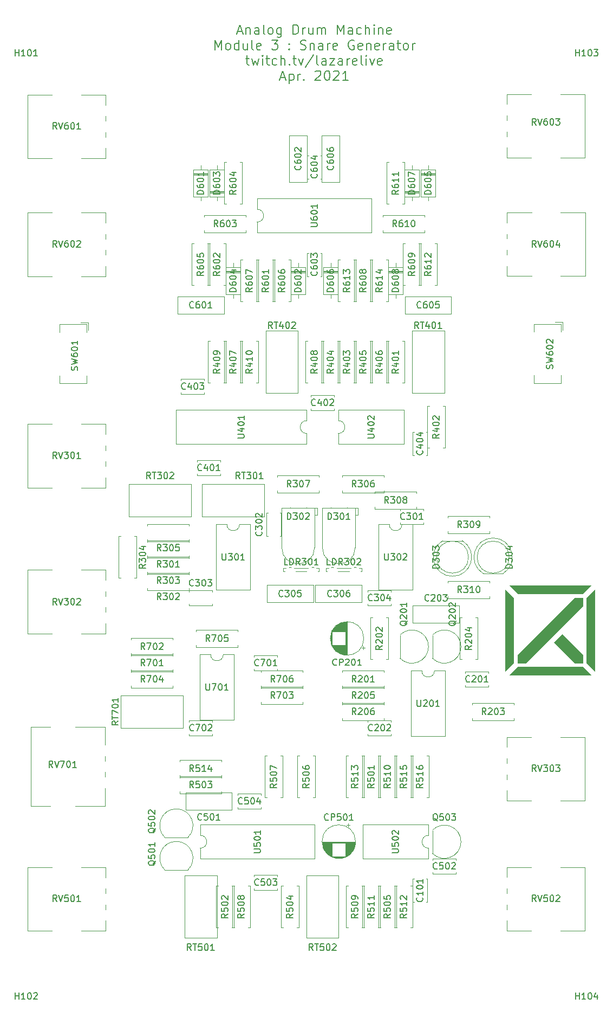
<source format=gbr>
G04 #@! TF.GenerationSoftware,KiCad,Pcbnew,(5.1.5)-3*
G04 #@! TF.CreationDate,2021-04-21T17:55:29+02:00*
G04 #@! TF.ProjectId,AnalogDrum_Snare,416e616c-6f67-4447-9275-6d5f536e6172,rev?*
G04 #@! TF.SameCoordinates,Original*
G04 #@! TF.FileFunction,Legend,Top*
G04 #@! TF.FilePolarity,Positive*
%FSLAX46Y46*%
G04 Gerber Fmt 4.6, Leading zero omitted, Abs format (unit mm)*
G04 Created by KiCad (PCBNEW (5.1.5)-3) date 2021-04-21 17:55:29*
%MOMM*%
%LPD*%
G04 APERTURE LIST*
%ADD10C,0.150000*%
%ADD11C,0.100000*%
%ADD12C,0.120000*%
G04 APERTURE END LIST*
D10*
X83849285Y-27130000D02*
X84563571Y-27130000D01*
X83706428Y-27558571D02*
X84206428Y-26058571D01*
X84706428Y-27558571D01*
X85206428Y-26558571D02*
X85206428Y-27558571D01*
X85206428Y-26701428D02*
X85277857Y-26630000D01*
X85420714Y-26558571D01*
X85635000Y-26558571D01*
X85777857Y-26630000D01*
X85849285Y-26772857D01*
X85849285Y-27558571D01*
X87206428Y-27558571D02*
X87206428Y-26772857D01*
X87135000Y-26630000D01*
X86992142Y-26558571D01*
X86706428Y-26558571D01*
X86563571Y-26630000D01*
X87206428Y-27487142D02*
X87063571Y-27558571D01*
X86706428Y-27558571D01*
X86563571Y-27487142D01*
X86492142Y-27344285D01*
X86492142Y-27201428D01*
X86563571Y-27058571D01*
X86706428Y-26987142D01*
X87063571Y-26987142D01*
X87206428Y-26915714D01*
X88135000Y-27558571D02*
X87992142Y-27487142D01*
X87920714Y-27344285D01*
X87920714Y-26058571D01*
X88920714Y-27558571D02*
X88777857Y-27487142D01*
X88706428Y-27415714D01*
X88635000Y-27272857D01*
X88635000Y-26844285D01*
X88706428Y-26701428D01*
X88777857Y-26630000D01*
X88920714Y-26558571D01*
X89135000Y-26558571D01*
X89277857Y-26630000D01*
X89349285Y-26701428D01*
X89420714Y-26844285D01*
X89420714Y-27272857D01*
X89349285Y-27415714D01*
X89277857Y-27487142D01*
X89135000Y-27558571D01*
X88920714Y-27558571D01*
X90706428Y-26558571D02*
X90706428Y-27772857D01*
X90635000Y-27915714D01*
X90563571Y-27987142D01*
X90420714Y-28058571D01*
X90206428Y-28058571D01*
X90063571Y-27987142D01*
X90706428Y-27487142D02*
X90563571Y-27558571D01*
X90277857Y-27558571D01*
X90135000Y-27487142D01*
X90063571Y-27415714D01*
X89992142Y-27272857D01*
X89992142Y-26844285D01*
X90063571Y-26701428D01*
X90135000Y-26630000D01*
X90277857Y-26558571D01*
X90563571Y-26558571D01*
X90706428Y-26630000D01*
X92563571Y-27558571D02*
X92563571Y-26058571D01*
X92920714Y-26058571D01*
X93135000Y-26130000D01*
X93277857Y-26272857D01*
X93349285Y-26415714D01*
X93420714Y-26701428D01*
X93420714Y-26915714D01*
X93349285Y-27201428D01*
X93277857Y-27344285D01*
X93135000Y-27487142D01*
X92920714Y-27558571D01*
X92563571Y-27558571D01*
X94063571Y-27558571D02*
X94063571Y-26558571D01*
X94063571Y-26844285D02*
X94135000Y-26701428D01*
X94206428Y-26630000D01*
X94349285Y-26558571D01*
X94492142Y-26558571D01*
X95635000Y-26558571D02*
X95635000Y-27558571D01*
X94992142Y-26558571D02*
X94992142Y-27344285D01*
X95063571Y-27487142D01*
X95206428Y-27558571D01*
X95420714Y-27558571D01*
X95563571Y-27487142D01*
X95635000Y-27415714D01*
X96349285Y-27558571D02*
X96349285Y-26558571D01*
X96349285Y-26701428D02*
X96420714Y-26630000D01*
X96563571Y-26558571D01*
X96777857Y-26558571D01*
X96920714Y-26630000D01*
X96992142Y-26772857D01*
X96992142Y-27558571D01*
X96992142Y-26772857D02*
X97063571Y-26630000D01*
X97206428Y-26558571D01*
X97420714Y-26558571D01*
X97563571Y-26630000D01*
X97635000Y-26772857D01*
X97635000Y-27558571D01*
X99492142Y-27558571D02*
X99492142Y-26058571D01*
X99992142Y-27130000D01*
X100492142Y-26058571D01*
X100492142Y-27558571D01*
X101849285Y-27558571D02*
X101849285Y-26772857D01*
X101777857Y-26630000D01*
X101635000Y-26558571D01*
X101349285Y-26558571D01*
X101206428Y-26630000D01*
X101849285Y-27487142D02*
X101706428Y-27558571D01*
X101349285Y-27558571D01*
X101206428Y-27487142D01*
X101135000Y-27344285D01*
X101135000Y-27201428D01*
X101206428Y-27058571D01*
X101349285Y-26987142D01*
X101706428Y-26987142D01*
X101849285Y-26915714D01*
X103206428Y-27487142D02*
X103063571Y-27558571D01*
X102777857Y-27558571D01*
X102635000Y-27487142D01*
X102563571Y-27415714D01*
X102492142Y-27272857D01*
X102492142Y-26844285D01*
X102563571Y-26701428D01*
X102635000Y-26630000D01*
X102777857Y-26558571D01*
X103063571Y-26558571D01*
X103206428Y-26630000D01*
X103849285Y-27558571D02*
X103849285Y-26058571D01*
X104492142Y-27558571D02*
X104492142Y-26772857D01*
X104420714Y-26630000D01*
X104277857Y-26558571D01*
X104063571Y-26558571D01*
X103920714Y-26630000D01*
X103849285Y-26701428D01*
X105206428Y-27558571D02*
X105206428Y-26558571D01*
X105206428Y-26058571D02*
X105135000Y-26130000D01*
X105206428Y-26201428D01*
X105277857Y-26130000D01*
X105206428Y-26058571D01*
X105206428Y-26201428D01*
X105920714Y-26558571D02*
X105920714Y-27558571D01*
X105920714Y-26701428D02*
X105992142Y-26630000D01*
X106135000Y-26558571D01*
X106349285Y-26558571D01*
X106492142Y-26630000D01*
X106563571Y-26772857D01*
X106563571Y-27558571D01*
X107849285Y-27487142D02*
X107706428Y-27558571D01*
X107420714Y-27558571D01*
X107277857Y-27487142D01*
X107206428Y-27344285D01*
X107206428Y-26772857D01*
X107277857Y-26630000D01*
X107420714Y-26558571D01*
X107706428Y-26558571D01*
X107849285Y-26630000D01*
X107920714Y-26772857D01*
X107920714Y-26915714D01*
X107206428Y-27058571D01*
X80349285Y-29958571D02*
X80349285Y-28458571D01*
X80849285Y-29530000D01*
X81349285Y-28458571D01*
X81349285Y-29958571D01*
X82277857Y-29958571D02*
X82135000Y-29887142D01*
X82063571Y-29815714D01*
X81992142Y-29672857D01*
X81992142Y-29244285D01*
X82063571Y-29101428D01*
X82135000Y-29030000D01*
X82277857Y-28958571D01*
X82492142Y-28958571D01*
X82635000Y-29030000D01*
X82706428Y-29101428D01*
X82777857Y-29244285D01*
X82777857Y-29672857D01*
X82706428Y-29815714D01*
X82635000Y-29887142D01*
X82492142Y-29958571D01*
X82277857Y-29958571D01*
X84063571Y-29958571D02*
X84063571Y-28458571D01*
X84063571Y-29887142D02*
X83920714Y-29958571D01*
X83635000Y-29958571D01*
X83492142Y-29887142D01*
X83420714Y-29815714D01*
X83349285Y-29672857D01*
X83349285Y-29244285D01*
X83420714Y-29101428D01*
X83492142Y-29030000D01*
X83635000Y-28958571D01*
X83920714Y-28958571D01*
X84063571Y-29030000D01*
X85420714Y-28958571D02*
X85420714Y-29958571D01*
X84777857Y-28958571D02*
X84777857Y-29744285D01*
X84849285Y-29887142D01*
X84992142Y-29958571D01*
X85206428Y-29958571D01*
X85349285Y-29887142D01*
X85420714Y-29815714D01*
X86349285Y-29958571D02*
X86206428Y-29887142D01*
X86135000Y-29744285D01*
X86135000Y-28458571D01*
X87492142Y-29887142D02*
X87349285Y-29958571D01*
X87063571Y-29958571D01*
X86920714Y-29887142D01*
X86849285Y-29744285D01*
X86849285Y-29172857D01*
X86920714Y-29030000D01*
X87063571Y-28958571D01*
X87349285Y-28958571D01*
X87492142Y-29030000D01*
X87563571Y-29172857D01*
X87563571Y-29315714D01*
X86849285Y-29458571D01*
X89206428Y-28458571D02*
X90135000Y-28458571D01*
X89635000Y-29030000D01*
X89849285Y-29030000D01*
X89992142Y-29101428D01*
X90063571Y-29172857D01*
X90135000Y-29315714D01*
X90135000Y-29672857D01*
X90063571Y-29815714D01*
X89992142Y-29887142D01*
X89849285Y-29958571D01*
X89420714Y-29958571D01*
X89277857Y-29887142D01*
X89206428Y-29815714D01*
X91920714Y-29815714D02*
X91992142Y-29887142D01*
X91920714Y-29958571D01*
X91849285Y-29887142D01*
X91920714Y-29815714D01*
X91920714Y-29958571D01*
X91920714Y-29030000D02*
X91992142Y-29101428D01*
X91920714Y-29172857D01*
X91849285Y-29101428D01*
X91920714Y-29030000D01*
X91920714Y-29172857D01*
X93706428Y-29887142D02*
X93920714Y-29958571D01*
X94277857Y-29958571D01*
X94420714Y-29887142D01*
X94492142Y-29815714D01*
X94563571Y-29672857D01*
X94563571Y-29530000D01*
X94492142Y-29387142D01*
X94420714Y-29315714D01*
X94277857Y-29244285D01*
X93992142Y-29172857D01*
X93849285Y-29101428D01*
X93777857Y-29030000D01*
X93706428Y-28887142D01*
X93706428Y-28744285D01*
X93777857Y-28601428D01*
X93849285Y-28530000D01*
X93992142Y-28458571D01*
X94349285Y-28458571D01*
X94563571Y-28530000D01*
X95206428Y-28958571D02*
X95206428Y-29958571D01*
X95206428Y-29101428D02*
X95277857Y-29030000D01*
X95420714Y-28958571D01*
X95635000Y-28958571D01*
X95777857Y-29030000D01*
X95849285Y-29172857D01*
X95849285Y-29958571D01*
X97206428Y-29958571D02*
X97206428Y-29172857D01*
X97135000Y-29030000D01*
X96992142Y-28958571D01*
X96706428Y-28958571D01*
X96563571Y-29030000D01*
X97206428Y-29887142D02*
X97063571Y-29958571D01*
X96706428Y-29958571D01*
X96563571Y-29887142D01*
X96492142Y-29744285D01*
X96492142Y-29601428D01*
X96563571Y-29458571D01*
X96706428Y-29387142D01*
X97063571Y-29387142D01*
X97206428Y-29315714D01*
X97920714Y-29958571D02*
X97920714Y-28958571D01*
X97920714Y-29244285D02*
X97992142Y-29101428D01*
X98063571Y-29030000D01*
X98206428Y-28958571D01*
X98349285Y-28958571D01*
X99420714Y-29887142D02*
X99277857Y-29958571D01*
X98992142Y-29958571D01*
X98849285Y-29887142D01*
X98777857Y-29744285D01*
X98777857Y-29172857D01*
X98849285Y-29030000D01*
X98992142Y-28958571D01*
X99277857Y-28958571D01*
X99420714Y-29030000D01*
X99492142Y-29172857D01*
X99492142Y-29315714D01*
X98777857Y-29458571D01*
X102063571Y-28530000D02*
X101920714Y-28458571D01*
X101706428Y-28458571D01*
X101492142Y-28530000D01*
X101349285Y-28672857D01*
X101277857Y-28815714D01*
X101206428Y-29101428D01*
X101206428Y-29315714D01*
X101277857Y-29601428D01*
X101349285Y-29744285D01*
X101492142Y-29887142D01*
X101706428Y-29958571D01*
X101849285Y-29958571D01*
X102063571Y-29887142D01*
X102135000Y-29815714D01*
X102135000Y-29315714D01*
X101849285Y-29315714D01*
X103349285Y-29887142D02*
X103206428Y-29958571D01*
X102920714Y-29958571D01*
X102777857Y-29887142D01*
X102706428Y-29744285D01*
X102706428Y-29172857D01*
X102777857Y-29030000D01*
X102920714Y-28958571D01*
X103206428Y-28958571D01*
X103349285Y-29030000D01*
X103420714Y-29172857D01*
X103420714Y-29315714D01*
X102706428Y-29458571D01*
X104063571Y-28958571D02*
X104063571Y-29958571D01*
X104063571Y-29101428D02*
X104135000Y-29030000D01*
X104277857Y-28958571D01*
X104492142Y-28958571D01*
X104635000Y-29030000D01*
X104706428Y-29172857D01*
X104706428Y-29958571D01*
X105992142Y-29887142D02*
X105849285Y-29958571D01*
X105563571Y-29958571D01*
X105420714Y-29887142D01*
X105349285Y-29744285D01*
X105349285Y-29172857D01*
X105420714Y-29030000D01*
X105563571Y-28958571D01*
X105849285Y-28958571D01*
X105992142Y-29030000D01*
X106063571Y-29172857D01*
X106063571Y-29315714D01*
X105349285Y-29458571D01*
X106706428Y-29958571D02*
X106706428Y-28958571D01*
X106706428Y-29244285D02*
X106777857Y-29101428D01*
X106849285Y-29030000D01*
X106992142Y-28958571D01*
X107135000Y-28958571D01*
X108277857Y-29958571D02*
X108277857Y-29172857D01*
X108206428Y-29030000D01*
X108063571Y-28958571D01*
X107777857Y-28958571D01*
X107635000Y-29030000D01*
X108277857Y-29887142D02*
X108135000Y-29958571D01*
X107777857Y-29958571D01*
X107635000Y-29887142D01*
X107563571Y-29744285D01*
X107563571Y-29601428D01*
X107635000Y-29458571D01*
X107777857Y-29387142D01*
X108135000Y-29387142D01*
X108277857Y-29315714D01*
X108777857Y-28958571D02*
X109349285Y-28958571D01*
X108992142Y-28458571D02*
X108992142Y-29744285D01*
X109063571Y-29887142D01*
X109206428Y-29958571D01*
X109349285Y-29958571D01*
X110063571Y-29958571D02*
X109920714Y-29887142D01*
X109849285Y-29815714D01*
X109777857Y-29672857D01*
X109777857Y-29244285D01*
X109849285Y-29101428D01*
X109920714Y-29030000D01*
X110063571Y-28958571D01*
X110277857Y-28958571D01*
X110420714Y-29030000D01*
X110492142Y-29101428D01*
X110563571Y-29244285D01*
X110563571Y-29672857D01*
X110492142Y-29815714D01*
X110420714Y-29887142D01*
X110277857Y-29958571D01*
X110063571Y-29958571D01*
X111206428Y-29958571D02*
X111206428Y-28958571D01*
X111206428Y-29244285D02*
X111277857Y-29101428D01*
X111349285Y-29030000D01*
X111492142Y-28958571D01*
X111635000Y-28958571D01*
X85135000Y-31358571D02*
X85706428Y-31358571D01*
X85349285Y-30858571D02*
X85349285Y-32144285D01*
X85420714Y-32287142D01*
X85563571Y-32358571D01*
X85706428Y-32358571D01*
X86063571Y-31358571D02*
X86349285Y-32358571D01*
X86635000Y-31644285D01*
X86920714Y-32358571D01*
X87206428Y-31358571D01*
X87777857Y-32358571D02*
X87777857Y-31358571D01*
X87777857Y-30858571D02*
X87706428Y-30930000D01*
X87777857Y-31001428D01*
X87849285Y-30930000D01*
X87777857Y-30858571D01*
X87777857Y-31001428D01*
X88277857Y-31358571D02*
X88849285Y-31358571D01*
X88492142Y-30858571D02*
X88492142Y-32144285D01*
X88563571Y-32287142D01*
X88706428Y-32358571D01*
X88849285Y-32358571D01*
X89992142Y-32287142D02*
X89849285Y-32358571D01*
X89563571Y-32358571D01*
X89420714Y-32287142D01*
X89349285Y-32215714D01*
X89277857Y-32072857D01*
X89277857Y-31644285D01*
X89349285Y-31501428D01*
X89420714Y-31430000D01*
X89563571Y-31358571D01*
X89849285Y-31358571D01*
X89992142Y-31430000D01*
X90635000Y-32358571D02*
X90635000Y-30858571D01*
X91277857Y-32358571D02*
X91277857Y-31572857D01*
X91206428Y-31430000D01*
X91063571Y-31358571D01*
X90849285Y-31358571D01*
X90706428Y-31430000D01*
X90635000Y-31501428D01*
X91992142Y-32215714D02*
X92063571Y-32287142D01*
X91992142Y-32358571D01*
X91920714Y-32287142D01*
X91992142Y-32215714D01*
X91992142Y-32358571D01*
X92492142Y-31358571D02*
X93063571Y-31358571D01*
X92706428Y-30858571D02*
X92706428Y-32144285D01*
X92777857Y-32287142D01*
X92920714Y-32358571D01*
X93063571Y-32358571D01*
X93420714Y-31358571D02*
X93777857Y-32358571D01*
X94135000Y-31358571D01*
X95777857Y-30787142D02*
X94492142Y-32715714D01*
X96492142Y-32358571D02*
X96349285Y-32287142D01*
X96277857Y-32144285D01*
X96277857Y-30858571D01*
X97706428Y-32358571D02*
X97706428Y-31572857D01*
X97635000Y-31430000D01*
X97492142Y-31358571D01*
X97206428Y-31358571D01*
X97063571Y-31430000D01*
X97706428Y-32287142D02*
X97563571Y-32358571D01*
X97206428Y-32358571D01*
X97063571Y-32287142D01*
X96992142Y-32144285D01*
X96992142Y-32001428D01*
X97063571Y-31858571D01*
X97206428Y-31787142D01*
X97563571Y-31787142D01*
X97706428Y-31715714D01*
X98277857Y-31358571D02*
X99063571Y-31358571D01*
X98277857Y-32358571D01*
X99063571Y-32358571D01*
X100277857Y-32358571D02*
X100277857Y-31572857D01*
X100206428Y-31430000D01*
X100063571Y-31358571D01*
X99777857Y-31358571D01*
X99634999Y-31430000D01*
X100277857Y-32287142D02*
X100134999Y-32358571D01*
X99777857Y-32358571D01*
X99634999Y-32287142D01*
X99563571Y-32144285D01*
X99563571Y-32001428D01*
X99634999Y-31858571D01*
X99777857Y-31787142D01*
X100134999Y-31787142D01*
X100277857Y-31715714D01*
X100992142Y-32358571D02*
X100992142Y-31358571D01*
X100992142Y-31644285D02*
X101063571Y-31501428D01*
X101134999Y-31430000D01*
X101277857Y-31358571D01*
X101420714Y-31358571D01*
X102492142Y-32287142D02*
X102349285Y-32358571D01*
X102063571Y-32358571D01*
X101920714Y-32287142D01*
X101849285Y-32144285D01*
X101849285Y-31572857D01*
X101920714Y-31430000D01*
X102063571Y-31358571D01*
X102349285Y-31358571D01*
X102492142Y-31430000D01*
X102563571Y-31572857D01*
X102563571Y-31715714D01*
X101849285Y-31858571D01*
X103420714Y-32358571D02*
X103277857Y-32287142D01*
X103206428Y-32144285D01*
X103206428Y-30858571D01*
X103992142Y-32358571D02*
X103992142Y-31358571D01*
X103992142Y-30858571D02*
X103920714Y-30930000D01*
X103992142Y-31001428D01*
X104063571Y-30930000D01*
X103992142Y-30858571D01*
X103992142Y-31001428D01*
X104563571Y-31358571D02*
X104920714Y-32358571D01*
X105277857Y-31358571D01*
X106420714Y-32287142D02*
X106277857Y-32358571D01*
X105992142Y-32358571D01*
X105849285Y-32287142D01*
X105777857Y-32144285D01*
X105777857Y-31572857D01*
X105849285Y-31430000D01*
X105992142Y-31358571D01*
X106277857Y-31358571D01*
X106420714Y-31430000D01*
X106492142Y-31572857D01*
X106492142Y-31715714D01*
X105777857Y-31858571D01*
X90599285Y-34330000D02*
X91313571Y-34330000D01*
X90456428Y-34758571D02*
X90956428Y-33258571D01*
X91456428Y-34758571D01*
X91956428Y-33758571D02*
X91956428Y-35258571D01*
X91956428Y-33830000D02*
X92099285Y-33758571D01*
X92385000Y-33758571D01*
X92527857Y-33830000D01*
X92599285Y-33901428D01*
X92670714Y-34044285D01*
X92670714Y-34472857D01*
X92599285Y-34615714D01*
X92527857Y-34687142D01*
X92385000Y-34758571D01*
X92099285Y-34758571D01*
X91956428Y-34687142D01*
X93313571Y-34758571D02*
X93313571Y-33758571D01*
X93313571Y-34044285D02*
X93385000Y-33901428D01*
X93456428Y-33830000D01*
X93599285Y-33758571D01*
X93742142Y-33758571D01*
X94242142Y-34615714D02*
X94313571Y-34687142D01*
X94242142Y-34758571D01*
X94170714Y-34687142D01*
X94242142Y-34615714D01*
X94242142Y-34758571D01*
X96027857Y-33401428D02*
X96099285Y-33330000D01*
X96242142Y-33258571D01*
X96599285Y-33258571D01*
X96742142Y-33330000D01*
X96813571Y-33401428D01*
X96885000Y-33544285D01*
X96885000Y-33687142D01*
X96813571Y-33901428D01*
X95956428Y-34758571D01*
X96885000Y-34758571D01*
X97813571Y-33258571D02*
X97956428Y-33258571D01*
X98099285Y-33330000D01*
X98170714Y-33401428D01*
X98242142Y-33544285D01*
X98313571Y-33830000D01*
X98313571Y-34187142D01*
X98242142Y-34472857D01*
X98170714Y-34615714D01*
X98099285Y-34687142D01*
X97956428Y-34758571D01*
X97813571Y-34758571D01*
X97670714Y-34687142D01*
X97599285Y-34615714D01*
X97527857Y-34472857D01*
X97456428Y-34187142D01*
X97456428Y-33830000D01*
X97527857Y-33544285D01*
X97599285Y-33401428D01*
X97670714Y-33330000D01*
X97813571Y-33258571D01*
X98885000Y-33401428D02*
X98956428Y-33330000D01*
X99099285Y-33258571D01*
X99456428Y-33258571D01*
X99599285Y-33330000D01*
X99670714Y-33401428D01*
X99742142Y-33544285D01*
X99742142Y-33687142D01*
X99670714Y-33901428D01*
X98813571Y-34758571D01*
X99742142Y-34758571D01*
X101170714Y-34758571D02*
X100313571Y-34758571D01*
X100742142Y-34758571D02*
X100742142Y-33258571D01*
X100599285Y-33472857D01*
X100456428Y-33615714D01*
X100313571Y-33687142D01*
D11*
G36*
X137795000Y-124460000D02*
G01*
X137795000Y-125730000D01*
X136525000Y-125730000D01*
X133350000Y-122555000D01*
X134620000Y-121285000D01*
X137795000Y-124460000D01*
G37*
X137795000Y-124460000D02*
X137795000Y-125730000D01*
X136525000Y-125730000D01*
X133350000Y-122555000D01*
X134620000Y-121285000D01*
X137795000Y-124460000D01*
G36*
X137795000Y-116840000D02*
G01*
X128905000Y-125730000D01*
X127635000Y-125730000D01*
X127635000Y-124460000D01*
X136525000Y-115570000D01*
X137795000Y-115570000D01*
X137795000Y-116840000D01*
G37*
X137795000Y-116840000D02*
X128905000Y-125730000D01*
X127635000Y-125730000D01*
X127635000Y-124460000D01*
X136525000Y-115570000D01*
X137795000Y-115570000D01*
X137795000Y-116840000D01*
G36*
X139700000Y-127000000D02*
G01*
X138430000Y-125730000D01*
X138430000Y-115570000D01*
X139700000Y-114300000D01*
X139700000Y-127000000D01*
G37*
X139700000Y-127000000D02*
X138430000Y-125730000D01*
X138430000Y-115570000D01*
X139700000Y-114300000D01*
X139700000Y-127000000D01*
G36*
X137795000Y-114935000D02*
G01*
X127635000Y-114935000D01*
X126365000Y-113665000D01*
X139065000Y-113665000D01*
X137795000Y-114935000D01*
G37*
X137795000Y-114935000D02*
X127635000Y-114935000D01*
X126365000Y-113665000D01*
X139065000Y-113665000D01*
X137795000Y-114935000D01*
G36*
X139065000Y-127635000D02*
G01*
X126365000Y-127635000D01*
X127635000Y-126365000D01*
X137795000Y-126365000D01*
X139065000Y-127635000D01*
G37*
X139065000Y-127635000D02*
X126365000Y-127635000D01*
X127635000Y-126365000D01*
X137795000Y-126365000D01*
X139065000Y-127635000D01*
G36*
X127000000Y-115570000D02*
G01*
X127000000Y-125730000D01*
X125730000Y-127000000D01*
X125730000Y-114300000D01*
X127000000Y-115570000D01*
G37*
X127000000Y-115570000D02*
X127000000Y-125730000D01*
X125730000Y-127000000D01*
X125730000Y-114300000D01*
X127000000Y-115570000D01*
D12*
X138200000Y-137315000D02*
X138200000Y-147255000D01*
X125960000Y-145655000D02*
X125960000Y-147255000D01*
X125960000Y-143156000D02*
X125960000Y-143915000D01*
X125960000Y-140656000D02*
X125960000Y-141415000D01*
X125960000Y-137315000D02*
X125960000Y-138914000D01*
X134335000Y-147255000D02*
X138200000Y-147255000D01*
X125960000Y-147255000D02*
X129825000Y-147255000D01*
X134335000Y-137315000D02*
X138200000Y-137315000D01*
X125960000Y-137315000D02*
X129825000Y-137315000D01*
X51545000Y-148080000D02*
X51545000Y-135740000D01*
X63135000Y-138540000D02*
X63135000Y-135740000D01*
X63135000Y-141039000D02*
X63135000Y-140280000D01*
X63135000Y-143539000D02*
X63135000Y-142780000D01*
X63135000Y-148080000D02*
X63135000Y-145281000D01*
X54560000Y-135740000D02*
X51545000Y-135740000D01*
X63135000Y-135740000D02*
X58469000Y-135740000D01*
X54560000Y-148080000D02*
X51545000Y-148080000D01*
X63135000Y-148080000D02*
X58469000Y-148080000D01*
X138215000Y-55395000D02*
X138215000Y-65335000D01*
X125975000Y-63735000D02*
X125975000Y-65335000D01*
X125975000Y-61236000D02*
X125975000Y-61995000D01*
X125975000Y-58736000D02*
X125975000Y-59495000D01*
X125975000Y-55395000D02*
X125975000Y-56994000D01*
X134350000Y-65335000D02*
X138215000Y-65335000D01*
X125975000Y-65335000D02*
X129840000Y-65335000D01*
X134350000Y-55395000D02*
X138215000Y-55395000D01*
X125975000Y-55395000D02*
X129840000Y-55395000D01*
X138200000Y-36895000D02*
X138200000Y-46835000D01*
X125960000Y-45235000D02*
X125960000Y-46835000D01*
X125960000Y-42736000D02*
X125960000Y-43495000D01*
X125960000Y-40236000D02*
X125960000Y-40995000D01*
X125960000Y-36895000D02*
X125960000Y-38494000D01*
X134335000Y-46835000D02*
X138200000Y-46835000D01*
X125960000Y-46835000D02*
X129825000Y-46835000D01*
X134335000Y-36895000D02*
X138200000Y-36895000D01*
X125960000Y-36895000D02*
X129825000Y-36895000D01*
X51030000Y-65340000D02*
X51030000Y-55400000D01*
X63270000Y-57000000D02*
X63270000Y-55400000D01*
X63270000Y-59499000D02*
X63270000Y-58740000D01*
X63270000Y-61999000D02*
X63270000Y-61240000D01*
X63270000Y-65340000D02*
X63270000Y-63741000D01*
X54895000Y-55400000D02*
X51030000Y-55400000D01*
X63270000Y-55400000D02*
X59405000Y-55400000D01*
X54895000Y-65340000D02*
X51030000Y-65340000D01*
X63270000Y-65340000D02*
X59405000Y-65340000D01*
X51015000Y-46925000D02*
X51015000Y-36985000D01*
X63255000Y-38585000D02*
X63255000Y-36985000D01*
X63255000Y-41084000D02*
X63255000Y-40325000D01*
X63255000Y-43584000D02*
X63255000Y-42825000D01*
X63255000Y-46925000D02*
X63255000Y-45326000D01*
X54880000Y-36985000D02*
X51015000Y-36985000D01*
X63255000Y-36985000D02*
X59390000Y-36985000D01*
X54880000Y-46925000D02*
X51015000Y-46925000D01*
X63255000Y-46925000D02*
X59390000Y-46925000D01*
X138200000Y-157635000D02*
X138200000Y-167575000D01*
X125960000Y-165975000D02*
X125960000Y-167575000D01*
X125960000Y-163476000D02*
X125960000Y-164235000D01*
X125960000Y-160976000D02*
X125960000Y-161735000D01*
X125960000Y-157635000D02*
X125960000Y-159234000D01*
X134335000Y-167575000D02*
X138200000Y-167575000D01*
X125960000Y-167575000D02*
X129825000Y-167575000D01*
X134335000Y-157635000D02*
X138200000Y-157635000D01*
X125960000Y-157635000D02*
X129825000Y-157635000D01*
X51030000Y-167575000D02*
X51030000Y-157635000D01*
X63270000Y-159235000D02*
X63270000Y-157635000D01*
X63270000Y-161734000D02*
X63270000Y-160975000D01*
X63270000Y-164234000D02*
X63270000Y-163475000D01*
X63270000Y-167575000D02*
X63270000Y-165976000D01*
X54895000Y-157635000D02*
X51030000Y-157635000D01*
X63270000Y-157635000D02*
X59405000Y-157635000D01*
X54895000Y-167575000D02*
X51030000Y-167575000D01*
X63270000Y-167575000D02*
X59405000Y-167575000D01*
X51015000Y-121135000D02*
X51015000Y-111195000D01*
X63255000Y-112795000D02*
X63255000Y-111195000D01*
X63255000Y-115294000D02*
X63255000Y-114535000D01*
X63255000Y-117794000D02*
X63255000Y-117035000D01*
X63255000Y-121135000D02*
X63255000Y-119536000D01*
X54880000Y-111195000D02*
X51015000Y-111195000D01*
X63255000Y-111195000D02*
X59390000Y-111195000D01*
X54880000Y-121135000D02*
X51015000Y-121135000D01*
X63255000Y-121135000D02*
X59390000Y-121135000D01*
X51030000Y-98360000D02*
X51030000Y-88420000D01*
X63270000Y-90020000D02*
X63270000Y-88420000D01*
X63270000Y-92519000D02*
X63270000Y-91760000D01*
X63270000Y-95019000D02*
X63270000Y-94260000D01*
X63270000Y-98360000D02*
X63270000Y-96761000D01*
X54895000Y-88420000D02*
X51030000Y-88420000D01*
X63270000Y-88420000D02*
X59405000Y-88420000D01*
X54895000Y-98360000D02*
X51030000Y-98360000D01*
X63270000Y-98360000D02*
X59405000Y-98360000D01*
X97055000Y-43370000D02*
X99795000Y-43370000D01*
X97055000Y-50610000D02*
X99795000Y-50610000D01*
X99795000Y-50610000D02*
X99795000Y-43370000D01*
X97055000Y-50610000D02*
X97055000Y-43370000D01*
X117285000Y-68480000D02*
X117285000Y-71220000D01*
X110045000Y-68480000D02*
X110045000Y-71220000D01*
X110045000Y-71220000D02*
X117285000Y-71220000D01*
X110045000Y-68480000D02*
X117285000Y-68480000D01*
X91975000Y-43370000D02*
X94715000Y-43370000D01*
X91975000Y-50610000D02*
X94715000Y-50610000D01*
X94715000Y-50610000D02*
X94715000Y-43370000D01*
X91975000Y-50610000D02*
X91975000Y-43370000D01*
X74525000Y-71220000D02*
X74525000Y-68480000D01*
X81765000Y-71220000D02*
X81765000Y-68480000D01*
X81765000Y-68480000D02*
X74525000Y-68480000D01*
X81765000Y-71220000D02*
X74525000Y-71220000D01*
X75755000Y-148690000D02*
X75755000Y-145950000D01*
X82995000Y-148690000D02*
X82995000Y-145950000D01*
X82995000Y-145950000D02*
X75755000Y-145950000D01*
X82995000Y-148690000D02*
X75755000Y-148690000D01*
X103275000Y-113565000D02*
X103275000Y-116305000D01*
X96035000Y-113565000D02*
X96035000Y-116305000D01*
X96035000Y-116305000D02*
X103275000Y-116305000D01*
X96035000Y-113565000D02*
X103275000Y-113565000D01*
X95735000Y-113565000D02*
X95735000Y-116305000D01*
X88495000Y-113565000D02*
X88495000Y-116305000D01*
X88495000Y-116305000D02*
X95735000Y-116305000D01*
X88495000Y-113565000D02*
X95735000Y-113565000D01*
X118515000Y-116740000D02*
X118515000Y-119480000D01*
X111275000Y-116740000D02*
X111275000Y-119480000D01*
X111275000Y-119480000D02*
X118515000Y-119480000D01*
X111275000Y-116740000D02*
X118515000Y-116740000D01*
X66870000Y-102860000D02*
X66870000Y-97790000D01*
X76640000Y-102860000D02*
X76640000Y-97790000D01*
X76640000Y-97790000D02*
X66870000Y-97790000D01*
X76640000Y-102860000D02*
X66870000Y-102860000D01*
X111235000Y-104080000D02*
X109585000Y-104080000D01*
X111235000Y-114360000D02*
X111235000Y-104080000D01*
X105935000Y-114360000D02*
X111235000Y-114360000D01*
X105935000Y-104080000D02*
X105935000Y-114360000D01*
X107585000Y-104080000D02*
X105935000Y-104080000D01*
X109585000Y-104080000D02*
G75*
G02X107585000Y-104080000I-1000000J0D01*
G01*
X83295000Y-124400000D02*
X81645000Y-124400000D01*
X83295000Y-134680000D02*
X83295000Y-124400000D01*
X77995000Y-134680000D02*
X83295000Y-134680000D01*
X77995000Y-124400000D02*
X77995000Y-134680000D01*
X79645000Y-124400000D02*
X77995000Y-124400000D01*
X81645000Y-124400000D02*
G75*
G02X79645000Y-124400000I-1000000J0D01*
G01*
X86935000Y-53230000D02*
X86935000Y-54880000D01*
X104835000Y-53230000D02*
X86935000Y-53230000D01*
X104835000Y-58530000D02*
X104835000Y-53230000D01*
X86935000Y-58530000D02*
X104835000Y-58530000D01*
X86935000Y-56880000D02*
X86935000Y-58530000D01*
X86935000Y-54880000D02*
G75*
G02X86935000Y-56880000I0J-1000000D01*
G01*
X113725000Y-156320000D02*
X113725000Y-154670000D01*
X103445000Y-156320000D02*
X113725000Y-156320000D01*
X103445000Y-151020000D02*
X103445000Y-156320000D01*
X113725000Y-151020000D02*
X103445000Y-151020000D01*
X113725000Y-152670000D02*
X113725000Y-151020000D01*
X113725000Y-154670000D02*
G75*
G02X113725000Y-152670000I0J1000000D01*
G01*
X78045000Y-151020000D02*
X78045000Y-152670000D01*
X95945000Y-151020000D02*
X78045000Y-151020000D01*
X95945000Y-156320000D02*
X95945000Y-151020000D01*
X78045000Y-156320000D02*
X95945000Y-156320000D01*
X78045000Y-154670000D02*
X78045000Y-156320000D01*
X78045000Y-152670000D02*
G75*
G02X78045000Y-154670000I0J-1000000D01*
G01*
X99635000Y-86250000D02*
X99635000Y-87900000D01*
X109915000Y-86250000D02*
X99635000Y-86250000D01*
X109915000Y-91550000D02*
X109915000Y-86250000D01*
X99635000Y-91550000D02*
X109915000Y-91550000D01*
X99635000Y-89900000D02*
X99635000Y-91550000D01*
X99635000Y-87900000D02*
G75*
G02X99635000Y-89900000I0J-1000000D01*
G01*
X94675000Y-91550000D02*
X94675000Y-89900000D01*
X74235000Y-91550000D02*
X94675000Y-91550000D01*
X74235000Y-86250000D02*
X74235000Y-91550000D01*
X94675000Y-86250000D02*
X74235000Y-86250000D01*
X94675000Y-87900000D02*
X94675000Y-86250000D01*
X94675000Y-89900000D02*
G75*
G02X94675000Y-87900000I0J1000000D01*
G01*
X85835000Y-104080000D02*
X84185000Y-104080000D01*
X85835000Y-114360000D02*
X85835000Y-104080000D01*
X80535000Y-114360000D02*
X85835000Y-114360000D01*
X80535000Y-104080000D02*
X80535000Y-114360000D01*
X82185000Y-104080000D02*
X80535000Y-104080000D01*
X84185000Y-104080000D02*
G75*
G02X82185000Y-104080000I-1000000J0D01*
G01*
X116315000Y-126940000D02*
X114665000Y-126940000D01*
X116315000Y-137220000D02*
X116315000Y-126940000D01*
X111015000Y-137220000D02*
X116315000Y-137220000D01*
X111015000Y-126940000D02*
X111015000Y-137220000D01*
X112665000Y-126940000D02*
X111015000Y-126940000D01*
X114665000Y-126940000D02*
G75*
G02X112665000Y-126940000I-1000000J0D01*
G01*
X134435000Y-74030000D02*
X134435000Y-72830000D01*
X134435000Y-72830000D02*
X130235000Y-72830000D01*
X130235000Y-72830000D02*
X130235000Y-74030000D01*
X134435000Y-80830000D02*
X134435000Y-82030000D01*
X134435000Y-82030000D02*
X130235000Y-82030000D01*
X130235000Y-82030000D02*
X130235000Y-80830000D01*
X134735000Y-73730000D02*
X134735000Y-72530000D01*
X134735000Y-72530000D02*
X133535000Y-72530000D01*
X60265000Y-74070000D02*
X60265000Y-72870000D01*
X60265000Y-72870000D02*
X56065000Y-72870000D01*
X56065000Y-72870000D02*
X56065000Y-74070000D01*
X60265000Y-80870000D02*
X60265000Y-82070000D01*
X60265000Y-82070000D02*
X56065000Y-82070000D01*
X56065000Y-82070000D02*
X56065000Y-80870000D01*
X60565000Y-73770000D02*
X60565000Y-72570000D01*
X60565000Y-72570000D02*
X59365000Y-72570000D01*
X65600000Y-135880000D02*
X65600000Y-130810000D01*
X75370000Y-135880000D02*
X75370000Y-130810000D01*
X75370000Y-130810000D02*
X65600000Y-130810000D01*
X75370000Y-135880000D02*
X65600000Y-135880000D01*
X99685000Y-168715000D02*
X94615000Y-168715000D01*
X99685000Y-158945000D02*
X94615000Y-158945000D01*
X94615000Y-158945000D02*
X94615000Y-168715000D01*
X99685000Y-158945000D02*
X99685000Y-168715000D01*
X75575000Y-158945000D02*
X80645000Y-158945000D01*
X75575000Y-168715000D02*
X80645000Y-168715000D01*
X80645000Y-168715000D02*
X80645000Y-158945000D01*
X75575000Y-168715000D02*
X75575000Y-158945000D01*
X93335000Y-83625000D02*
X88265000Y-83625000D01*
X93335000Y-73855000D02*
X88265000Y-73855000D01*
X88265000Y-73855000D02*
X88265000Y-83625000D01*
X93335000Y-73855000D02*
X93335000Y-83625000D01*
X111135000Y-73855000D02*
X116205000Y-73855000D01*
X111135000Y-83625000D02*
X116205000Y-83625000D01*
X116205000Y-83625000D02*
X116205000Y-73855000D01*
X111135000Y-83625000D02*
X111135000Y-73855000D01*
X78300000Y-102860000D02*
X78300000Y-97790000D01*
X88070000Y-102860000D02*
X88070000Y-97790000D01*
X88070000Y-97790000D02*
X78300000Y-97790000D01*
X88070000Y-102860000D02*
X78300000Y-102860000D01*
X87535000Y-126900000D02*
X87535000Y-127230000D01*
X94075000Y-126900000D02*
X87535000Y-126900000D01*
X94075000Y-127230000D02*
X94075000Y-126900000D01*
X87535000Y-129640000D02*
X87535000Y-129310000D01*
X94075000Y-129640000D02*
X87535000Y-129640000D01*
X94075000Y-129310000D02*
X94075000Y-129640000D01*
X77375000Y-120550000D02*
X77375000Y-120880000D01*
X83915000Y-120550000D02*
X77375000Y-120550000D01*
X83915000Y-120880000D02*
X83915000Y-120550000D01*
X77375000Y-123290000D02*
X77375000Y-122960000D01*
X83915000Y-123290000D02*
X77375000Y-123290000D01*
X83915000Y-122960000D02*
X83915000Y-123290000D01*
X67215000Y-126900000D02*
X67215000Y-127230000D01*
X73755000Y-126900000D02*
X67215000Y-126900000D01*
X73755000Y-127230000D02*
X73755000Y-126900000D01*
X67215000Y-129640000D02*
X67215000Y-129310000D01*
X73755000Y-129640000D02*
X67215000Y-129640000D01*
X73755000Y-129310000D02*
X73755000Y-129640000D01*
X87535000Y-129440000D02*
X87535000Y-129770000D01*
X94075000Y-129440000D02*
X87535000Y-129440000D01*
X94075000Y-129770000D02*
X94075000Y-129440000D01*
X87535000Y-132180000D02*
X87535000Y-131850000D01*
X94075000Y-132180000D02*
X87535000Y-132180000D01*
X94075000Y-131850000D02*
X94075000Y-132180000D01*
X67215000Y-121820000D02*
X67215000Y-122150000D01*
X73755000Y-121820000D02*
X67215000Y-121820000D01*
X73755000Y-122150000D02*
X73755000Y-121820000D01*
X67215000Y-124560000D02*
X67215000Y-124230000D01*
X73755000Y-124560000D02*
X67215000Y-124560000D01*
X73755000Y-124230000D02*
X73755000Y-124560000D01*
X67215000Y-124360000D02*
X67215000Y-124690000D01*
X73755000Y-124360000D02*
X67215000Y-124360000D01*
X73755000Y-124690000D02*
X73755000Y-124360000D01*
X67215000Y-127100000D02*
X67215000Y-126770000D01*
X73755000Y-127100000D02*
X67215000Y-127100000D01*
X73755000Y-126770000D02*
X73755000Y-127100000D01*
X104675000Y-69310000D02*
X105005000Y-69310000D01*
X104675000Y-62770000D02*
X104675000Y-69310000D01*
X105005000Y-62770000D02*
X104675000Y-62770000D01*
X107415000Y-69310000D02*
X107085000Y-69310000D01*
X107415000Y-62770000D02*
X107415000Y-69310000D01*
X107085000Y-62770000D02*
X107415000Y-62770000D01*
X99595000Y-69310000D02*
X99925000Y-69310000D01*
X99595000Y-62770000D02*
X99595000Y-69310000D01*
X99925000Y-62770000D02*
X99595000Y-62770000D01*
X102335000Y-69310000D02*
X102005000Y-69310000D01*
X102335000Y-62770000D02*
X102335000Y-69310000D01*
X102005000Y-62770000D02*
X102335000Y-62770000D01*
X115035000Y-60230000D02*
X114705000Y-60230000D01*
X115035000Y-66770000D02*
X115035000Y-60230000D01*
X114705000Y-66770000D02*
X115035000Y-66770000D01*
X112295000Y-60230000D02*
X112625000Y-60230000D01*
X112295000Y-66770000D02*
X112295000Y-60230000D01*
X112625000Y-66770000D02*
X112295000Y-66770000D01*
X109955000Y-47530000D02*
X109625000Y-47530000D01*
X109955000Y-54070000D02*
X109955000Y-47530000D01*
X109625000Y-54070000D02*
X109955000Y-54070000D01*
X107215000Y-47530000D02*
X107545000Y-47530000D01*
X107215000Y-54070000D02*
X107215000Y-47530000D01*
X107545000Y-54070000D02*
X107215000Y-54070000D01*
X106585000Y-55780000D02*
X106585000Y-56110000D01*
X113125000Y-55780000D02*
X106585000Y-55780000D01*
X113125000Y-56110000D02*
X113125000Y-55780000D01*
X106585000Y-58520000D02*
X106585000Y-58190000D01*
X113125000Y-58520000D02*
X106585000Y-58520000D01*
X113125000Y-58190000D02*
X113125000Y-58520000D01*
X112495000Y-60230000D02*
X112165000Y-60230000D01*
X112495000Y-66770000D02*
X112495000Y-60230000D01*
X112165000Y-66770000D02*
X112495000Y-66770000D01*
X109755000Y-60230000D02*
X110085000Y-60230000D01*
X109755000Y-66770000D02*
X109755000Y-60230000D01*
X110085000Y-66770000D02*
X109755000Y-66770000D01*
X104875000Y-62770000D02*
X104545000Y-62770000D01*
X104875000Y-69310000D02*
X104875000Y-62770000D01*
X104545000Y-69310000D02*
X104875000Y-69310000D01*
X102135000Y-62770000D02*
X102465000Y-62770000D01*
X102135000Y-69310000D02*
X102135000Y-62770000D01*
X102465000Y-69310000D02*
X102135000Y-69310000D01*
X84355000Y-69310000D02*
X84685000Y-69310000D01*
X84355000Y-62770000D02*
X84355000Y-69310000D01*
X84685000Y-62770000D02*
X84355000Y-62770000D01*
X87095000Y-69310000D02*
X86765000Y-69310000D01*
X87095000Y-62770000D02*
X87095000Y-69310000D01*
X86765000Y-62770000D02*
X87095000Y-62770000D01*
X89435000Y-69310000D02*
X89765000Y-69310000D01*
X89435000Y-62770000D02*
X89435000Y-69310000D01*
X89765000Y-62770000D02*
X89435000Y-62770000D01*
X92175000Y-69310000D02*
X91845000Y-69310000D01*
X92175000Y-62770000D02*
X92175000Y-69310000D01*
X91845000Y-62770000D02*
X92175000Y-62770000D01*
X79475000Y-60230000D02*
X79145000Y-60230000D01*
X79475000Y-66770000D02*
X79475000Y-60230000D01*
X79145000Y-66770000D02*
X79475000Y-66770000D01*
X76735000Y-60230000D02*
X77065000Y-60230000D01*
X76735000Y-66770000D02*
X76735000Y-60230000D01*
X77065000Y-66770000D02*
X76735000Y-66770000D01*
X84555000Y-47530000D02*
X84225000Y-47530000D01*
X84555000Y-54070000D02*
X84555000Y-47530000D01*
X84225000Y-54070000D02*
X84555000Y-54070000D01*
X81815000Y-47530000D02*
X82145000Y-47530000D01*
X81815000Y-54070000D02*
X81815000Y-47530000D01*
X82145000Y-54070000D02*
X81815000Y-54070000D01*
X85185000Y-58520000D02*
X85185000Y-58190000D01*
X78645000Y-58520000D02*
X85185000Y-58520000D01*
X78645000Y-58190000D02*
X78645000Y-58520000D01*
X85185000Y-55780000D02*
X85185000Y-56110000D01*
X78645000Y-55780000D02*
X85185000Y-55780000D01*
X78645000Y-56110000D02*
X78645000Y-55780000D01*
X82015000Y-60230000D02*
X81685000Y-60230000D01*
X82015000Y-66770000D02*
X82015000Y-60230000D01*
X81685000Y-66770000D02*
X82015000Y-66770000D01*
X79275000Y-60230000D02*
X79605000Y-60230000D01*
X79275000Y-66770000D02*
X79275000Y-60230000D01*
X79605000Y-66770000D02*
X79275000Y-66770000D01*
X89635000Y-62770000D02*
X89305000Y-62770000D01*
X89635000Y-69310000D02*
X89635000Y-62770000D01*
X89305000Y-69310000D02*
X89635000Y-69310000D01*
X86895000Y-62770000D02*
X87225000Y-62770000D01*
X86895000Y-69310000D02*
X86895000Y-62770000D01*
X87225000Y-69310000D02*
X86895000Y-69310000D01*
X113765000Y-140240000D02*
X113435000Y-140240000D01*
X113765000Y-146780000D02*
X113765000Y-140240000D01*
X113435000Y-146780000D02*
X113765000Y-146780000D01*
X111025000Y-140240000D02*
X111355000Y-140240000D01*
X111025000Y-146780000D02*
X111025000Y-140240000D01*
X111355000Y-146780000D02*
X111025000Y-146780000D01*
X111225000Y-140240000D02*
X110895000Y-140240000D01*
X111225000Y-146780000D02*
X111225000Y-140240000D01*
X110895000Y-146780000D02*
X111225000Y-146780000D01*
X108485000Y-140240000D02*
X108815000Y-140240000D01*
X108485000Y-146780000D02*
X108485000Y-140240000D01*
X108815000Y-146780000D02*
X108485000Y-146780000D01*
X81375000Y-143610000D02*
X81375000Y-143280000D01*
X74835000Y-143610000D02*
X81375000Y-143610000D01*
X74835000Y-143280000D02*
X74835000Y-143610000D01*
X81375000Y-140870000D02*
X81375000Y-141200000D01*
X74835000Y-140870000D02*
X81375000Y-140870000D01*
X74835000Y-141200000D02*
X74835000Y-140870000D01*
X103605000Y-140240000D02*
X103275000Y-140240000D01*
X103605000Y-146780000D02*
X103605000Y-140240000D01*
X103275000Y-146780000D02*
X103605000Y-146780000D01*
X100865000Y-140240000D02*
X101195000Y-140240000D01*
X100865000Y-146780000D02*
X100865000Y-140240000D01*
X101195000Y-146780000D02*
X100865000Y-146780000D01*
X108485000Y-167100000D02*
X108815000Y-167100000D01*
X108485000Y-160560000D02*
X108485000Y-167100000D01*
X108815000Y-160560000D02*
X108485000Y-160560000D01*
X111225000Y-167100000D02*
X110895000Y-167100000D01*
X111225000Y-160560000D02*
X111225000Y-167100000D01*
X110895000Y-160560000D02*
X111225000Y-160560000D01*
X103405000Y-167100000D02*
X103735000Y-167100000D01*
X103405000Y-160560000D02*
X103405000Y-167100000D01*
X103735000Y-160560000D02*
X103405000Y-160560000D01*
X106145000Y-167100000D02*
X105815000Y-167100000D01*
X106145000Y-160560000D02*
X106145000Y-167100000D01*
X105815000Y-160560000D02*
X106145000Y-160560000D01*
X108685000Y-140240000D02*
X108355000Y-140240000D01*
X108685000Y-146780000D02*
X108685000Y-140240000D01*
X108355000Y-146780000D02*
X108685000Y-146780000D01*
X105945000Y-140240000D02*
X106275000Y-140240000D01*
X105945000Y-146780000D02*
X105945000Y-140240000D01*
X106275000Y-146780000D02*
X105945000Y-146780000D01*
X100865000Y-167100000D02*
X101195000Y-167100000D01*
X100865000Y-160560000D02*
X100865000Y-167100000D01*
X101195000Y-160560000D02*
X100865000Y-160560000D01*
X103605000Y-167100000D02*
X103275000Y-167100000D01*
X103605000Y-160560000D02*
X103605000Y-167100000D01*
X103275000Y-160560000D02*
X103605000Y-160560000D01*
X83085000Y-167100000D02*
X83415000Y-167100000D01*
X83085000Y-160560000D02*
X83085000Y-167100000D01*
X83415000Y-160560000D02*
X83085000Y-160560000D01*
X85825000Y-167100000D02*
X85495000Y-167100000D01*
X85825000Y-160560000D02*
X85825000Y-167100000D01*
X85495000Y-160560000D02*
X85825000Y-160560000D01*
X88165000Y-146780000D02*
X88495000Y-146780000D01*
X88165000Y-140240000D02*
X88165000Y-146780000D01*
X88495000Y-140240000D02*
X88165000Y-140240000D01*
X90905000Y-146780000D02*
X90575000Y-146780000D01*
X90905000Y-140240000D02*
X90905000Y-146780000D01*
X90575000Y-140240000D02*
X90905000Y-140240000D01*
X93245000Y-146780000D02*
X93575000Y-146780000D01*
X93245000Y-140240000D02*
X93245000Y-146780000D01*
X93575000Y-140240000D02*
X93245000Y-140240000D01*
X95985000Y-146780000D02*
X95655000Y-146780000D01*
X95985000Y-140240000D02*
X95985000Y-146780000D01*
X95655000Y-140240000D02*
X95985000Y-140240000D01*
X105945000Y-167100000D02*
X106275000Y-167100000D01*
X105945000Y-160560000D02*
X105945000Y-167100000D01*
X106275000Y-160560000D02*
X105945000Y-160560000D01*
X108685000Y-167100000D02*
X108355000Y-167100000D01*
X108685000Y-160560000D02*
X108685000Y-167100000D01*
X108355000Y-160560000D02*
X108685000Y-160560000D01*
X93445000Y-160560000D02*
X93115000Y-160560000D01*
X93445000Y-167100000D02*
X93445000Y-160560000D01*
X93115000Y-167100000D02*
X93445000Y-167100000D01*
X90705000Y-160560000D02*
X91035000Y-160560000D01*
X90705000Y-167100000D02*
X90705000Y-160560000D01*
X91035000Y-167100000D02*
X90705000Y-167100000D01*
X81375000Y-146150000D02*
X81375000Y-145820000D01*
X74835000Y-146150000D02*
X81375000Y-146150000D01*
X74835000Y-145820000D02*
X74835000Y-146150000D01*
X81375000Y-143410000D02*
X81375000Y-143740000D01*
X74835000Y-143410000D02*
X81375000Y-143410000D01*
X74835000Y-143740000D02*
X74835000Y-143410000D01*
X80545000Y-167100000D02*
X80875000Y-167100000D01*
X80545000Y-160560000D02*
X80545000Y-167100000D01*
X80875000Y-160560000D02*
X80545000Y-160560000D01*
X83285000Y-167100000D02*
X82955000Y-167100000D01*
X83285000Y-160560000D02*
X83285000Y-167100000D01*
X82955000Y-160560000D02*
X83285000Y-160560000D01*
X103405000Y-146780000D02*
X103735000Y-146780000D01*
X103405000Y-140240000D02*
X103405000Y-146780000D01*
X103735000Y-140240000D02*
X103405000Y-140240000D01*
X106145000Y-146780000D02*
X105815000Y-146780000D01*
X106145000Y-140240000D02*
X106145000Y-146780000D01*
X105815000Y-140240000D02*
X106145000Y-140240000D01*
X84355000Y-82010000D02*
X84685000Y-82010000D01*
X84355000Y-75470000D02*
X84355000Y-82010000D01*
X84685000Y-75470000D02*
X84355000Y-75470000D01*
X87095000Y-82010000D02*
X86765000Y-82010000D01*
X87095000Y-75470000D02*
X87095000Y-82010000D01*
X86765000Y-75470000D02*
X87095000Y-75470000D01*
X79275000Y-82010000D02*
X79605000Y-82010000D01*
X79275000Y-75470000D02*
X79275000Y-82010000D01*
X79605000Y-75470000D02*
X79275000Y-75470000D01*
X82015000Y-82010000D02*
X81685000Y-82010000D01*
X82015000Y-75470000D02*
X82015000Y-82010000D01*
X81685000Y-75470000D02*
X82015000Y-75470000D01*
X97255000Y-75470000D02*
X96925000Y-75470000D01*
X97255000Y-82010000D02*
X97255000Y-75470000D01*
X96925000Y-82010000D02*
X97255000Y-82010000D01*
X94515000Y-75470000D02*
X94845000Y-75470000D01*
X94515000Y-82010000D02*
X94515000Y-75470000D01*
X94845000Y-82010000D02*
X94515000Y-82010000D01*
X81815000Y-82010000D02*
X82145000Y-82010000D01*
X81815000Y-75470000D02*
X81815000Y-82010000D01*
X82145000Y-75470000D02*
X81815000Y-75470000D01*
X84555000Y-82010000D02*
X84225000Y-82010000D01*
X84555000Y-75470000D02*
X84555000Y-82010000D01*
X84225000Y-75470000D02*
X84555000Y-75470000D01*
X107415000Y-75470000D02*
X107085000Y-75470000D01*
X107415000Y-82010000D02*
X107415000Y-75470000D01*
X107085000Y-82010000D02*
X107415000Y-82010000D01*
X104675000Y-75470000D02*
X105005000Y-75470000D01*
X104675000Y-82010000D02*
X104675000Y-75470000D01*
X105005000Y-82010000D02*
X104675000Y-82010000D01*
X104875000Y-75470000D02*
X104545000Y-75470000D01*
X104875000Y-82010000D02*
X104875000Y-75470000D01*
X104545000Y-82010000D02*
X104875000Y-82010000D01*
X102135000Y-75470000D02*
X102465000Y-75470000D01*
X102135000Y-82010000D02*
X102135000Y-75470000D01*
X102465000Y-82010000D02*
X102135000Y-82010000D01*
X97055000Y-82010000D02*
X97385000Y-82010000D01*
X97055000Y-75470000D02*
X97055000Y-82010000D01*
X97385000Y-75470000D02*
X97055000Y-75470000D01*
X99795000Y-82010000D02*
X99465000Y-82010000D01*
X99795000Y-75470000D02*
X99795000Y-82010000D01*
X99465000Y-75470000D02*
X99795000Y-75470000D01*
X102335000Y-75470000D02*
X102005000Y-75470000D01*
X102335000Y-82010000D02*
X102335000Y-75470000D01*
X102005000Y-82010000D02*
X102335000Y-82010000D01*
X99595000Y-75470000D02*
X99925000Y-75470000D01*
X99595000Y-82010000D02*
X99595000Y-75470000D01*
X99925000Y-82010000D02*
X99595000Y-82010000D01*
X113565000Y-92170000D02*
X113895000Y-92170000D01*
X113565000Y-85630000D02*
X113565000Y-92170000D01*
X113895000Y-85630000D02*
X113565000Y-85630000D01*
X116305000Y-92170000D02*
X115975000Y-92170000D01*
X116305000Y-85630000D02*
X116305000Y-92170000D01*
X115975000Y-85630000D02*
X116305000Y-85630000D01*
X109955000Y-75470000D02*
X109625000Y-75470000D01*
X109955000Y-82010000D02*
X109955000Y-75470000D01*
X109625000Y-82010000D02*
X109955000Y-82010000D01*
X107215000Y-75470000D02*
X107545000Y-75470000D01*
X107215000Y-82010000D02*
X107215000Y-75470000D01*
X107545000Y-82010000D02*
X107215000Y-82010000D01*
X123285000Y-115670000D02*
X123285000Y-115340000D01*
X116745000Y-115670000D02*
X123285000Y-115670000D01*
X116745000Y-115340000D02*
X116745000Y-115670000D01*
X123285000Y-112930000D02*
X123285000Y-113260000D01*
X116745000Y-112930000D02*
X123285000Y-112930000D01*
X116745000Y-113260000D02*
X116745000Y-112930000D01*
X116745000Y-102770000D02*
X116745000Y-103100000D01*
X123285000Y-102770000D02*
X116745000Y-102770000D01*
X123285000Y-103100000D02*
X123285000Y-102770000D01*
X116745000Y-105510000D02*
X116745000Y-105180000D01*
X123285000Y-105510000D02*
X116745000Y-105510000D01*
X123285000Y-105180000D02*
X123285000Y-105510000D01*
X105315000Y-98960000D02*
X105315000Y-99290000D01*
X111855000Y-98960000D02*
X105315000Y-98960000D01*
X111855000Y-99290000D02*
X111855000Y-98960000D01*
X105315000Y-101700000D02*
X105315000Y-101370000D01*
X111855000Y-101700000D02*
X105315000Y-101700000D01*
X111855000Y-101370000D02*
X111855000Y-101700000D01*
X96615000Y-99160000D02*
X96615000Y-98830000D01*
X90075000Y-99160000D02*
X96615000Y-99160000D01*
X90075000Y-98830000D02*
X90075000Y-99160000D01*
X96615000Y-96420000D02*
X96615000Y-96750000D01*
X90075000Y-96420000D02*
X96615000Y-96420000D01*
X90075000Y-96750000D02*
X90075000Y-96420000D01*
X106775000Y-99160000D02*
X106775000Y-98830000D01*
X100235000Y-99160000D02*
X106775000Y-99160000D01*
X100235000Y-98830000D02*
X100235000Y-99160000D01*
X106775000Y-96420000D02*
X106775000Y-96750000D01*
X100235000Y-96420000D02*
X106775000Y-96420000D01*
X100235000Y-96750000D02*
X100235000Y-96420000D01*
X69755000Y-104040000D02*
X69755000Y-104370000D01*
X76295000Y-104040000D02*
X69755000Y-104040000D01*
X76295000Y-104370000D02*
X76295000Y-104040000D01*
X69755000Y-106780000D02*
X69755000Y-106450000D01*
X76295000Y-106780000D02*
X69755000Y-106780000D01*
X76295000Y-106450000D02*
X76295000Y-106780000D01*
X65305000Y-112490000D02*
X65635000Y-112490000D01*
X65305000Y-105950000D02*
X65305000Y-112490000D01*
X65635000Y-105950000D02*
X65305000Y-105950000D01*
X68045000Y-112490000D02*
X67715000Y-112490000D01*
X68045000Y-105950000D02*
X68045000Y-112490000D01*
X67715000Y-105950000D02*
X68045000Y-105950000D01*
X69755000Y-109120000D02*
X69755000Y-109450000D01*
X76295000Y-109120000D02*
X69755000Y-109120000D01*
X76295000Y-109450000D02*
X76295000Y-109120000D01*
X69755000Y-111860000D02*
X69755000Y-111530000D01*
X76295000Y-111860000D02*
X69755000Y-111860000D01*
X76295000Y-111530000D02*
X76295000Y-111860000D01*
X69755000Y-111660000D02*
X69755000Y-111990000D01*
X76295000Y-111660000D02*
X69755000Y-111660000D01*
X76295000Y-111990000D02*
X76295000Y-111660000D01*
X69755000Y-114400000D02*
X69755000Y-114070000D01*
X76295000Y-114400000D02*
X69755000Y-114400000D01*
X76295000Y-114070000D02*
X76295000Y-114400000D01*
X69755000Y-106580000D02*
X69755000Y-106910000D01*
X76295000Y-106580000D02*
X69755000Y-106580000D01*
X76295000Y-106910000D02*
X76295000Y-106580000D01*
X69755000Y-109320000D02*
X69755000Y-108990000D01*
X76295000Y-109320000D02*
X69755000Y-109320000D01*
X76295000Y-108990000D02*
X76295000Y-109320000D01*
X100235000Y-131980000D02*
X100235000Y-132310000D01*
X106775000Y-131980000D02*
X100235000Y-131980000D01*
X106775000Y-132310000D02*
X106775000Y-131980000D01*
X100235000Y-134720000D02*
X100235000Y-134390000D01*
X106775000Y-134720000D02*
X100235000Y-134720000D01*
X106775000Y-134390000D02*
X106775000Y-134720000D01*
X100235000Y-129440000D02*
X100235000Y-129770000D01*
X106775000Y-129440000D02*
X100235000Y-129440000D01*
X106775000Y-129770000D02*
X106775000Y-129440000D01*
X100235000Y-132180000D02*
X100235000Y-131850000D01*
X106775000Y-132180000D02*
X100235000Y-132180000D01*
X106775000Y-131850000D02*
X106775000Y-132180000D01*
X121385000Y-118650000D02*
X121055000Y-118650000D01*
X121385000Y-125190000D02*
X121385000Y-118650000D01*
X121055000Y-125190000D02*
X121385000Y-125190000D01*
X118645000Y-118650000D02*
X118975000Y-118650000D01*
X118645000Y-125190000D02*
X118645000Y-118650000D01*
X118975000Y-125190000D02*
X118645000Y-125190000D01*
X120555000Y-131980000D02*
X120555000Y-132310000D01*
X127095000Y-131980000D02*
X120555000Y-131980000D01*
X127095000Y-132310000D02*
X127095000Y-131980000D01*
X120555000Y-134720000D02*
X120555000Y-134390000D01*
X127095000Y-134720000D02*
X120555000Y-134720000D01*
X127095000Y-134390000D02*
X127095000Y-134720000D01*
X104675000Y-125190000D02*
X105005000Y-125190000D01*
X104675000Y-118650000D02*
X104675000Y-125190000D01*
X105005000Y-118650000D02*
X104675000Y-118650000D01*
X107415000Y-125190000D02*
X107085000Y-125190000D01*
X107415000Y-118650000D02*
X107415000Y-125190000D01*
X107085000Y-118650000D02*
X107415000Y-118650000D01*
X100235000Y-126900000D02*
X100235000Y-127230000D01*
X106775000Y-126900000D02*
X100235000Y-126900000D01*
X106775000Y-127230000D02*
X106775000Y-126900000D01*
X100235000Y-129640000D02*
X100235000Y-129310000D01*
X106775000Y-129640000D02*
X100235000Y-129640000D01*
X106775000Y-129310000D02*
X106775000Y-129640000D01*
X114366522Y-155508478D02*
G75*
G03X118805000Y-153670000I1838478J1838478D01*
G01*
X114366522Y-151831522D02*
G75*
G02X118805000Y-153670000I1838478J-1838478D01*
G01*
X114355000Y-151870000D02*
X114355000Y-155470000D01*
X76133478Y-152968478D02*
G75*
G03X74295000Y-148530000I-1838478J1838478D01*
G01*
X72456522Y-152968478D02*
G75*
G02X74295000Y-148530000I1838478J1838478D01*
G01*
X72495000Y-152980000D02*
X76095000Y-152980000D01*
X76133478Y-158048478D02*
G75*
G03X74295000Y-153610000I-1838478J1838478D01*
G01*
X72456522Y-158048478D02*
G75*
G02X74295000Y-153610000I1838478J1838478D01*
G01*
X72495000Y-158060000D02*
X76095000Y-158060000D01*
X114366522Y-125028478D02*
G75*
G03X118805000Y-123190000I1838478J1838478D01*
G01*
X114366522Y-121351522D02*
G75*
G02X118805000Y-123190000I1838478J-1838478D01*
G01*
X114355000Y-121390000D02*
X114355000Y-124990000D01*
X109286522Y-125028478D02*
G75*
G03X113725000Y-123190000I1838478J1838478D01*
G01*
X109286522Y-121351522D02*
G75*
G02X113725000Y-123190000I1838478J-1838478D01*
G01*
X109275000Y-121390000D02*
X109275000Y-124990000D01*
X101595000Y-110960000D02*
X99375000Y-110960000D01*
X98095000Y-110960000D02*
X97685000Y-110960000D01*
X103085000Y-111460000D02*
X103285000Y-111460000D01*
X99585000Y-111460000D02*
X101335000Y-111460000D01*
X97685000Y-110960000D02*
X97685000Y-111460000D01*
X103285000Y-110960000D02*
X102875000Y-110960000D01*
X103285000Y-111460000D02*
X103285000Y-110960000D01*
X97685000Y-111460000D02*
X97885000Y-111460000D01*
X98835000Y-110740000D02*
X98835000Y-110870000D01*
X98585000Y-110740000D02*
X98835000Y-110740000D01*
X102385000Y-110740000D02*
X102385000Y-110870000D01*
X102135000Y-110740000D02*
X102385000Y-110740000D01*
X98585000Y-110740000D02*
X98585000Y-110870000D01*
X102135000Y-110740000D02*
X102135000Y-110870000D01*
X94935000Y-110960000D02*
X92715000Y-110960000D01*
X91435000Y-110960000D02*
X91025000Y-110960000D01*
X96425000Y-111460000D02*
X96625000Y-111460000D01*
X92925000Y-111460000D02*
X94675000Y-111460000D01*
X91025000Y-110960000D02*
X91025000Y-111460000D01*
X96625000Y-110960000D02*
X96215000Y-110960000D01*
X96625000Y-111460000D02*
X96625000Y-110960000D01*
X91025000Y-111460000D02*
X91225000Y-111460000D01*
X92175000Y-110740000D02*
X92175000Y-110870000D01*
X91925000Y-110740000D02*
X92175000Y-110740000D01*
X95725000Y-110740000D02*
X95725000Y-110870000D01*
X95475000Y-110740000D02*
X95725000Y-110740000D01*
X91925000Y-110740000D02*
X91925000Y-110870000D01*
X95475000Y-110740000D02*
X95475000Y-110870000D01*
X109705000Y-64520000D02*
X107465000Y-64520000D01*
X109705000Y-64760000D02*
X107465000Y-64760000D01*
X109705000Y-64640000D02*
X107465000Y-64640000D01*
X108585000Y-68810000D02*
X108585000Y-68160000D01*
X108585000Y-63270000D02*
X108585000Y-63920000D01*
X109705000Y-68160000D02*
X109705000Y-63920000D01*
X107465000Y-68160000D02*
X109705000Y-68160000D01*
X107465000Y-63920000D02*
X107465000Y-68160000D01*
X109705000Y-63920000D02*
X107465000Y-63920000D01*
X110005000Y-52320000D02*
X112245000Y-52320000D01*
X110005000Y-52080000D02*
X112245000Y-52080000D01*
X110005000Y-52200000D02*
X112245000Y-52200000D01*
X111125000Y-48030000D02*
X111125000Y-48680000D01*
X111125000Y-53570000D02*
X111125000Y-52920000D01*
X110005000Y-48680000D02*
X110005000Y-52920000D01*
X112245000Y-48680000D02*
X110005000Y-48680000D01*
X112245000Y-52920000D02*
X112245000Y-48680000D01*
X110005000Y-52920000D02*
X112245000Y-52920000D01*
X99545000Y-64520000D02*
X97305000Y-64520000D01*
X99545000Y-64760000D02*
X97305000Y-64760000D01*
X99545000Y-64640000D02*
X97305000Y-64640000D01*
X98425000Y-68810000D02*
X98425000Y-68160000D01*
X98425000Y-63270000D02*
X98425000Y-63920000D01*
X99545000Y-68160000D02*
X99545000Y-63920000D01*
X97305000Y-68160000D02*
X99545000Y-68160000D01*
X97305000Y-63920000D02*
X97305000Y-68160000D01*
X99545000Y-63920000D02*
X97305000Y-63920000D01*
X114785000Y-49280000D02*
X112545000Y-49280000D01*
X114785000Y-49520000D02*
X112545000Y-49520000D01*
X114785000Y-49400000D02*
X112545000Y-49400000D01*
X113665000Y-53570000D02*
X113665000Y-52920000D01*
X113665000Y-48030000D02*
X113665000Y-48680000D01*
X114785000Y-52920000D02*
X114785000Y-48680000D01*
X112545000Y-52920000D02*
X114785000Y-52920000D01*
X112545000Y-48680000D02*
X112545000Y-52920000D01*
X114785000Y-48680000D02*
X112545000Y-48680000D01*
X84305000Y-64520000D02*
X82065000Y-64520000D01*
X84305000Y-64760000D02*
X82065000Y-64760000D01*
X84305000Y-64640000D02*
X82065000Y-64640000D01*
X83185000Y-68810000D02*
X83185000Y-68160000D01*
X83185000Y-63270000D02*
X83185000Y-63920000D01*
X84305000Y-68160000D02*
X84305000Y-63920000D01*
X82065000Y-68160000D02*
X84305000Y-68160000D01*
X82065000Y-63920000D02*
X82065000Y-68160000D01*
X84305000Y-63920000D02*
X82065000Y-63920000D01*
X79525000Y-52320000D02*
X81765000Y-52320000D01*
X79525000Y-52080000D02*
X81765000Y-52080000D01*
X79525000Y-52200000D02*
X81765000Y-52200000D01*
X80645000Y-48030000D02*
X80645000Y-48680000D01*
X80645000Y-53570000D02*
X80645000Y-52920000D01*
X79525000Y-48680000D02*
X79525000Y-52920000D01*
X81765000Y-48680000D02*
X79525000Y-48680000D01*
X81765000Y-52920000D02*
X81765000Y-48680000D01*
X79525000Y-52920000D02*
X81765000Y-52920000D01*
X94465000Y-64520000D02*
X92225000Y-64520000D01*
X94465000Y-64760000D02*
X92225000Y-64760000D01*
X94465000Y-64640000D02*
X92225000Y-64640000D01*
X93345000Y-68810000D02*
X93345000Y-68160000D01*
X93345000Y-63270000D02*
X93345000Y-63920000D01*
X94465000Y-68160000D02*
X94465000Y-63920000D01*
X92225000Y-68160000D02*
X94465000Y-68160000D01*
X92225000Y-63920000D02*
X92225000Y-68160000D01*
X94465000Y-63920000D02*
X92225000Y-63920000D01*
X79225000Y-49280000D02*
X76985000Y-49280000D01*
X79225000Y-49520000D02*
X76985000Y-49520000D01*
X79225000Y-49400000D02*
X76985000Y-49400000D01*
X78105000Y-53570000D02*
X78105000Y-52920000D01*
X78105000Y-48030000D02*
X78105000Y-48680000D01*
X79225000Y-52920000D02*
X79225000Y-48680000D01*
X76985000Y-52920000D02*
X79225000Y-52920000D01*
X76985000Y-48680000D02*
X76985000Y-52920000D01*
X79225000Y-48680000D02*
X76985000Y-48680000D01*
X122280000Y-111780000D02*
X125370000Y-111780000D01*
X126325000Y-109220000D02*
G75*
G03X126325000Y-109220000I-2500000J0D01*
G01*
X123824538Y-106230000D02*
G75*
G02X125369830Y-111780000I462J-2990000D01*
G01*
X123825462Y-106230000D02*
G75*
G03X122280170Y-111780000I-462J-2990000D01*
G01*
X119020000Y-106660000D02*
X115930000Y-106660000D01*
X119975000Y-109220000D02*
G75*
G03X119975000Y-109220000I-2500000J0D01*
G01*
X117475462Y-112210000D02*
G75*
G02X115930170Y-106660000I-462J2990000D01*
G01*
X117474538Y-112210000D02*
G75*
G03X119019830Y-106660000I462J2990000D01*
G01*
X94615000Y-101410000D02*
X94615000Y-101410000D01*
X94615000Y-101540000D02*
X94615000Y-101410000D01*
X94615000Y-101540000D02*
X94615000Y-101540000D01*
X94615000Y-101410000D02*
X94615000Y-101540000D01*
X92075000Y-101410000D02*
X92075000Y-101410000D01*
X92075000Y-101540000D02*
X92075000Y-101410000D01*
X92075000Y-101540000D02*
X92075000Y-101540000D01*
X92075000Y-101410000D02*
X92075000Y-101540000D01*
X95905000Y-101540000D02*
X96305000Y-101540000D01*
X95905000Y-102660000D02*
X95905000Y-101540000D01*
X96305000Y-102660000D02*
X95905000Y-102660000D01*
X96305000Y-101540000D02*
X96305000Y-102660000D01*
X90785000Y-101540000D02*
X95905000Y-101540000D01*
X95905000Y-101540000D02*
X95905000Y-107700000D01*
X90785000Y-101540000D02*
X90785000Y-107700000D01*
X95905000Y-107700000D02*
G75*
G02X90785000Y-107700000I-2560000J0D01*
G01*
X100965000Y-101410000D02*
X100965000Y-101410000D01*
X100965000Y-101540000D02*
X100965000Y-101410000D01*
X100965000Y-101540000D02*
X100965000Y-101540000D01*
X100965000Y-101410000D02*
X100965000Y-101540000D01*
X98425000Y-101410000D02*
X98425000Y-101410000D01*
X98425000Y-101540000D02*
X98425000Y-101410000D01*
X98425000Y-101540000D02*
X98425000Y-101540000D01*
X98425000Y-101410000D02*
X98425000Y-101540000D01*
X102255000Y-101540000D02*
X102655000Y-101540000D01*
X102255000Y-102660000D02*
X102255000Y-101540000D01*
X102655000Y-102660000D02*
X102255000Y-102660000D01*
X102655000Y-101540000D02*
X102655000Y-102660000D01*
X97135000Y-101540000D02*
X102255000Y-101540000D01*
X102255000Y-101540000D02*
X102255000Y-107700000D01*
X97135000Y-101540000D02*
X97135000Y-107700000D01*
X102255000Y-107700000D02*
G75*
G02X97135000Y-107700000I-2560000J0D01*
G01*
X101420000Y-151095225D02*
X100920000Y-151095225D01*
X101170000Y-150845225D02*
X101170000Y-151345225D01*
X99979000Y-156251000D02*
X99411000Y-156251000D01*
X100213000Y-156211000D02*
X99177000Y-156211000D01*
X100372000Y-156171000D02*
X99018000Y-156171000D01*
X100500000Y-156131000D02*
X98890000Y-156131000D01*
X100610000Y-156091000D02*
X98780000Y-156091000D01*
X100706000Y-156051000D02*
X98684000Y-156051000D01*
X100793000Y-156011000D02*
X98597000Y-156011000D01*
X100873000Y-155971000D02*
X98517000Y-155971000D01*
X98655000Y-155931000D02*
X98444000Y-155931000D01*
X100946000Y-155931000D02*
X100735000Y-155931000D01*
X98655000Y-155891000D02*
X98376000Y-155891000D01*
X101014000Y-155891000D02*
X100735000Y-155891000D01*
X98655000Y-155851000D02*
X98312000Y-155851000D01*
X101078000Y-155851000D02*
X100735000Y-155851000D01*
X98655000Y-155811000D02*
X98252000Y-155811000D01*
X101138000Y-155811000D02*
X100735000Y-155811000D01*
X98655000Y-155771000D02*
X98195000Y-155771000D01*
X101195000Y-155771000D02*
X100735000Y-155771000D01*
X98655000Y-155731000D02*
X98141000Y-155731000D01*
X101249000Y-155731000D02*
X100735000Y-155731000D01*
X98655000Y-155691000D02*
X98090000Y-155691000D01*
X101300000Y-155691000D02*
X100735000Y-155691000D01*
X98655000Y-155651000D02*
X98042000Y-155651000D01*
X101348000Y-155651000D02*
X100735000Y-155651000D01*
X98655000Y-155611000D02*
X97996000Y-155611000D01*
X101394000Y-155611000D02*
X100735000Y-155611000D01*
X98655000Y-155571000D02*
X97952000Y-155571000D01*
X101438000Y-155571000D02*
X100735000Y-155571000D01*
X98655000Y-155531000D02*
X97910000Y-155531000D01*
X101480000Y-155531000D02*
X100735000Y-155531000D01*
X98655000Y-155491000D02*
X97869000Y-155491000D01*
X101521000Y-155491000D02*
X100735000Y-155491000D01*
X98655000Y-155451000D02*
X97831000Y-155451000D01*
X101559000Y-155451000D02*
X100735000Y-155451000D01*
X98655000Y-155411000D02*
X97794000Y-155411000D01*
X101596000Y-155411000D02*
X100735000Y-155411000D01*
X98655000Y-155371000D02*
X97758000Y-155371000D01*
X101632000Y-155371000D02*
X100735000Y-155371000D01*
X98655000Y-155331000D02*
X97724000Y-155331000D01*
X101666000Y-155331000D02*
X100735000Y-155331000D01*
X98655000Y-155291000D02*
X97691000Y-155291000D01*
X101699000Y-155291000D02*
X100735000Y-155291000D01*
X98655000Y-155251000D02*
X97660000Y-155251000D01*
X101730000Y-155251000D02*
X100735000Y-155251000D01*
X98655000Y-155211000D02*
X97630000Y-155211000D01*
X101760000Y-155211000D02*
X100735000Y-155211000D01*
X98655000Y-155171000D02*
X97600000Y-155171000D01*
X101790000Y-155171000D02*
X100735000Y-155171000D01*
X98655000Y-155131000D02*
X97573000Y-155131000D01*
X101817000Y-155131000D02*
X100735000Y-155131000D01*
X98655000Y-155091000D02*
X97546000Y-155091000D01*
X101844000Y-155091000D02*
X100735000Y-155091000D01*
X98655000Y-155051000D02*
X97520000Y-155051000D01*
X101870000Y-155051000D02*
X100735000Y-155051000D01*
X98655000Y-155011000D02*
X97495000Y-155011000D01*
X101895000Y-155011000D02*
X100735000Y-155011000D01*
X98655000Y-154971000D02*
X97471000Y-154971000D01*
X101919000Y-154971000D02*
X100735000Y-154971000D01*
X98655000Y-154931000D02*
X97448000Y-154931000D01*
X101942000Y-154931000D02*
X100735000Y-154931000D01*
X98655000Y-154891000D02*
X97427000Y-154891000D01*
X101963000Y-154891000D02*
X100735000Y-154891000D01*
X98655000Y-154851000D02*
X97405000Y-154851000D01*
X101985000Y-154851000D02*
X100735000Y-154851000D01*
X98655000Y-154811000D02*
X97385000Y-154811000D01*
X102005000Y-154811000D02*
X100735000Y-154811000D01*
X98655000Y-154771000D02*
X97366000Y-154771000D01*
X102024000Y-154771000D02*
X100735000Y-154771000D01*
X98655000Y-154731000D02*
X97347000Y-154731000D01*
X102043000Y-154731000D02*
X100735000Y-154731000D01*
X98655000Y-154691000D02*
X97330000Y-154691000D01*
X102060000Y-154691000D02*
X100735000Y-154691000D01*
X98655000Y-154651000D02*
X97313000Y-154651000D01*
X102077000Y-154651000D02*
X100735000Y-154651000D01*
X98655000Y-154611000D02*
X97297000Y-154611000D01*
X102093000Y-154611000D02*
X100735000Y-154611000D01*
X98655000Y-154571000D02*
X97281000Y-154571000D01*
X102109000Y-154571000D02*
X100735000Y-154571000D01*
X98655000Y-154531000D02*
X97267000Y-154531000D01*
X102123000Y-154531000D02*
X100735000Y-154531000D01*
X98655000Y-154491000D02*
X97253000Y-154491000D01*
X102137000Y-154491000D02*
X100735000Y-154491000D01*
X98655000Y-154451000D02*
X97240000Y-154451000D01*
X102150000Y-154451000D02*
X100735000Y-154451000D01*
X98655000Y-154411000D02*
X97227000Y-154411000D01*
X102163000Y-154411000D02*
X100735000Y-154411000D01*
X98655000Y-154371000D02*
X97215000Y-154371000D01*
X102175000Y-154371000D02*
X100735000Y-154371000D01*
X98655000Y-154330000D02*
X97204000Y-154330000D01*
X102186000Y-154330000D02*
X100735000Y-154330000D01*
X98655000Y-154290000D02*
X97194000Y-154290000D01*
X102196000Y-154290000D02*
X100735000Y-154290000D01*
X98655000Y-154250000D02*
X97184000Y-154250000D01*
X102206000Y-154250000D02*
X100735000Y-154250000D01*
X98655000Y-154210000D02*
X97175000Y-154210000D01*
X102215000Y-154210000D02*
X100735000Y-154210000D01*
X98655000Y-154170000D02*
X97167000Y-154170000D01*
X102223000Y-154170000D02*
X100735000Y-154170000D01*
X98655000Y-154130000D02*
X97159000Y-154130000D01*
X102231000Y-154130000D02*
X100735000Y-154130000D01*
X98655000Y-154090000D02*
X97152000Y-154090000D01*
X102238000Y-154090000D02*
X100735000Y-154090000D01*
X98655000Y-154050000D02*
X97145000Y-154050000D01*
X102245000Y-154050000D02*
X100735000Y-154050000D01*
X98655000Y-154010000D02*
X97139000Y-154010000D01*
X102251000Y-154010000D02*
X100735000Y-154010000D01*
X98655000Y-153970000D02*
X97134000Y-153970000D01*
X102256000Y-153970000D02*
X100735000Y-153970000D01*
X98655000Y-153930000D02*
X97130000Y-153930000D01*
X102260000Y-153930000D02*
X100735000Y-153930000D01*
X98655000Y-153890000D02*
X97126000Y-153890000D01*
X102264000Y-153890000D02*
X100735000Y-153890000D01*
X102268000Y-153850000D02*
X97122000Y-153850000D01*
X102271000Y-153810000D02*
X97119000Y-153810000D01*
X102273000Y-153770000D02*
X97117000Y-153770000D01*
X102274000Y-153730000D02*
X97116000Y-153730000D01*
X102275000Y-153690000D02*
X97115000Y-153690000D01*
X102275000Y-153650000D02*
X97115000Y-153650000D01*
X102315000Y-153650000D02*
G75*
G03X102315000Y-153650000I-2620000J0D01*
G01*
X103539775Y-123645000D02*
X103539775Y-123145000D01*
X103789775Y-123395000D02*
X103289775Y-123395000D01*
X98384000Y-122204000D02*
X98384000Y-121636000D01*
X98424000Y-122438000D02*
X98424000Y-121402000D01*
X98464000Y-122597000D02*
X98464000Y-121243000D01*
X98504000Y-122725000D02*
X98504000Y-121115000D01*
X98544000Y-122835000D02*
X98544000Y-121005000D01*
X98584000Y-122931000D02*
X98584000Y-120909000D01*
X98624000Y-123018000D02*
X98624000Y-120822000D01*
X98664000Y-123098000D02*
X98664000Y-120742000D01*
X98704000Y-120880000D02*
X98704000Y-120669000D01*
X98704000Y-123171000D02*
X98704000Y-122960000D01*
X98744000Y-120880000D02*
X98744000Y-120601000D01*
X98744000Y-123239000D02*
X98744000Y-122960000D01*
X98784000Y-120880000D02*
X98784000Y-120537000D01*
X98784000Y-123303000D02*
X98784000Y-122960000D01*
X98824000Y-120880000D02*
X98824000Y-120477000D01*
X98824000Y-123363000D02*
X98824000Y-122960000D01*
X98864000Y-120880000D02*
X98864000Y-120420000D01*
X98864000Y-123420000D02*
X98864000Y-122960000D01*
X98904000Y-120880000D02*
X98904000Y-120366000D01*
X98904000Y-123474000D02*
X98904000Y-122960000D01*
X98944000Y-120880000D02*
X98944000Y-120315000D01*
X98944000Y-123525000D02*
X98944000Y-122960000D01*
X98984000Y-120880000D02*
X98984000Y-120267000D01*
X98984000Y-123573000D02*
X98984000Y-122960000D01*
X99024000Y-120880000D02*
X99024000Y-120221000D01*
X99024000Y-123619000D02*
X99024000Y-122960000D01*
X99064000Y-120880000D02*
X99064000Y-120177000D01*
X99064000Y-123663000D02*
X99064000Y-122960000D01*
X99104000Y-120880000D02*
X99104000Y-120135000D01*
X99104000Y-123705000D02*
X99104000Y-122960000D01*
X99144000Y-120880000D02*
X99144000Y-120094000D01*
X99144000Y-123746000D02*
X99144000Y-122960000D01*
X99184000Y-120880000D02*
X99184000Y-120056000D01*
X99184000Y-123784000D02*
X99184000Y-122960000D01*
X99224000Y-120880000D02*
X99224000Y-120019000D01*
X99224000Y-123821000D02*
X99224000Y-122960000D01*
X99264000Y-120880000D02*
X99264000Y-119983000D01*
X99264000Y-123857000D02*
X99264000Y-122960000D01*
X99304000Y-120880000D02*
X99304000Y-119949000D01*
X99304000Y-123891000D02*
X99304000Y-122960000D01*
X99344000Y-120880000D02*
X99344000Y-119916000D01*
X99344000Y-123924000D02*
X99344000Y-122960000D01*
X99384000Y-120880000D02*
X99384000Y-119885000D01*
X99384000Y-123955000D02*
X99384000Y-122960000D01*
X99424000Y-120880000D02*
X99424000Y-119855000D01*
X99424000Y-123985000D02*
X99424000Y-122960000D01*
X99464000Y-120880000D02*
X99464000Y-119825000D01*
X99464000Y-124015000D02*
X99464000Y-122960000D01*
X99504000Y-120880000D02*
X99504000Y-119798000D01*
X99504000Y-124042000D02*
X99504000Y-122960000D01*
X99544000Y-120880000D02*
X99544000Y-119771000D01*
X99544000Y-124069000D02*
X99544000Y-122960000D01*
X99584000Y-120880000D02*
X99584000Y-119745000D01*
X99584000Y-124095000D02*
X99584000Y-122960000D01*
X99624000Y-120880000D02*
X99624000Y-119720000D01*
X99624000Y-124120000D02*
X99624000Y-122960000D01*
X99664000Y-120880000D02*
X99664000Y-119696000D01*
X99664000Y-124144000D02*
X99664000Y-122960000D01*
X99704000Y-120880000D02*
X99704000Y-119673000D01*
X99704000Y-124167000D02*
X99704000Y-122960000D01*
X99744000Y-120880000D02*
X99744000Y-119652000D01*
X99744000Y-124188000D02*
X99744000Y-122960000D01*
X99784000Y-120880000D02*
X99784000Y-119630000D01*
X99784000Y-124210000D02*
X99784000Y-122960000D01*
X99824000Y-120880000D02*
X99824000Y-119610000D01*
X99824000Y-124230000D02*
X99824000Y-122960000D01*
X99864000Y-120880000D02*
X99864000Y-119591000D01*
X99864000Y-124249000D02*
X99864000Y-122960000D01*
X99904000Y-120880000D02*
X99904000Y-119572000D01*
X99904000Y-124268000D02*
X99904000Y-122960000D01*
X99944000Y-120880000D02*
X99944000Y-119555000D01*
X99944000Y-124285000D02*
X99944000Y-122960000D01*
X99984000Y-120880000D02*
X99984000Y-119538000D01*
X99984000Y-124302000D02*
X99984000Y-122960000D01*
X100024000Y-120880000D02*
X100024000Y-119522000D01*
X100024000Y-124318000D02*
X100024000Y-122960000D01*
X100064000Y-120880000D02*
X100064000Y-119506000D01*
X100064000Y-124334000D02*
X100064000Y-122960000D01*
X100104000Y-120880000D02*
X100104000Y-119492000D01*
X100104000Y-124348000D02*
X100104000Y-122960000D01*
X100144000Y-120880000D02*
X100144000Y-119478000D01*
X100144000Y-124362000D02*
X100144000Y-122960000D01*
X100184000Y-120880000D02*
X100184000Y-119465000D01*
X100184000Y-124375000D02*
X100184000Y-122960000D01*
X100224000Y-120880000D02*
X100224000Y-119452000D01*
X100224000Y-124388000D02*
X100224000Y-122960000D01*
X100264000Y-120880000D02*
X100264000Y-119440000D01*
X100264000Y-124400000D02*
X100264000Y-122960000D01*
X100305000Y-120880000D02*
X100305000Y-119429000D01*
X100305000Y-124411000D02*
X100305000Y-122960000D01*
X100345000Y-120880000D02*
X100345000Y-119419000D01*
X100345000Y-124421000D02*
X100345000Y-122960000D01*
X100385000Y-120880000D02*
X100385000Y-119409000D01*
X100385000Y-124431000D02*
X100385000Y-122960000D01*
X100425000Y-120880000D02*
X100425000Y-119400000D01*
X100425000Y-124440000D02*
X100425000Y-122960000D01*
X100465000Y-120880000D02*
X100465000Y-119392000D01*
X100465000Y-124448000D02*
X100465000Y-122960000D01*
X100505000Y-120880000D02*
X100505000Y-119384000D01*
X100505000Y-124456000D02*
X100505000Y-122960000D01*
X100545000Y-120880000D02*
X100545000Y-119377000D01*
X100545000Y-124463000D02*
X100545000Y-122960000D01*
X100585000Y-120880000D02*
X100585000Y-119370000D01*
X100585000Y-124470000D02*
X100585000Y-122960000D01*
X100625000Y-120880000D02*
X100625000Y-119364000D01*
X100625000Y-124476000D02*
X100625000Y-122960000D01*
X100665000Y-120880000D02*
X100665000Y-119359000D01*
X100665000Y-124481000D02*
X100665000Y-122960000D01*
X100705000Y-120880000D02*
X100705000Y-119355000D01*
X100705000Y-124485000D02*
X100705000Y-122960000D01*
X100745000Y-120880000D02*
X100745000Y-119351000D01*
X100745000Y-124489000D02*
X100745000Y-122960000D01*
X100785000Y-124493000D02*
X100785000Y-119347000D01*
X100825000Y-124496000D02*
X100825000Y-119344000D01*
X100865000Y-124498000D02*
X100865000Y-119342000D01*
X100905000Y-124499000D02*
X100905000Y-119341000D01*
X100945000Y-124500000D02*
X100945000Y-119340000D01*
X100985000Y-124500000D02*
X100985000Y-119340000D01*
X103605000Y-121920000D02*
G75*
G03X103605000Y-121920000I-2620000J0D01*
G01*
X76305000Y-134965000D02*
X76305000Y-134720000D01*
X76305000Y-137060000D02*
X76305000Y-136815000D01*
X79945000Y-134965000D02*
X79945000Y-134720000D01*
X79945000Y-137060000D02*
X79945000Y-136815000D01*
X79945000Y-134720000D02*
X76305000Y-134720000D01*
X79945000Y-137060000D02*
X76305000Y-137060000D01*
X90105000Y-126655000D02*
X90105000Y-126900000D01*
X90105000Y-124560000D02*
X90105000Y-124805000D01*
X86465000Y-126655000D02*
X86465000Y-126900000D01*
X86465000Y-124560000D02*
X86465000Y-124805000D01*
X86465000Y-126900000D02*
X90105000Y-126900000D01*
X86465000Y-124560000D02*
X90105000Y-124560000D01*
X94960000Y-50100000D02*
X94715000Y-50100000D01*
X97055000Y-50100000D02*
X96810000Y-50100000D01*
X94960000Y-46460000D02*
X94715000Y-46460000D01*
X97055000Y-46460000D02*
X96810000Y-46460000D01*
X94715000Y-46460000D02*
X94715000Y-50100000D01*
X97055000Y-46460000D02*
X97055000Y-50100000D01*
X94960000Y-65340000D02*
X94715000Y-65340000D01*
X97055000Y-65340000D02*
X96810000Y-65340000D01*
X94960000Y-61700000D02*
X94715000Y-61700000D01*
X97055000Y-61700000D02*
X96810000Y-61700000D01*
X94715000Y-61700000D02*
X94715000Y-65340000D01*
X97055000Y-61700000D02*
X97055000Y-65340000D01*
X87565000Y-148245000D02*
X87565000Y-148490000D01*
X87565000Y-146150000D02*
X87565000Y-146395000D01*
X83925000Y-148245000D02*
X83925000Y-148490000D01*
X83925000Y-146150000D02*
X83925000Y-146395000D01*
X83925000Y-148490000D02*
X87565000Y-148490000D01*
X83925000Y-146150000D02*
X87565000Y-146150000D01*
X90105000Y-160945000D02*
X90105000Y-161190000D01*
X90105000Y-158850000D02*
X90105000Y-159095000D01*
X86465000Y-160945000D02*
X86465000Y-161190000D01*
X86465000Y-158850000D02*
X86465000Y-159095000D01*
X86465000Y-161190000D02*
X90105000Y-161190000D01*
X86465000Y-158850000D02*
X90105000Y-158850000D01*
X118005000Y-158445000D02*
X118005000Y-158690000D01*
X118005000Y-156350000D02*
X118005000Y-156595000D01*
X114365000Y-158445000D02*
X114365000Y-158690000D01*
X114365000Y-156350000D02*
X114365000Y-156595000D01*
X114365000Y-158690000D02*
X118005000Y-158690000D01*
X114365000Y-156350000D02*
X118005000Y-156350000D01*
X111470000Y-93280000D02*
X111225000Y-93280000D01*
X113565000Y-93280000D02*
X113320000Y-93280000D01*
X111470000Y-89640000D02*
X111225000Y-89640000D01*
X113565000Y-89640000D02*
X113320000Y-89640000D01*
X111225000Y-89640000D02*
X111225000Y-93280000D01*
X113565000Y-89640000D02*
X113565000Y-93280000D01*
X78675000Y-83475000D02*
X78675000Y-83720000D01*
X78675000Y-81380000D02*
X78675000Y-81625000D01*
X75035000Y-83475000D02*
X75035000Y-83720000D01*
X75035000Y-81380000D02*
X75035000Y-81625000D01*
X75035000Y-83720000D02*
X78675000Y-83720000D01*
X75035000Y-81380000D02*
X78675000Y-81380000D01*
X95355000Y-84205000D02*
X95355000Y-83960000D01*
X95355000Y-86300000D02*
X95355000Y-86055000D01*
X98995000Y-84205000D02*
X98995000Y-83960000D01*
X98995000Y-86300000D02*
X98995000Y-86055000D01*
X98995000Y-83960000D02*
X95355000Y-83960000D01*
X98995000Y-86300000D02*
X95355000Y-86300000D01*
X77535000Y-94325000D02*
X77535000Y-94080000D01*
X77535000Y-96420000D02*
X77535000Y-96175000D01*
X81175000Y-94325000D02*
X81175000Y-94080000D01*
X81175000Y-96420000D02*
X81175000Y-96175000D01*
X81175000Y-94080000D02*
X77535000Y-94080000D01*
X81175000Y-96420000D02*
X77535000Y-96420000D01*
X104245000Y-114645000D02*
X104245000Y-114400000D01*
X104245000Y-116740000D02*
X104245000Y-116495000D01*
X107885000Y-114645000D02*
X107885000Y-114400000D01*
X107885000Y-116740000D02*
X107885000Y-116495000D01*
X107885000Y-114400000D02*
X104245000Y-114400000D01*
X107885000Y-116740000D02*
X104245000Y-116740000D01*
X79905000Y-116495000D02*
X79905000Y-116740000D01*
X79905000Y-114400000D02*
X79905000Y-114645000D01*
X76265000Y-116495000D02*
X76265000Y-116740000D01*
X76265000Y-114400000D02*
X76265000Y-114645000D01*
X76265000Y-116740000D02*
X79905000Y-116740000D01*
X76265000Y-114400000D02*
X79905000Y-114400000D01*
X90460000Y-102300000D02*
X90705000Y-102300000D01*
X88365000Y-102300000D02*
X88610000Y-102300000D01*
X90460000Y-105940000D02*
X90705000Y-105940000D01*
X88365000Y-105940000D02*
X88610000Y-105940000D01*
X90705000Y-105940000D02*
X90705000Y-102300000D01*
X88365000Y-105940000D02*
X88365000Y-102300000D01*
X109285000Y-101945000D02*
X109285000Y-101700000D01*
X109285000Y-104040000D02*
X109285000Y-103795000D01*
X112925000Y-101945000D02*
X112925000Y-101700000D01*
X112925000Y-104040000D02*
X112925000Y-103795000D01*
X112925000Y-101700000D02*
X109285000Y-101700000D01*
X112925000Y-104040000D02*
X109285000Y-104040000D01*
X107885000Y-136815000D02*
X107885000Y-137060000D01*
X107885000Y-134720000D02*
X107885000Y-134965000D01*
X104245000Y-136815000D02*
X104245000Y-137060000D01*
X104245000Y-134720000D02*
X104245000Y-134965000D01*
X104245000Y-137060000D02*
X107885000Y-137060000D01*
X104245000Y-134720000D02*
X107885000Y-134720000D01*
X123085000Y-129195000D02*
X123085000Y-129440000D01*
X123085000Y-127100000D02*
X123085000Y-127345000D01*
X119445000Y-129195000D02*
X119445000Y-129440000D01*
X119445000Y-127100000D02*
X119445000Y-127345000D01*
X119445000Y-129440000D02*
X123085000Y-129440000D01*
X119445000Y-127100000D02*
X123085000Y-127100000D01*
X113320000Y-159450000D02*
X113565000Y-159450000D01*
X111225000Y-159450000D02*
X111470000Y-159450000D01*
X113320000Y-163090000D02*
X113565000Y-163090000D01*
X111225000Y-163090000D02*
X111470000Y-163090000D01*
X113565000Y-163090000D02*
X113565000Y-159450000D01*
X111225000Y-163090000D02*
X111225000Y-159450000D01*
D10*
X130532380Y-142692380D02*
X130199047Y-142216190D01*
X129960952Y-142692380D02*
X129960952Y-141692380D01*
X130341904Y-141692380D01*
X130437142Y-141740000D01*
X130484761Y-141787619D01*
X130532380Y-141882857D01*
X130532380Y-142025714D01*
X130484761Y-142120952D01*
X130437142Y-142168571D01*
X130341904Y-142216190D01*
X129960952Y-142216190D01*
X130818095Y-141692380D02*
X131151428Y-142692380D01*
X131484761Y-141692380D01*
X131722857Y-141692380D02*
X132341904Y-141692380D01*
X132008571Y-142073333D01*
X132151428Y-142073333D01*
X132246666Y-142120952D01*
X132294285Y-142168571D01*
X132341904Y-142263809D01*
X132341904Y-142501904D01*
X132294285Y-142597142D01*
X132246666Y-142644761D01*
X132151428Y-142692380D01*
X131865714Y-142692380D01*
X131770476Y-142644761D01*
X131722857Y-142597142D01*
X132960952Y-141692380D02*
X133056190Y-141692380D01*
X133151428Y-141740000D01*
X133199047Y-141787619D01*
X133246666Y-141882857D01*
X133294285Y-142073333D01*
X133294285Y-142311428D01*
X133246666Y-142501904D01*
X133199047Y-142597142D01*
X133151428Y-142644761D01*
X133056190Y-142692380D01*
X132960952Y-142692380D01*
X132865714Y-142644761D01*
X132818095Y-142597142D01*
X132770476Y-142501904D01*
X132722857Y-142311428D01*
X132722857Y-142073333D01*
X132770476Y-141882857D01*
X132818095Y-141787619D01*
X132865714Y-141740000D01*
X132960952Y-141692380D01*
X133627619Y-141692380D02*
X134246666Y-141692380D01*
X133913333Y-142073333D01*
X134056190Y-142073333D01*
X134151428Y-142120952D01*
X134199047Y-142168571D01*
X134246666Y-142263809D01*
X134246666Y-142501904D01*
X134199047Y-142597142D01*
X134151428Y-142644761D01*
X134056190Y-142692380D01*
X133770476Y-142692380D01*
X133675238Y-142644761D01*
X133627619Y-142597142D01*
X54967380Y-142057380D02*
X54634047Y-141581190D01*
X54395952Y-142057380D02*
X54395952Y-141057380D01*
X54776904Y-141057380D01*
X54872142Y-141105000D01*
X54919761Y-141152619D01*
X54967380Y-141247857D01*
X54967380Y-141390714D01*
X54919761Y-141485952D01*
X54872142Y-141533571D01*
X54776904Y-141581190D01*
X54395952Y-141581190D01*
X55253095Y-141057380D02*
X55586428Y-142057380D01*
X55919761Y-141057380D01*
X56157857Y-141057380D02*
X56824523Y-141057380D01*
X56395952Y-142057380D01*
X57395952Y-141057380D02*
X57491190Y-141057380D01*
X57586428Y-141105000D01*
X57634047Y-141152619D01*
X57681666Y-141247857D01*
X57729285Y-141438333D01*
X57729285Y-141676428D01*
X57681666Y-141866904D01*
X57634047Y-141962142D01*
X57586428Y-142009761D01*
X57491190Y-142057380D01*
X57395952Y-142057380D01*
X57300714Y-142009761D01*
X57253095Y-141962142D01*
X57205476Y-141866904D01*
X57157857Y-141676428D01*
X57157857Y-141438333D01*
X57205476Y-141247857D01*
X57253095Y-141152619D01*
X57300714Y-141105000D01*
X57395952Y-141057380D01*
X58681666Y-142057380D02*
X58110238Y-142057380D01*
X58395952Y-142057380D02*
X58395952Y-141057380D01*
X58300714Y-141200238D01*
X58205476Y-141295476D01*
X58110238Y-141343095D01*
X130532380Y-60777380D02*
X130199047Y-60301190D01*
X129960952Y-60777380D02*
X129960952Y-59777380D01*
X130341904Y-59777380D01*
X130437142Y-59825000D01*
X130484761Y-59872619D01*
X130532380Y-59967857D01*
X130532380Y-60110714D01*
X130484761Y-60205952D01*
X130437142Y-60253571D01*
X130341904Y-60301190D01*
X129960952Y-60301190D01*
X130818095Y-59777380D02*
X131151428Y-60777380D01*
X131484761Y-59777380D01*
X132246666Y-59777380D02*
X132056190Y-59777380D01*
X131960952Y-59825000D01*
X131913333Y-59872619D01*
X131818095Y-60015476D01*
X131770476Y-60205952D01*
X131770476Y-60586904D01*
X131818095Y-60682142D01*
X131865714Y-60729761D01*
X131960952Y-60777380D01*
X132151428Y-60777380D01*
X132246666Y-60729761D01*
X132294285Y-60682142D01*
X132341904Y-60586904D01*
X132341904Y-60348809D01*
X132294285Y-60253571D01*
X132246666Y-60205952D01*
X132151428Y-60158333D01*
X131960952Y-60158333D01*
X131865714Y-60205952D01*
X131818095Y-60253571D01*
X131770476Y-60348809D01*
X132960952Y-59777380D02*
X133056190Y-59777380D01*
X133151428Y-59825000D01*
X133199047Y-59872619D01*
X133246666Y-59967857D01*
X133294285Y-60158333D01*
X133294285Y-60396428D01*
X133246666Y-60586904D01*
X133199047Y-60682142D01*
X133151428Y-60729761D01*
X133056190Y-60777380D01*
X132960952Y-60777380D01*
X132865714Y-60729761D01*
X132818095Y-60682142D01*
X132770476Y-60586904D01*
X132722857Y-60396428D01*
X132722857Y-60158333D01*
X132770476Y-59967857D01*
X132818095Y-59872619D01*
X132865714Y-59825000D01*
X132960952Y-59777380D01*
X134151428Y-60110714D02*
X134151428Y-60777380D01*
X133913333Y-59729761D02*
X133675238Y-60444047D01*
X134294285Y-60444047D01*
X130532380Y-41727380D02*
X130199047Y-41251190D01*
X129960952Y-41727380D02*
X129960952Y-40727380D01*
X130341904Y-40727380D01*
X130437142Y-40775000D01*
X130484761Y-40822619D01*
X130532380Y-40917857D01*
X130532380Y-41060714D01*
X130484761Y-41155952D01*
X130437142Y-41203571D01*
X130341904Y-41251190D01*
X129960952Y-41251190D01*
X130818095Y-40727380D02*
X131151428Y-41727380D01*
X131484761Y-40727380D01*
X132246666Y-40727380D02*
X132056190Y-40727380D01*
X131960952Y-40775000D01*
X131913333Y-40822619D01*
X131818095Y-40965476D01*
X131770476Y-41155952D01*
X131770476Y-41536904D01*
X131818095Y-41632142D01*
X131865714Y-41679761D01*
X131960952Y-41727380D01*
X132151428Y-41727380D01*
X132246666Y-41679761D01*
X132294285Y-41632142D01*
X132341904Y-41536904D01*
X132341904Y-41298809D01*
X132294285Y-41203571D01*
X132246666Y-41155952D01*
X132151428Y-41108333D01*
X131960952Y-41108333D01*
X131865714Y-41155952D01*
X131818095Y-41203571D01*
X131770476Y-41298809D01*
X132960952Y-40727380D02*
X133056190Y-40727380D01*
X133151428Y-40775000D01*
X133199047Y-40822619D01*
X133246666Y-40917857D01*
X133294285Y-41108333D01*
X133294285Y-41346428D01*
X133246666Y-41536904D01*
X133199047Y-41632142D01*
X133151428Y-41679761D01*
X133056190Y-41727380D01*
X132960952Y-41727380D01*
X132865714Y-41679761D01*
X132818095Y-41632142D01*
X132770476Y-41536904D01*
X132722857Y-41346428D01*
X132722857Y-41108333D01*
X132770476Y-40917857D01*
X132818095Y-40822619D01*
X132865714Y-40775000D01*
X132960952Y-40727380D01*
X133627619Y-40727380D02*
X134246666Y-40727380D01*
X133913333Y-41108333D01*
X134056190Y-41108333D01*
X134151428Y-41155952D01*
X134199047Y-41203571D01*
X134246666Y-41298809D01*
X134246666Y-41536904D01*
X134199047Y-41632142D01*
X134151428Y-41679761D01*
X134056190Y-41727380D01*
X133770476Y-41727380D01*
X133675238Y-41679761D01*
X133627619Y-41632142D01*
X55602380Y-60777380D02*
X55269047Y-60301190D01*
X55030952Y-60777380D02*
X55030952Y-59777380D01*
X55411904Y-59777380D01*
X55507142Y-59825000D01*
X55554761Y-59872619D01*
X55602380Y-59967857D01*
X55602380Y-60110714D01*
X55554761Y-60205952D01*
X55507142Y-60253571D01*
X55411904Y-60301190D01*
X55030952Y-60301190D01*
X55888095Y-59777380D02*
X56221428Y-60777380D01*
X56554761Y-59777380D01*
X57316666Y-59777380D02*
X57126190Y-59777380D01*
X57030952Y-59825000D01*
X56983333Y-59872619D01*
X56888095Y-60015476D01*
X56840476Y-60205952D01*
X56840476Y-60586904D01*
X56888095Y-60682142D01*
X56935714Y-60729761D01*
X57030952Y-60777380D01*
X57221428Y-60777380D01*
X57316666Y-60729761D01*
X57364285Y-60682142D01*
X57411904Y-60586904D01*
X57411904Y-60348809D01*
X57364285Y-60253571D01*
X57316666Y-60205952D01*
X57221428Y-60158333D01*
X57030952Y-60158333D01*
X56935714Y-60205952D01*
X56888095Y-60253571D01*
X56840476Y-60348809D01*
X58030952Y-59777380D02*
X58126190Y-59777380D01*
X58221428Y-59825000D01*
X58269047Y-59872619D01*
X58316666Y-59967857D01*
X58364285Y-60158333D01*
X58364285Y-60396428D01*
X58316666Y-60586904D01*
X58269047Y-60682142D01*
X58221428Y-60729761D01*
X58126190Y-60777380D01*
X58030952Y-60777380D01*
X57935714Y-60729761D01*
X57888095Y-60682142D01*
X57840476Y-60586904D01*
X57792857Y-60396428D01*
X57792857Y-60158333D01*
X57840476Y-59967857D01*
X57888095Y-59872619D01*
X57935714Y-59825000D01*
X58030952Y-59777380D01*
X58745238Y-59872619D02*
X58792857Y-59825000D01*
X58888095Y-59777380D01*
X59126190Y-59777380D01*
X59221428Y-59825000D01*
X59269047Y-59872619D01*
X59316666Y-59967857D01*
X59316666Y-60063095D01*
X59269047Y-60205952D01*
X58697619Y-60777380D01*
X59316666Y-60777380D01*
X55602380Y-42362380D02*
X55269047Y-41886190D01*
X55030952Y-42362380D02*
X55030952Y-41362380D01*
X55411904Y-41362380D01*
X55507142Y-41410000D01*
X55554761Y-41457619D01*
X55602380Y-41552857D01*
X55602380Y-41695714D01*
X55554761Y-41790952D01*
X55507142Y-41838571D01*
X55411904Y-41886190D01*
X55030952Y-41886190D01*
X55888095Y-41362380D02*
X56221428Y-42362380D01*
X56554761Y-41362380D01*
X57316666Y-41362380D02*
X57126190Y-41362380D01*
X57030952Y-41410000D01*
X56983333Y-41457619D01*
X56888095Y-41600476D01*
X56840476Y-41790952D01*
X56840476Y-42171904D01*
X56888095Y-42267142D01*
X56935714Y-42314761D01*
X57030952Y-42362380D01*
X57221428Y-42362380D01*
X57316666Y-42314761D01*
X57364285Y-42267142D01*
X57411904Y-42171904D01*
X57411904Y-41933809D01*
X57364285Y-41838571D01*
X57316666Y-41790952D01*
X57221428Y-41743333D01*
X57030952Y-41743333D01*
X56935714Y-41790952D01*
X56888095Y-41838571D01*
X56840476Y-41933809D01*
X58030952Y-41362380D02*
X58126190Y-41362380D01*
X58221428Y-41410000D01*
X58269047Y-41457619D01*
X58316666Y-41552857D01*
X58364285Y-41743333D01*
X58364285Y-41981428D01*
X58316666Y-42171904D01*
X58269047Y-42267142D01*
X58221428Y-42314761D01*
X58126190Y-42362380D01*
X58030952Y-42362380D01*
X57935714Y-42314761D01*
X57888095Y-42267142D01*
X57840476Y-42171904D01*
X57792857Y-41981428D01*
X57792857Y-41743333D01*
X57840476Y-41552857D01*
X57888095Y-41457619D01*
X57935714Y-41410000D01*
X58030952Y-41362380D01*
X59316666Y-42362380D02*
X58745238Y-42362380D01*
X59030952Y-42362380D02*
X59030952Y-41362380D01*
X58935714Y-41505238D01*
X58840476Y-41600476D01*
X58745238Y-41648095D01*
X130532380Y-163012380D02*
X130199047Y-162536190D01*
X129960952Y-163012380D02*
X129960952Y-162012380D01*
X130341904Y-162012380D01*
X130437142Y-162060000D01*
X130484761Y-162107619D01*
X130532380Y-162202857D01*
X130532380Y-162345714D01*
X130484761Y-162440952D01*
X130437142Y-162488571D01*
X130341904Y-162536190D01*
X129960952Y-162536190D01*
X130818095Y-162012380D02*
X131151428Y-163012380D01*
X131484761Y-162012380D01*
X132294285Y-162012380D02*
X131818095Y-162012380D01*
X131770476Y-162488571D01*
X131818095Y-162440952D01*
X131913333Y-162393333D01*
X132151428Y-162393333D01*
X132246666Y-162440952D01*
X132294285Y-162488571D01*
X132341904Y-162583809D01*
X132341904Y-162821904D01*
X132294285Y-162917142D01*
X132246666Y-162964761D01*
X132151428Y-163012380D01*
X131913333Y-163012380D01*
X131818095Y-162964761D01*
X131770476Y-162917142D01*
X132960952Y-162012380D02*
X133056190Y-162012380D01*
X133151428Y-162060000D01*
X133199047Y-162107619D01*
X133246666Y-162202857D01*
X133294285Y-162393333D01*
X133294285Y-162631428D01*
X133246666Y-162821904D01*
X133199047Y-162917142D01*
X133151428Y-162964761D01*
X133056190Y-163012380D01*
X132960952Y-163012380D01*
X132865714Y-162964761D01*
X132818095Y-162917142D01*
X132770476Y-162821904D01*
X132722857Y-162631428D01*
X132722857Y-162393333D01*
X132770476Y-162202857D01*
X132818095Y-162107619D01*
X132865714Y-162060000D01*
X132960952Y-162012380D01*
X133675238Y-162107619D02*
X133722857Y-162060000D01*
X133818095Y-162012380D01*
X134056190Y-162012380D01*
X134151428Y-162060000D01*
X134199047Y-162107619D01*
X134246666Y-162202857D01*
X134246666Y-162298095D01*
X134199047Y-162440952D01*
X133627619Y-163012380D01*
X134246666Y-163012380D01*
X55602380Y-163012380D02*
X55269047Y-162536190D01*
X55030952Y-163012380D02*
X55030952Y-162012380D01*
X55411904Y-162012380D01*
X55507142Y-162060000D01*
X55554761Y-162107619D01*
X55602380Y-162202857D01*
X55602380Y-162345714D01*
X55554761Y-162440952D01*
X55507142Y-162488571D01*
X55411904Y-162536190D01*
X55030952Y-162536190D01*
X55888095Y-162012380D02*
X56221428Y-163012380D01*
X56554761Y-162012380D01*
X57364285Y-162012380D02*
X56888095Y-162012380D01*
X56840476Y-162488571D01*
X56888095Y-162440952D01*
X56983333Y-162393333D01*
X57221428Y-162393333D01*
X57316666Y-162440952D01*
X57364285Y-162488571D01*
X57411904Y-162583809D01*
X57411904Y-162821904D01*
X57364285Y-162917142D01*
X57316666Y-162964761D01*
X57221428Y-163012380D01*
X56983333Y-163012380D01*
X56888095Y-162964761D01*
X56840476Y-162917142D01*
X58030952Y-162012380D02*
X58126190Y-162012380D01*
X58221428Y-162060000D01*
X58269047Y-162107619D01*
X58316666Y-162202857D01*
X58364285Y-162393333D01*
X58364285Y-162631428D01*
X58316666Y-162821904D01*
X58269047Y-162917142D01*
X58221428Y-162964761D01*
X58126190Y-163012380D01*
X58030952Y-163012380D01*
X57935714Y-162964761D01*
X57888095Y-162917142D01*
X57840476Y-162821904D01*
X57792857Y-162631428D01*
X57792857Y-162393333D01*
X57840476Y-162202857D01*
X57888095Y-162107619D01*
X57935714Y-162060000D01*
X58030952Y-162012380D01*
X59316666Y-163012380D02*
X58745238Y-163012380D01*
X59030952Y-163012380D02*
X59030952Y-162012380D01*
X58935714Y-162155238D01*
X58840476Y-162250476D01*
X58745238Y-162298095D01*
X55602380Y-116657380D02*
X55269047Y-116181190D01*
X55030952Y-116657380D02*
X55030952Y-115657380D01*
X55411904Y-115657380D01*
X55507142Y-115705000D01*
X55554761Y-115752619D01*
X55602380Y-115847857D01*
X55602380Y-115990714D01*
X55554761Y-116085952D01*
X55507142Y-116133571D01*
X55411904Y-116181190D01*
X55030952Y-116181190D01*
X55888095Y-115657380D02*
X56221428Y-116657380D01*
X56554761Y-115657380D01*
X56792857Y-115657380D02*
X57411904Y-115657380D01*
X57078571Y-116038333D01*
X57221428Y-116038333D01*
X57316666Y-116085952D01*
X57364285Y-116133571D01*
X57411904Y-116228809D01*
X57411904Y-116466904D01*
X57364285Y-116562142D01*
X57316666Y-116609761D01*
X57221428Y-116657380D01*
X56935714Y-116657380D01*
X56840476Y-116609761D01*
X56792857Y-116562142D01*
X58030952Y-115657380D02*
X58126190Y-115657380D01*
X58221428Y-115705000D01*
X58269047Y-115752619D01*
X58316666Y-115847857D01*
X58364285Y-116038333D01*
X58364285Y-116276428D01*
X58316666Y-116466904D01*
X58269047Y-116562142D01*
X58221428Y-116609761D01*
X58126190Y-116657380D01*
X58030952Y-116657380D01*
X57935714Y-116609761D01*
X57888095Y-116562142D01*
X57840476Y-116466904D01*
X57792857Y-116276428D01*
X57792857Y-116038333D01*
X57840476Y-115847857D01*
X57888095Y-115752619D01*
X57935714Y-115705000D01*
X58030952Y-115657380D01*
X58745238Y-115752619D02*
X58792857Y-115705000D01*
X58888095Y-115657380D01*
X59126190Y-115657380D01*
X59221428Y-115705000D01*
X59269047Y-115752619D01*
X59316666Y-115847857D01*
X59316666Y-115943095D01*
X59269047Y-116085952D01*
X58697619Y-116657380D01*
X59316666Y-116657380D01*
X55602380Y-93797380D02*
X55269047Y-93321190D01*
X55030952Y-93797380D02*
X55030952Y-92797380D01*
X55411904Y-92797380D01*
X55507142Y-92845000D01*
X55554761Y-92892619D01*
X55602380Y-92987857D01*
X55602380Y-93130714D01*
X55554761Y-93225952D01*
X55507142Y-93273571D01*
X55411904Y-93321190D01*
X55030952Y-93321190D01*
X55888095Y-92797380D02*
X56221428Y-93797380D01*
X56554761Y-92797380D01*
X56792857Y-92797380D02*
X57411904Y-92797380D01*
X57078571Y-93178333D01*
X57221428Y-93178333D01*
X57316666Y-93225952D01*
X57364285Y-93273571D01*
X57411904Y-93368809D01*
X57411904Y-93606904D01*
X57364285Y-93702142D01*
X57316666Y-93749761D01*
X57221428Y-93797380D01*
X56935714Y-93797380D01*
X56840476Y-93749761D01*
X56792857Y-93702142D01*
X58030952Y-92797380D02*
X58126190Y-92797380D01*
X58221428Y-92845000D01*
X58269047Y-92892619D01*
X58316666Y-92987857D01*
X58364285Y-93178333D01*
X58364285Y-93416428D01*
X58316666Y-93606904D01*
X58269047Y-93702142D01*
X58221428Y-93749761D01*
X58126190Y-93797380D01*
X58030952Y-93797380D01*
X57935714Y-93749761D01*
X57888095Y-93702142D01*
X57840476Y-93606904D01*
X57792857Y-93416428D01*
X57792857Y-93178333D01*
X57840476Y-92987857D01*
X57888095Y-92892619D01*
X57935714Y-92845000D01*
X58030952Y-92797380D01*
X59316666Y-93797380D02*
X58745238Y-93797380D01*
X59030952Y-93797380D02*
X59030952Y-92797380D01*
X58935714Y-92940238D01*
X58840476Y-93035476D01*
X58745238Y-93083095D01*
X98782142Y-48109047D02*
X98829761Y-48156666D01*
X98877380Y-48299523D01*
X98877380Y-48394761D01*
X98829761Y-48537619D01*
X98734523Y-48632857D01*
X98639285Y-48680476D01*
X98448809Y-48728095D01*
X98305952Y-48728095D01*
X98115476Y-48680476D01*
X98020238Y-48632857D01*
X97925000Y-48537619D01*
X97877380Y-48394761D01*
X97877380Y-48299523D01*
X97925000Y-48156666D01*
X97972619Y-48109047D01*
X97877380Y-47251904D02*
X97877380Y-47442380D01*
X97925000Y-47537619D01*
X97972619Y-47585238D01*
X98115476Y-47680476D01*
X98305952Y-47728095D01*
X98686904Y-47728095D01*
X98782142Y-47680476D01*
X98829761Y-47632857D01*
X98877380Y-47537619D01*
X98877380Y-47347142D01*
X98829761Y-47251904D01*
X98782142Y-47204285D01*
X98686904Y-47156666D01*
X98448809Y-47156666D01*
X98353571Y-47204285D01*
X98305952Y-47251904D01*
X98258333Y-47347142D01*
X98258333Y-47537619D01*
X98305952Y-47632857D01*
X98353571Y-47680476D01*
X98448809Y-47728095D01*
X97877380Y-46537619D02*
X97877380Y-46442380D01*
X97925000Y-46347142D01*
X97972619Y-46299523D01*
X98067857Y-46251904D01*
X98258333Y-46204285D01*
X98496428Y-46204285D01*
X98686904Y-46251904D01*
X98782142Y-46299523D01*
X98829761Y-46347142D01*
X98877380Y-46442380D01*
X98877380Y-46537619D01*
X98829761Y-46632857D01*
X98782142Y-46680476D01*
X98686904Y-46728095D01*
X98496428Y-46775714D01*
X98258333Y-46775714D01*
X98067857Y-46728095D01*
X97972619Y-46680476D01*
X97925000Y-46632857D01*
X97877380Y-46537619D01*
X97877380Y-45347142D02*
X97877380Y-45537619D01*
X97925000Y-45632857D01*
X97972619Y-45680476D01*
X98115476Y-45775714D01*
X98305952Y-45823333D01*
X98686904Y-45823333D01*
X98782142Y-45775714D01*
X98829761Y-45728095D01*
X98877380Y-45632857D01*
X98877380Y-45442380D01*
X98829761Y-45347142D01*
X98782142Y-45299523D01*
X98686904Y-45251904D01*
X98448809Y-45251904D01*
X98353571Y-45299523D01*
X98305952Y-45347142D01*
X98258333Y-45442380D01*
X98258333Y-45632857D01*
X98305952Y-45728095D01*
X98353571Y-45775714D01*
X98448809Y-45823333D01*
X112545952Y-70207142D02*
X112498333Y-70254761D01*
X112355476Y-70302380D01*
X112260238Y-70302380D01*
X112117380Y-70254761D01*
X112022142Y-70159523D01*
X111974523Y-70064285D01*
X111926904Y-69873809D01*
X111926904Y-69730952D01*
X111974523Y-69540476D01*
X112022142Y-69445238D01*
X112117380Y-69350000D01*
X112260238Y-69302380D01*
X112355476Y-69302380D01*
X112498333Y-69350000D01*
X112545952Y-69397619D01*
X113403095Y-69302380D02*
X113212619Y-69302380D01*
X113117380Y-69350000D01*
X113069761Y-69397619D01*
X112974523Y-69540476D01*
X112926904Y-69730952D01*
X112926904Y-70111904D01*
X112974523Y-70207142D01*
X113022142Y-70254761D01*
X113117380Y-70302380D01*
X113307857Y-70302380D01*
X113403095Y-70254761D01*
X113450714Y-70207142D01*
X113498333Y-70111904D01*
X113498333Y-69873809D01*
X113450714Y-69778571D01*
X113403095Y-69730952D01*
X113307857Y-69683333D01*
X113117380Y-69683333D01*
X113022142Y-69730952D01*
X112974523Y-69778571D01*
X112926904Y-69873809D01*
X114117380Y-69302380D02*
X114212619Y-69302380D01*
X114307857Y-69350000D01*
X114355476Y-69397619D01*
X114403095Y-69492857D01*
X114450714Y-69683333D01*
X114450714Y-69921428D01*
X114403095Y-70111904D01*
X114355476Y-70207142D01*
X114307857Y-70254761D01*
X114212619Y-70302380D01*
X114117380Y-70302380D01*
X114022142Y-70254761D01*
X113974523Y-70207142D01*
X113926904Y-70111904D01*
X113879285Y-69921428D01*
X113879285Y-69683333D01*
X113926904Y-69492857D01*
X113974523Y-69397619D01*
X114022142Y-69350000D01*
X114117380Y-69302380D01*
X115355476Y-69302380D02*
X114879285Y-69302380D01*
X114831666Y-69778571D01*
X114879285Y-69730952D01*
X114974523Y-69683333D01*
X115212619Y-69683333D01*
X115307857Y-69730952D01*
X115355476Y-69778571D01*
X115403095Y-69873809D01*
X115403095Y-70111904D01*
X115355476Y-70207142D01*
X115307857Y-70254761D01*
X115212619Y-70302380D01*
X114974523Y-70302380D01*
X114879285Y-70254761D01*
X114831666Y-70207142D01*
X93702142Y-48109047D02*
X93749761Y-48156666D01*
X93797380Y-48299523D01*
X93797380Y-48394761D01*
X93749761Y-48537619D01*
X93654523Y-48632857D01*
X93559285Y-48680476D01*
X93368809Y-48728095D01*
X93225952Y-48728095D01*
X93035476Y-48680476D01*
X92940238Y-48632857D01*
X92845000Y-48537619D01*
X92797380Y-48394761D01*
X92797380Y-48299523D01*
X92845000Y-48156666D01*
X92892619Y-48109047D01*
X92797380Y-47251904D02*
X92797380Y-47442380D01*
X92845000Y-47537619D01*
X92892619Y-47585238D01*
X93035476Y-47680476D01*
X93225952Y-47728095D01*
X93606904Y-47728095D01*
X93702142Y-47680476D01*
X93749761Y-47632857D01*
X93797380Y-47537619D01*
X93797380Y-47347142D01*
X93749761Y-47251904D01*
X93702142Y-47204285D01*
X93606904Y-47156666D01*
X93368809Y-47156666D01*
X93273571Y-47204285D01*
X93225952Y-47251904D01*
X93178333Y-47347142D01*
X93178333Y-47537619D01*
X93225952Y-47632857D01*
X93273571Y-47680476D01*
X93368809Y-47728095D01*
X92797380Y-46537619D02*
X92797380Y-46442380D01*
X92845000Y-46347142D01*
X92892619Y-46299523D01*
X92987857Y-46251904D01*
X93178333Y-46204285D01*
X93416428Y-46204285D01*
X93606904Y-46251904D01*
X93702142Y-46299523D01*
X93749761Y-46347142D01*
X93797380Y-46442380D01*
X93797380Y-46537619D01*
X93749761Y-46632857D01*
X93702142Y-46680476D01*
X93606904Y-46728095D01*
X93416428Y-46775714D01*
X93178333Y-46775714D01*
X92987857Y-46728095D01*
X92892619Y-46680476D01*
X92845000Y-46632857D01*
X92797380Y-46537619D01*
X92892619Y-45823333D02*
X92845000Y-45775714D01*
X92797380Y-45680476D01*
X92797380Y-45442380D01*
X92845000Y-45347142D01*
X92892619Y-45299523D01*
X92987857Y-45251904D01*
X93083095Y-45251904D01*
X93225952Y-45299523D01*
X93797380Y-45870952D01*
X93797380Y-45251904D01*
X76985952Y-70207142D02*
X76938333Y-70254761D01*
X76795476Y-70302380D01*
X76700238Y-70302380D01*
X76557380Y-70254761D01*
X76462142Y-70159523D01*
X76414523Y-70064285D01*
X76366904Y-69873809D01*
X76366904Y-69730952D01*
X76414523Y-69540476D01*
X76462142Y-69445238D01*
X76557380Y-69350000D01*
X76700238Y-69302380D01*
X76795476Y-69302380D01*
X76938333Y-69350000D01*
X76985952Y-69397619D01*
X77843095Y-69302380D02*
X77652619Y-69302380D01*
X77557380Y-69350000D01*
X77509761Y-69397619D01*
X77414523Y-69540476D01*
X77366904Y-69730952D01*
X77366904Y-70111904D01*
X77414523Y-70207142D01*
X77462142Y-70254761D01*
X77557380Y-70302380D01*
X77747857Y-70302380D01*
X77843095Y-70254761D01*
X77890714Y-70207142D01*
X77938333Y-70111904D01*
X77938333Y-69873809D01*
X77890714Y-69778571D01*
X77843095Y-69730952D01*
X77747857Y-69683333D01*
X77557380Y-69683333D01*
X77462142Y-69730952D01*
X77414523Y-69778571D01*
X77366904Y-69873809D01*
X78557380Y-69302380D02*
X78652619Y-69302380D01*
X78747857Y-69350000D01*
X78795476Y-69397619D01*
X78843095Y-69492857D01*
X78890714Y-69683333D01*
X78890714Y-69921428D01*
X78843095Y-70111904D01*
X78795476Y-70207142D01*
X78747857Y-70254761D01*
X78652619Y-70302380D01*
X78557380Y-70302380D01*
X78462142Y-70254761D01*
X78414523Y-70207142D01*
X78366904Y-70111904D01*
X78319285Y-69921428D01*
X78319285Y-69683333D01*
X78366904Y-69492857D01*
X78414523Y-69397619D01*
X78462142Y-69350000D01*
X78557380Y-69302380D01*
X79843095Y-70302380D02*
X79271666Y-70302380D01*
X79557380Y-70302380D02*
X79557380Y-69302380D01*
X79462142Y-69445238D01*
X79366904Y-69540476D01*
X79271666Y-69588095D01*
X78255952Y-150177142D02*
X78208333Y-150224761D01*
X78065476Y-150272380D01*
X77970238Y-150272380D01*
X77827380Y-150224761D01*
X77732142Y-150129523D01*
X77684523Y-150034285D01*
X77636904Y-149843809D01*
X77636904Y-149700952D01*
X77684523Y-149510476D01*
X77732142Y-149415238D01*
X77827380Y-149320000D01*
X77970238Y-149272380D01*
X78065476Y-149272380D01*
X78208333Y-149320000D01*
X78255952Y-149367619D01*
X79160714Y-149272380D02*
X78684523Y-149272380D01*
X78636904Y-149748571D01*
X78684523Y-149700952D01*
X78779761Y-149653333D01*
X79017857Y-149653333D01*
X79113095Y-149700952D01*
X79160714Y-149748571D01*
X79208333Y-149843809D01*
X79208333Y-150081904D01*
X79160714Y-150177142D01*
X79113095Y-150224761D01*
X79017857Y-150272380D01*
X78779761Y-150272380D01*
X78684523Y-150224761D01*
X78636904Y-150177142D01*
X79827380Y-149272380D02*
X79922619Y-149272380D01*
X80017857Y-149320000D01*
X80065476Y-149367619D01*
X80113095Y-149462857D01*
X80160714Y-149653333D01*
X80160714Y-149891428D01*
X80113095Y-150081904D01*
X80065476Y-150177142D01*
X80017857Y-150224761D01*
X79922619Y-150272380D01*
X79827380Y-150272380D01*
X79732142Y-150224761D01*
X79684523Y-150177142D01*
X79636904Y-150081904D01*
X79589285Y-149891428D01*
X79589285Y-149653333D01*
X79636904Y-149462857D01*
X79684523Y-149367619D01*
X79732142Y-149320000D01*
X79827380Y-149272380D01*
X81113095Y-150272380D02*
X80541666Y-150272380D01*
X80827380Y-150272380D02*
X80827380Y-149272380D01*
X80732142Y-149415238D01*
X80636904Y-149510476D01*
X80541666Y-149558095D01*
X98575952Y-115292142D02*
X98528333Y-115339761D01*
X98385476Y-115387380D01*
X98290238Y-115387380D01*
X98147380Y-115339761D01*
X98052142Y-115244523D01*
X98004523Y-115149285D01*
X97956904Y-114958809D01*
X97956904Y-114815952D01*
X98004523Y-114625476D01*
X98052142Y-114530238D01*
X98147380Y-114435000D01*
X98290238Y-114387380D01*
X98385476Y-114387380D01*
X98528333Y-114435000D01*
X98575952Y-114482619D01*
X98909285Y-114387380D02*
X99528333Y-114387380D01*
X99195000Y-114768333D01*
X99337857Y-114768333D01*
X99433095Y-114815952D01*
X99480714Y-114863571D01*
X99528333Y-114958809D01*
X99528333Y-115196904D01*
X99480714Y-115292142D01*
X99433095Y-115339761D01*
X99337857Y-115387380D01*
X99052142Y-115387380D01*
X98956904Y-115339761D01*
X98909285Y-115292142D01*
X100147380Y-114387380D02*
X100242619Y-114387380D01*
X100337857Y-114435000D01*
X100385476Y-114482619D01*
X100433095Y-114577857D01*
X100480714Y-114768333D01*
X100480714Y-115006428D01*
X100433095Y-115196904D01*
X100385476Y-115292142D01*
X100337857Y-115339761D01*
X100242619Y-115387380D01*
X100147380Y-115387380D01*
X100052142Y-115339761D01*
X100004523Y-115292142D01*
X99956904Y-115196904D01*
X99909285Y-115006428D01*
X99909285Y-114768333D01*
X99956904Y-114577857D01*
X100004523Y-114482619D01*
X100052142Y-114435000D01*
X100147380Y-114387380D01*
X101337857Y-114387380D02*
X101147380Y-114387380D01*
X101052142Y-114435000D01*
X101004523Y-114482619D01*
X100909285Y-114625476D01*
X100861666Y-114815952D01*
X100861666Y-115196904D01*
X100909285Y-115292142D01*
X100956904Y-115339761D01*
X101052142Y-115387380D01*
X101242619Y-115387380D01*
X101337857Y-115339761D01*
X101385476Y-115292142D01*
X101433095Y-115196904D01*
X101433095Y-114958809D01*
X101385476Y-114863571D01*
X101337857Y-114815952D01*
X101242619Y-114768333D01*
X101052142Y-114768333D01*
X100956904Y-114815952D01*
X100909285Y-114863571D01*
X100861666Y-114958809D01*
X90955952Y-115292142D02*
X90908333Y-115339761D01*
X90765476Y-115387380D01*
X90670238Y-115387380D01*
X90527380Y-115339761D01*
X90432142Y-115244523D01*
X90384523Y-115149285D01*
X90336904Y-114958809D01*
X90336904Y-114815952D01*
X90384523Y-114625476D01*
X90432142Y-114530238D01*
X90527380Y-114435000D01*
X90670238Y-114387380D01*
X90765476Y-114387380D01*
X90908333Y-114435000D01*
X90955952Y-114482619D01*
X91289285Y-114387380D02*
X91908333Y-114387380D01*
X91575000Y-114768333D01*
X91717857Y-114768333D01*
X91813095Y-114815952D01*
X91860714Y-114863571D01*
X91908333Y-114958809D01*
X91908333Y-115196904D01*
X91860714Y-115292142D01*
X91813095Y-115339761D01*
X91717857Y-115387380D01*
X91432142Y-115387380D01*
X91336904Y-115339761D01*
X91289285Y-115292142D01*
X92527380Y-114387380D02*
X92622619Y-114387380D01*
X92717857Y-114435000D01*
X92765476Y-114482619D01*
X92813095Y-114577857D01*
X92860714Y-114768333D01*
X92860714Y-115006428D01*
X92813095Y-115196904D01*
X92765476Y-115292142D01*
X92717857Y-115339761D01*
X92622619Y-115387380D01*
X92527380Y-115387380D01*
X92432142Y-115339761D01*
X92384523Y-115292142D01*
X92336904Y-115196904D01*
X92289285Y-115006428D01*
X92289285Y-114768333D01*
X92336904Y-114577857D01*
X92384523Y-114482619D01*
X92432142Y-114435000D01*
X92527380Y-114387380D01*
X93765476Y-114387380D02*
X93289285Y-114387380D01*
X93241666Y-114863571D01*
X93289285Y-114815952D01*
X93384523Y-114768333D01*
X93622619Y-114768333D01*
X93717857Y-114815952D01*
X93765476Y-114863571D01*
X93813095Y-114958809D01*
X93813095Y-115196904D01*
X93765476Y-115292142D01*
X93717857Y-115339761D01*
X93622619Y-115387380D01*
X93384523Y-115387380D01*
X93289285Y-115339761D01*
X93241666Y-115292142D01*
X113775952Y-115967142D02*
X113728333Y-116014761D01*
X113585476Y-116062380D01*
X113490238Y-116062380D01*
X113347380Y-116014761D01*
X113252142Y-115919523D01*
X113204523Y-115824285D01*
X113156904Y-115633809D01*
X113156904Y-115490952D01*
X113204523Y-115300476D01*
X113252142Y-115205238D01*
X113347380Y-115110000D01*
X113490238Y-115062380D01*
X113585476Y-115062380D01*
X113728333Y-115110000D01*
X113775952Y-115157619D01*
X114156904Y-115157619D02*
X114204523Y-115110000D01*
X114299761Y-115062380D01*
X114537857Y-115062380D01*
X114633095Y-115110000D01*
X114680714Y-115157619D01*
X114728333Y-115252857D01*
X114728333Y-115348095D01*
X114680714Y-115490952D01*
X114109285Y-116062380D01*
X114728333Y-116062380D01*
X115347380Y-115062380D02*
X115442619Y-115062380D01*
X115537857Y-115110000D01*
X115585476Y-115157619D01*
X115633095Y-115252857D01*
X115680714Y-115443333D01*
X115680714Y-115681428D01*
X115633095Y-115871904D01*
X115585476Y-115967142D01*
X115537857Y-116014761D01*
X115442619Y-116062380D01*
X115347380Y-116062380D01*
X115252142Y-116014761D01*
X115204523Y-115967142D01*
X115156904Y-115871904D01*
X115109285Y-115681428D01*
X115109285Y-115443333D01*
X115156904Y-115252857D01*
X115204523Y-115157619D01*
X115252142Y-115110000D01*
X115347380Y-115062380D01*
X116014047Y-115062380D02*
X116633095Y-115062380D01*
X116299761Y-115443333D01*
X116442619Y-115443333D01*
X116537857Y-115490952D01*
X116585476Y-115538571D01*
X116633095Y-115633809D01*
X116633095Y-115871904D01*
X116585476Y-115967142D01*
X116537857Y-116014761D01*
X116442619Y-116062380D01*
X116156904Y-116062380D01*
X116061666Y-116014761D01*
X116014047Y-115967142D01*
X136715714Y-178252380D02*
X136715714Y-177252380D01*
X136715714Y-177728571D02*
X137287142Y-177728571D01*
X137287142Y-178252380D02*
X137287142Y-177252380D01*
X138287142Y-178252380D02*
X137715714Y-178252380D01*
X138001428Y-178252380D02*
X138001428Y-177252380D01*
X137906190Y-177395238D01*
X137810952Y-177490476D01*
X137715714Y-177538095D01*
X138906190Y-177252380D02*
X139001428Y-177252380D01*
X139096666Y-177300000D01*
X139144285Y-177347619D01*
X139191904Y-177442857D01*
X139239523Y-177633333D01*
X139239523Y-177871428D01*
X139191904Y-178061904D01*
X139144285Y-178157142D01*
X139096666Y-178204761D01*
X139001428Y-178252380D01*
X138906190Y-178252380D01*
X138810952Y-178204761D01*
X138763333Y-178157142D01*
X138715714Y-178061904D01*
X138668095Y-177871428D01*
X138668095Y-177633333D01*
X138715714Y-177442857D01*
X138763333Y-177347619D01*
X138810952Y-177300000D01*
X138906190Y-177252380D01*
X140096666Y-177585714D02*
X140096666Y-178252380D01*
X139858571Y-177204761D02*
X139620476Y-177919047D01*
X140239523Y-177919047D01*
X136715714Y-30932380D02*
X136715714Y-29932380D01*
X136715714Y-30408571D02*
X137287142Y-30408571D01*
X137287142Y-30932380D02*
X137287142Y-29932380D01*
X138287142Y-30932380D02*
X137715714Y-30932380D01*
X138001428Y-30932380D02*
X138001428Y-29932380D01*
X137906190Y-30075238D01*
X137810952Y-30170476D01*
X137715714Y-30218095D01*
X138906190Y-29932380D02*
X139001428Y-29932380D01*
X139096666Y-29980000D01*
X139144285Y-30027619D01*
X139191904Y-30122857D01*
X139239523Y-30313333D01*
X139239523Y-30551428D01*
X139191904Y-30741904D01*
X139144285Y-30837142D01*
X139096666Y-30884761D01*
X139001428Y-30932380D01*
X138906190Y-30932380D01*
X138810952Y-30884761D01*
X138763333Y-30837142D01*
X138715714Y-30741904D01*
X138668095Y-30551428D01*
X138668095Y-30313333D01*
X138715714Y-30122857D01*
X138763333Y-30027619D01*
X138810952Y-29980000D01*
X138906190Y-29932380D01*
X139572857Y-29932380D02*
X140191904Y-29932380D01*
X139858571Y-30313333D01*
X140001428Y-30313333D01*
X140096666Y-30360952D01*
X140144285Y-30408571D01*
X140191904Y-30503809D01*
X140191904Y-30741904D01*
X140144285Y-30837142D01*
X140096666Y-30884761D01*
X140001428Y-30932380D01*
X139715714Y-30932380D01*
X139620476Y-30884761D01*
X139572857Y-30837142D01*
X49085714Y-178252380D02*
X49085714Y-177252380D01*
X49085714Y-177728571D02*
X49657142Y-177728571D01*
X49657142Y-178252380D02*
X49657142Y-177252380D01*
X50657142Y-178252380D02*
X50085714Y-178252380D01*
X50371428Y-178252380D02*
X50371428Y-177252380D01*
X50276190Y-177395238D01*
X50180952Y-177490476D01*
X50085714Y-177538095D01*
X51276190Y-177252380D02*
X51371428Y-177252380D01*
X51466666Y-177300000D01*
X51514285Y-177347619D01*
X51561904Y-177442857D01*
X51609523Y-177633333D01*
X51609523Y-177871428D01*
X51561904Y-178061904D01*
X51514285Y-178157142D01*
X51466666Y-178204761D01*
X51371428Y-178252380D01*
X51276190Y-178252380D01*
X51180952Y-178204761D01*
X51133333Y-178157142D01*
X51085714Y-178061904D01*
X51038095Y-177871428D01*
X51038095Y-177633333D01*
X51085714Y-177442857D01*
X51133333Y-177347619D01*
X51180952Y-177300000D01*
X51276190Y-177252380D01*
X51990476Y-177347619D02*
X52038095Y-177300000D01*
X52133333Y-177252380D01*
X52371428Y-177252380D01*
X52466666Y-177300000D01*
X52514285Y-177347619D01*
X52561904Y-177442857D01*
X52561904Y-177538095D01*
X52514285Y-177680952D01*
X51942857Y-178252380D01*
X52561904Y-178252380D01*
X49085714Y-30932380D02*
X49085714Y-29932380D01*
X49085714Y-30408571D02*
X49657142Y-30408571D01*
X49657142Y-30932380D02*
X49657142Y-29932380D01*
X50657142Y-30932380D02*
X50085714Y-30932380D01*
X50371428Y-30932380D02*
X50371428Y-29932380D01*
X50276190Y-30075238D01*
X50180952Y-30170476D01*
X50085714Y-30218095D01*
X51276190Y-29932380D02*
X51371428Y-29932380D01*
X51466666Y-29980000D01*
X51514285Y-30027619D01*
X51561904Y-30122857D01*
X51609523Y-30313333D01*
X51609523Y-30551428D01*
X51561904Y-30741904D01*
X51514285Y-30837142D01*
X51466666Y-30884761D01*
X51371428Y-30932380D01*
X51276190Y-30932380D01*
X51180952Y-30884761D01*
X51133333Y-30837142D01*
X51085714Y-30741904D01*
X51038095Y-30551428D01*
X51038095Y-30313333D01*
X51085714Y-30122857D01*
X51133333Y-30027619D01*
X51180952Y-29980000D01*
X51276190Y-29932380D01*
X52561904Y-30932380D02*
X51990476Y-30932380D01*
X52276190Y-30932380D02*
X52276190Y-29932380D01*
X52180952Y-30075238D01*
X52085714Y-30170476D01*
X51990476Y-30218095D01*
X70255000Y-96972380D02*
X69921666Y-96496190D01*
X69683571Y-96972380D02*
X69683571Y-95972380D01*
X70064523Y-95972380D01*
X70159761Y-96020000D01*
X70207380Y-96067619D01*
X70255000Y-96162857D01*
X70255000Y-96305714D01*
X70207380Y-96400952D01*
X70159761Y-96448571D01*
X70064523Y-96496190D01*
X69683571Y-96496190D01*
X70540714Y-95972380D02*
X71112142Y-95972380D01*
X70826428Y-96972380D02*
X70826428Y-95972380D01*
X71350238Y-95972380D02*
X71969285Y-95972380D01*
X71635952Y-96353333D01*
X71778809Y-96353333D01*
X71874047Y-96400952D01*
X71921666Y-96448571D01*
X71969285Y-96543809D01*
X71969285Y-96781904D01*
X71921666Y-96877142D01*
X71874047Y-96924761D01*
X71778809Y-96972380D01*
X71493095Y-96972380D01*
X71397857Y-96924761D01*
X71350238Y-96877142D01*
X72588333Y-95972380D02*
X72683571Y-95972380D01*
X72778809Y-96020000D01*
X72826428Y-96067619D01*
X72874047Y-96162857D01*
X72921666Y-96353333D01*
X72921666Y-96591428D01*
X72874047Y-96781904D01*
X72826428Y-96877142D01*
X72778809Y-96924761D01*
X72683571Y-96972380D01*
X72588333Y-96972380D01*
X72493095Y-96924761D01*
X72445476Y-96877142D01*
X72397857Y-96781904D01*
X72350238Y-96591428D01*
X72350238Y-96353333D01*
X72397857Y-96162857D01*
X72445476Y-96067619D01*
X72493095Y-96020000D01*
X72588333Y-95972380D01*
X73302619Y-96067619D02*
X73350238Y-96020000D01*
X73445476Y-95972380D01*
X73683571Y-95972380D01*
X73778809Y-96020000D01*
X73826428Y-96067619D01*
X73874047Y-96162857D01*
X73874047Y-96258095D01*
X73826428Y-96400952D01*
X73255000Y-96972380D01*
X73874047Y-96972380D01*
X106870714Y-108672380D02*
X106870714Y-109481904D01*
X106918333Y-109577142D01*
X106965952Y-109624761D01*
X107061190Y-109672380D01*
X107251666Y-109672380D01*
X107346904Y-109624761D01*
X107394523Y-109577142D01*
X107442142Y-109481904D01*
X107442142Y-108672380D01*
X107823095Y-108672380D02*
X108442142Y-108672380D01*
X108108809Y-109053333D01*
X108251666Y-109053333D01*
X108346904Y-109100952D01*
X108394523Y-109148571D01*
X108442142Y-109243809D01*
X108442142Y-109481904D01*
X108394523Y-109577142D01*
X108346904Y-109624761D01*
X108251666Y-109672380D01*
X107965952Y-109672380D01*
X107870714Y-109624761D01*
X107823095Y-109577142D01*
X109061190Y-108672380D02*
X109156428Y-108672380D01*
X109251666Y-108720000D01*
X109299285Y-108767619D01*
X109346904Y-108862857D01*
X109394523Y-109053333D01*
X109394523Y-109291428D01*
X109346904Y-109481904D01*
X109299285Y-109577142D01*
X109251666Y-109624761D01*
X109156428Y-109672380D01*
X109061190Y-109672380D01*
X108965952Y-109624761D01*
X108918333Y-109577142D01*
X108870714Y-109481904D01*
X108823095Y-109291428D01*
X108823095Y-109053333D01*
X108870714Y-108862857D01*
X108918333Y-108767619D01*
X108965952Y-108720000D01*
X109061190Y-108672380D01*
X109775476Y-108767619D02*
X109823095Y-108720000D01*
X109918333Y-108672380D01*
X110156428Y-108672380D01*
X110251666Y-108720000D01*
X110299285Y-108767619D01*
X110346904Y-108862857D01*
X110346904Y-108958095D01*
X110299285Y-109100952D01*
X109727857Y-109672380D01*
X110346904Y-109672380D01*
X78930714Y-128992380D02*
X78930714Y-129801904D01*
X78978333Y-129897142D01*
X79025952Y-129944761D01*
X79121190Y-129992380D01*
X79311666Y-129992380D01*
X79406904Y-129944761D01*
X79454523Y-129897142D01*
X79502142Y-129801904D01*
X79502142Y-128992380D01*
X79883095Y-128992380D02*
X80549761Y-128992380D01*
X80121190Y-129992380D01*
X81121190Y-128992380D02*
X81216428Y-128992380D01*
X81311666Y-129040000D01*
X81359285Y-129087619D01*
X81406904Y-129182857D01*
X81454523Y-129373333D01*
X81454523Y-129611428D01*
X81406904Y-129801904D01*
X81359285Y-129897142D01*
X81311666Y-129944761D01*
X81216428Y-129992380D01*
X81121190Y-129992380D01*
X81025952Y-129944761D01*
X80978333Y-129897142D01*
X80930714Y-129801904D01*
X80883095Y-129611428D01*
X80883095Y-129373333D01*
X80930714Y-129182857D01*
X80978333Y-129087619D01*
X81025952Y-129040000D01*
X81121190Y-128992380D01*
X82406904Y-129992380D02*
X81835476Y-129992380D01*
X82121190Y-129992380D02*
X82121190Y-128992380D01*
X82025952Y-129135238D01*
X81930714Y-129230476D01*
X81835476Y-129278095D01*
X95337380Y-57594285D02*
X96146904Y-57594285D01*
X96242142Y-57546666D01*
X96289761Y-57499047D01*
X96337380Y-57403809D01*
X96337380Y-57213333D01*
X96289761Y-57118095D01*
X96242142Y-57070476D01*
X96146904Y-57022857D01*
X95337380Y-57022857D01*
X95337380Y-56118095D02*
X95337380Y-56308571D01*
X95385000Y-56403809D01*
X95432619Y-56451428D01*
X95575476Y-56546666D01*
X95765952Y-56594285D01*
X96146904Y-56594285D01*
X96242142Y-56546666D01*
X96289761Y-56499047D01*
X96337380Y-56403809D01*
X96337380Y-56213333D01*
X96289761Y-56118095D01*
X96242142Y-56070476D01*
X96146904Y-56022857D01*
X95908809Y-56022857D01*
X95813571Y-56070476D01*
X95765952Y-56118095D01*
X95718333Y-56213333D01*
X95718333Y-56403809D01*
X95765952Y-56499047D01*
X95813571Y-56546666D01*
X95908809Y-56594285D01*
X95337380Y-55403809D02*
X95337380Y-55308571D01*
X95385000Y-55213333D01*
X95432619Y-55165714D01*
X95527857Y-55118095D01*
X95718333Y-55070476D01*
X95956428Y-55070476D01*
X96146904Y-55118095D01*
X96242142Y-55165714D01*
X96289761Y-55213333D01*
X96337380Y-55308571D01*
X96337380Y-55403809D01*
X96289761Y-55499047D01*
X96242142Y-55546666D01*
X96146904Y-55594285D01*
X95956428Y-55641904D01*
X95718333Y-55641904D01*
X95527857Y-55594285D01*
X95432619Y-55546666D01*
X95385000Y-55499047D01*
X95337380Y-55403809D01*
X96337380Y-54118095D02*
X96337380Y-54689523D01*
X96337380Y-54403809D02*
X95337380Y-54403809D01*
X95480238Y-54499047D01*
X95575476Y-54594285D01*
X95623095Y-54689523D01*
X108037380Y-155384285D02*
X108846904Y-155384285D01*
X108942142Y-155336666D01*
X108989761Y-155289047D01*
X109037380Y-155193809D01*
X109037380Y-155003333D01*
X108989761Y-154908095D01*
X108942142Y-154860476D01*
X108846904Y-154812857D01*
X108037380Y-154812857D01*
X108037380Y-153860476D02*
X108037380Y-154336666D01*
X108513571Y-154384285D01*
X108465952Y-154336666D01*
X108418333Y-154241428D01*
X108418333Y-154003333D01*
X108465952Y-153908095D01*
X108513571Y-153860476D01*
X108608809Y-153812857D01*
X108846904Y-153812857D01*
X108942142Y-153860476D01*
X108989761Y-153908095D01*
X109037380Y-154003333D01*
X109037380Y-154241428D01*
X108989761Y-154336666D01*
X108942142Y-154384285D01*
X108037380Y-153193809D02*
X108037380Y-153098571D01*
X108085000Y-153003333D01*
X108132619Y-152955714D01*
X108227857Y-152908095D01*
X108418333Y-152860476D01*
X108656428Y-152860476D01*
X108846904Y-152908095D01*
X108942142Y-152955714D01*
X108989761Y-153003333D01*
X109037380Y-153098571D01*
X109037380Y-153193809D01*
X108989761Y-153289047D01*
X108942142Y-153336666D01*
X108846904Y-153384285D01*
X108656428Y-153431904D01*
X108418333Y-153431904D01*
X108227857Y-153384285D01*
X108132619Y-153336666D01*
X108085000Y-153289047D01*
X108037380Y-153193809D01*
X108132619Y-152479523D02*
X108085000Y-152431904D01*
X108037380Y-152336666D01*
X108037380Y-152098571D01*
X108085000Y-152003333D01*
X108132619Y-151955714D01*
X108227857Y-151908095D01*
X108323095Y-151908095D01*
X108465952Y-151955714D01*
X109037380Y-152527142D01*
X109037380Y-151908095D01*
X86447380Y-155384285D02*
X87256904Y-155384285D01*
X87352142Y-155336666D01*
X87399761Y-155289047D01*
X87447380Y-155193809D01*
X87447380Y-155003333D01*
X87399761Y-154908095D01*
X87352142Y-154860476D01*
X87256904Y-154812857D01*
X86447380Y-154812857D01*
X86447380Y-153860476D02*
X86447380Y-154336666D01*
X86923571Y-154384285D01*
X86875952Y-154336666D01*
X86828333Y-154241428D01*
X86828333Y-154003333D01*
X86875952Y-153908095D01*
X86923571Y-153860476D01*
X87018809Y-153812857D01*
X87256904Y-153812857D01*
X87352142Y-153860476D01*
X87399761Y-153908095D01*
X87447380Y-154003333D01*
X87447380Y-154241428D01*
X87399761Y-154336666D01*
X87352142Y-154384285D01*
X86447380Y-153193809D02*
X86447380Y-153098571D01*
X86495000Y-153003333D01*
X86542619Y-152955714D01*
X86637857Y-152908095D01*
X86828333Y-152860476D01*
X87066428Y-152860476D01*
X87256904Y-152908095D01*
X87352142Y-152955714D01*
X87399761Y-153003333D01*
X87447380Y-153098571D01*
X87447380Y-153193809D01*
X87399761Y-153289047D01*
X87352142Y-153336666D01*
X87256904Y-153384285D01*
X87066428Y-153431904D01*
X86828333Y-153431904D01*
X86637857Y-153384285D01*
X86542619Y-153336666D01*
X86495000Y-153289047D01*
X86447380Y-153193809D01*
X87447380Y-151908095D02*
X87447380Y-152479523D01*
X87447380Y-152193809D02*
X86447380Y-152193809D01*
X86590238Y-152289047D01*
X86685476Y-152384285D01*
X86733095Y-152479523D01*
X104227380Y-90614285D02*
X105036904Y-90614285D01*
X105132142Y-90566666D01*
X105179761Y-90519047D01*
X105227380Y-90423809D01*
X105227380Y-90233333D01*
X105179761Y-90138095D01*
X105132142Y-90090476D01*
X105036904Y-90042857D01*
X104227380Y-90042857D01*
X104560714Y-89138095D02*
X105227380Y-89138095D01*
X104179761Y-89376190D02*
X104894047Y-89614285D01*
X104894047Y-88995238D01*
X104227380Y-88423809D02*
X104227380Y-88328571D01*
X104275000Y-88233333D01*
X104322619Y-88185714D01*
X104417857Y-88138095D01*
X104608333Y-88090476D01*
X104846428Y-88090476D01*
X105036904Y-88138095D01*
X105132142Y-88185714D01*
X105179761Y-88233333D01*
X105227380Y-88328571D01*
X105227380Y-88423809D01*
X105179761Y-88519047D01*
X105132142Y-88566666D01*
X105036904Y-88614285D01*
X104846428Y-88661904D01*
X104608333Y-88661904D01*
X104417857Y-88614285D01*
X104322619Y-88566666D01*
X104275000Y-88519047D01*
X104227380Y-88423809D01*
X104322619Y-87709523D02*
X104275000Y-87661904D01*
X104227380Y-87566666D01*
X104227380Y-87328571D01*
X104275000Y-87233333D01*
X104322619Y-87185714D01*
X104417857Y-87138095D01*
X104513095Y-87138095D01*
X104655952Y-87185714D01*
X105227380Y-87757142D01*
X105227380Y-87138095D01*
X83907380Y-90614285D02*
X84716904Y-90614285D01*
X84812142Y-90566666D01*
X84859761Y-90519047D01*
X84907380Y-90423809D01*
X84907380Y-90233333D01*
X84859761Y-90138095D01*
X84812142Y-90090476D01*
X84716904Y-90042857D01*
X83907380Y-90042857D01*
X84240714Y-89138095D02*
X84907380Y-89138095D01*
X83859761Y-89376190D02*
X84574047Y-89614285D01*
X84574047Y-88995238D01*
X83907380Y-88423809D02*
X83907380Y-88328571D01*
X83955000Y-88233333D01*
X84002619Y-88185714D01*
X84097857Y-88138095D01*
X84288333Y-88090476D01*
X84526428Y-88090476D01*
X84716904Y-88138095D01*
X84812142Y-88185714D01*
X84859761Y-88233333D01*
X84907380Y-88328571D01*
X84907380Y-88423809D01*
X84859761Y-88519047D01*
X84812142Y-88566666D01*
X84716904Y-88614285D01*
X84526428Y-88661904D01*
X84288333Y-88661904D01*
X84097857Y-88614285D01*
X84002619Y-88566666D01*
X83955000Y-88519047D01*
X83907380Y-88423809D01*
X84907380Y-87138095D02*
X84907380Y-87709523D01*
X84907380Y-87423809D02*
X83907380Y-87423809D01*
X84050238Y-87519047D01*
X84145476Y-87614285D01*
X84193095Y-87709523D01*
X81470714Y-108672380D02*
X81470714Y-109481904D01*
X81518333Y-109577142D01*
X81565952Y-109624761D01*
X81661190Y-109672380D01*
X81851666Y-109672380D01*
X81946904Y-109624761D01*
X81994523Y-109577142D01*
X82042142Y-109481904D01*
X82042142Y-108672380D01*
X82423095Y-108672380D02*
X83042142Y-108672380D01*
X82708809Y-109053333D01*
X82851666Y-109053333D01*
X82946904Y-109100952D01*
X82994523Y-109148571D01*
X83042142Y-109243809D01*
X83042142Y-109481904D01*
X82994523Y-109577142D01*
X82946904Y-109624761D01*
X82851666Y-109672380D01*
X82565952Y-109672380D01*
X82470714Y-109624761D01*
X82423095Y-109577142D01*
X83661190Y-108672380D02*
X83756428Y-108672380D01*
X83851666Y-108720000D01*
X83899285Y-108767619D01*
X83946904Y-108862857D01*
X83994523Y-109053333D01*
X83994523Y-109291428D01*
X83946904Y-109481904D01*
X83899285Y-109577142D01*
X83851666Y-109624761D01*
X83756428Y-109672380D01*
X83661190Y-109672380D01*
X83565952Y-109624761D01*
X83518333Y-109577142D01*
X83470714Y-109481904D01*
X83423095Y-109291428D01*
X83423095Y-109053333D01*
X83470714Y-108862857D01*
X83518333Y-108767619D01*
X83565952Y-108720000D01*
X83661190Y-108672380D01*
X84946904Y-109672380D02*
X84375476Y-109672380D01*
X84661190Y-109672380D02*
X84661190Y-108672380D01*
X84565952Y-108815238D01*
X84470714Y-108910476D01*
X84375476Y-108958095D01*
X111950714Y-131532380D02*
X111950714Y-132341904D01*
X111998333Y-132437142D01*
X112045952Y-132484761D01*
X112141190Y-132532380D01*
X112331666Y-132532380D01*
X112426904Y-132484761D01*
X112474523Y-132437142D01*
X112522142Y-132341904D01*
X112522142Y-131532380D01*
X112950714Y-131627619D02*
X112998333Y-131580000D01*
X113093571Y-131532380D01*
X113331666Y-131532380D01*
X113426904Y-131580000D01*
X113474523Y-131627619D01*
X113522142Y-131722857D01*
X113522142Y-131818095D01*
X113474523Y-131960952D01*
X112903095Y-132532380D01*
X113522142Y-132532380D01*
X114141190Y-131532380D02*
X114236428Y-131532380D01*
X114331666Y-131580000D01*
X114379285Y-131627619D01*
X114426904Y-131722857D01*
X114474523Y-131913333D01*
X114474523Y-132151428D01*
X114426904Y-132341904D01*
X114379285Y-132437142D01*
X114331666Y-132484761D01*
X114236428Y-132532380D01*
X114141190Y-132532380D01*
X114045952Y-132484761D01*
X113998333Y-132437142D01*
X113950714Y-132341904D01*
X113903095Y-132151428D01*
X113903095Y-131913333D01*
X113950714Y-131722857D01*
X113998333Y-131627619D01*
X114045952Y-131580000D01*
X114141190Y-131532380D01*
X115426904Y-132532380D02*
X114855476Y-132532380D01*
X115141190Y-132532380D02*
X115141190Y-131532380D01*
X115045952Y-131675238D01*
X114950714Y-131770476D01*
X114855476Y-131818095D01*
X133119761Y-79755714D02*
X133167380Y-79612857D01*
X133167380Y-79374761D01*
X133119761Y-79279523D01*
X133072142Y-79231904D01*
X132976904Y-79184285D01*
X132881666Y-79184285D01*
X132786428Y-79231904D01*
X132738809Y-79279523D01*
X132691190Y-79374761D01*
X132643571Y-79565238D01*
X132595952Y-79660476D01*
X132548333Y-79708095D01*
X132453095Y-79755714D01*
X132357857Y-79755714D01*
X132262619Y-79708095D01*
X132215000Y-79660476D01*
X132167380Y-79565238D01*
X132167380Y-79327142D01*
X132215000Y-79184285D01*
X132167380Y-78850952D02*
X133167380Y-78612857D01*
X132453095Y-78422380D01*
X133167380Y-78231904D01*
X132167380Y-77993809D01*
X132167380Y-77184285D02*
X132167380Y-77374761D01*
X132215000Y-77470000D01*
X132262619Y-77517619D01*
X132405476Y-77612857D01*
X132595952Y-77660476D01*
X132976904Y-77660476D01*
X133072142Y-77612857D01*
X133119761Y-77565238D01*
X133167380Y-77470000D01*
X133167380Y-77279523D01*
X133119761Y-77184285D01*
X133072142Y-77136666D01*
X132976904Y-77089047D01*
X132738809Y-77089047D01*
X132643571Y-77136666D01*
X132595952Y-77184285D01*
X132548333Y-77279523D01*
X132548333Y-77470000D01*
X132595952Y-77565238D01*
X132643571Y-77612857D01*
X132738809Y-77660476D01*
X132167380Y-76470000D02*
X132167380Y-76374761D01*
X132215000Y-76279523D01*
X132262619Y-76231904D01*
X132357857Y-76184285D01*
X132548333Y-76136666D01*
X132786428Y-76136666D01*
X132976904Y-76184285D01*
X133072142Y-76231904D01*
X133119761Y-76279523D01*
X133167380Y-76374761D01*
X133167380Y-76470000D01*
X133119761Y-76565238D01*
X133072142Y-76612857D01*
X132976904Y-76660476D01*
X132786428Y-76708095D01*
X132548333Y-76708095D01*
X132357857Y-76660476D01*
X132262619Y-76612857D01*
X132215000Y-76565238D01*
X132167380Y-76470000D01*
X132262619Y-75755714D02*
X132215000Y-75708095D01*
X132167380Y-75612857D01*
X132167380Y-75374761D01*
X132215000Y-75279523D01*
X132262619Y-75231904D01*
X132357857Y-75184285D01*
X132453095Y-75184285D01*
X132595952Y-75231904D01*
X133167380Y-75803333D01*
X133167380Y-75184285D01*
X58824761Y-80005714D02*
X58872380Y-79862857D01*
X58872380Y-79624761D01*
X58824761Y-79529523D01*
X58777142Y-79481904D01*
X58681904Y-79434285D01*
X58586666Y-79434285D01*
X58491428Y-79481904D01*
X58443809Y-79529523D01*
X58396190Y-79624761D01*
X58348571Y-79815238D01*
X58300952Y-79910476D01*
X58253333Y-79958095D01*
X58158095Y-80005714D01*
X58062857Y-80005714D01*
X57967619Y-79958095D01*
X57920000Y-79910476D01*
X57872380Y-79815238D01*
X57872380Y-79577142D01*
X57920000Y-79434285D01*
X57872380Y-79100952D02*
X58872380Y-78862857D01*
X58158095Y-78672380D01*
X58872380Y-78481904D01*
X57872380Y-78243809D01*
X57872380Y-77434285D02*
X57872380Y-77624761D01*
X57920000Y-77720000D01*
X57967619Y-77767619D01*
X58110476Y-77862857D01*
X58300952Y-77910476D01*
X58681904Y-77910476D01*
X58777142Y-77862857D01*
X58824761Y-77815238D01*
X58872380Y-77720000D01*
X58872380Y-77529523D01*
X58824761Y-77434285D01*
X58777142Y-77386666D01*
X58681904Y-77339047D01*
X58443809Y-77339047D01*
X58348571Y-77386666D01*
X58300952Y-77434285D01*
X58253333Y-77529523D01*
X58253333Y-77720000D01*
X58300952Y-77815238D01*
X58348571Y-77862857D01*
X58443809Y-77910476D01*
X57872380Y-76720000D02*
X57872380Y-76624761D01*
X57920000Y-76529523D01*
X57967619Y-76481904D01*
X58062857Y-76434285D01*
X58253333Y-76386666D01*
X58491428Y-76386666D01*
X58681904Y-76434285D01*
X58777142Y-76481904D01*
X58824761Y-76529523D01*
X58872380Y-76624761D01*
X58872380Y-76720000D01*
X58824761Y-76815238D01*
X58777142Y-76862857D01*
X58681904Y-76910476D01*
X58491428Y-76958095D01*
X58253333Y-76958095D01*
X58062857Y-76910476D01*
X57967619Y-76862857D01*
X57920000Y-76815238D01*
X57872380Y-76720000D01*
X58872380Y-75434285D02*
X58872380Y-76005714D01*
X58872380Y-75720000D02*
X57872380Y-75720000D01*
X58015238Y-75815238D01*
X58110476Y-75910476D01*
X58158095Y-76005714D01*
X65222380Y-134850000D02*
X64746190Y-135183333D01*
X65222380Y-135421428D02*
X64222380Y-135421428D01*
X64222380Y-135040476D01*
X64270000Y-134945238D01*
X64317619Y-134897619D01*
X64412857Y-134850000D01*
X64555714Y-134850000D01*
X64650952Y-134897619D01*
X64698571Y-134945238D01*
X64746190Y-135040476D01*
X64746190Y-135421428D01*
X64222380Y-134564285D02*
X64222380Y-133992857D01*
X65222380Y-134278571D02*
X64222380Y-134278571D01*
X64222380Y-133754761D02*
X64222380Y-133088095D01*
X65222380Y-133516666D01*
X64222380Y-132516666D02*
X64222380Y-132421428D01*
X64270000Y-132326190D01*
X64317619Y-132278571D01*
X64412857Y-132230952D01*
X64603333Y-132183333D01*
X64841428Y-132183333D01*
X65031904Y-132230952D01*
X65127142Y-132278571D01*
X65174761Y-132326190D01*
X65222380Y-132421428D01*
X65222380Y-132516666D01*
X65174761Y-132611904D01*
X65127142Y-132659523D01*
X65031904Y-132707142D01*
X64841428Y-132754761D01*
X64603333Y-132754761D01*
X64412857Y-132707142D01*
X64317619Y-132659523D01*
X64270000Y-132611904D01*
X64222380Y-132516666D01*
X65222380Y-131230952D02*
X65222380Y-131802380D01*
X65222380Y-131516666D02*
X64222380Y-131516666D01*
X64365238Y-131611904D01*
X64460476Y-131707142D01*
X64508095Y-131802380D01*
X95655000Y-170632380D02*
X95321666Y-170156190D01*
X95083571Y-170632380D02*
X95083571Y-169632380D01*
X95464523Y-169632380D01*
X95559761Y-169680000D01*
X95607380Y-169727619D01*
X95655000Y-169822857D01*
X95655000Y-169965714D01*
X95607380Y-170060952D01*
X95559761Y-170108571D01*
X95464523Y-170156190D01*
X95083571Y-170156190D01*
X95940714Y-169632380D02*
X96512142Y-169632380D01*
X96226428Y-170632380D02*
X96226428Y-169632380D01*
X97321666Y-169632380D02*
X96845476Y-169632380D01*
X96797857Y-170108571D01*
X96845476Y-170060952D01*
X96940714Y-170013333D01*
X97178809Y-170013333D01*
X97274047Y-170060952D01*
X97321666Y-170108571D01*
X97369285Y-170203809D01*
X97369285Y-170441904D01*
X97321666Y-170537142D01*
X97274047Y-170584761D01*
X97178809Y-170632380D01*
X96940714Y-170632380D01*
X96845476Y-170584761D01*
X96797857Y-170537142D01*
X97988333Y-169632380D02*
X98083571Y-169632380D01*
X98178809Y-169680000D01*
X98226428Y-169727619D01*
X98274047Y-169822857D01*
X98321666Y-170013333D01*
X98321666Y-170251428D01*
X98274047Y-170441904D01*
X98226428Y-170537142D01*
X98178809Y-170584761D01*
X98083571Y-170632380D01*
X97988333Y-170632380D01*
X97893095Y-170584761D01*
X97845476Y-170537142D01*
X97797857Y-170441904D01*
X97750238Y-170251428D01*
X97750238Y-170013333D01*
X97797857Y-169822857D01*
X97845476Y-169727619D01*
X97893095Y-169680000D01*
X97988333Y-169632380D01*
X98702619Y-169727619D02*
X98750238Y-169680000D01*
X98845476Y-169632380D01*
X99083571Y-169632380D01*
X99178809Y-169680000D01*
X99226428Y-169727619D01*
X99274047Y-169822857D01*
X99274047Y-169918095D01*
X99226428Y-170060952D01*
X98655000Y-170632380D01*
X99274047Y-170632380D01*
X76605000Y-170632380D02*
X76271666Y-170156190D01*
X76033571Y-170632380D02*
X76033571Y-169632380D01*
X76414523Y-169632380D01*
X76509761Y-169680000D01*
X76557380Y-169727619D01*
X76605000Y-169822857D01*
X76605000Y-169965714D01*
X76557380Y-170060952D01*
X76509761Y-170108571D01*
X76414523Y-170156190D01*
X76033571Y-170156190D01*
X76890714Y-169632380D02*
X77462142Y-169632380D01*
X77176428Y-170632380D02*
X77176428Y-169632380D01*
X78271666Y-169632380D02*
X77795476Y-169632380D01*
X77747857Y-170108571D01*
X77795476Y-170060952D01*
X77890714Y-170013333D01*
X78128809Y-170013333D01*
X78224047Y-170060952D01*
X78271666Y-170108571D01*
X78319285Y-170203809D01*
X78319285Y-170441904D01*
X78271666Y-170537142D01*
X78224047Y-170584761D01*
X78128809Y-170632380D01*
X77890714Y-170632380D01*
X77795476Y-170584761D01*
X77747857Y-170537142D01*
X78938333Y-169632380D02*
X79033571Y-169632380D01*
X79128809Y-169680000D01*
X79176428Y-169727619D01*
X79224047Y-169822857D01*
X79271666Y-170013333D01*
X79271666Y-170251428D01*
X79224047Y-170441904D01*
X79176428Y-170537142D01*
X79128809Y-170584761D01*
X79033571Y-170632380D01*
X78938333Y-170632380D01*
X78843095Y-170584761D01*
X78795476Y-170537142D01*
X78747857Y-170441904D01*
X78700238Y-170251428D01*
X78700238Y-170013333D01*
X78747857Y-169822857D01*
X78795476Y-169727619D01*
X78843095Y-169680000D01*
X78938333Y-169632380D01*
X80224047Y-170632380D02*
X79652619Y-170632380D01*
X79938333Y-170632380D02*
X79938333Y-169632380D01*
X79843095Y-169775238D01*
X79747857Y-169870476D01*
X79652619Y-169918095D01*
X89305000Y-73477380D02*
X88971666Y-73001190D01*
X88733571Y-73477380D02*
X88733571Y-72477380D01*
X89114523Y-72477380D01*
X89209761Y-72525000D01*
X89257380Y-72572619D01*
X89305000Y-72667857D01*
X89305000Y-72810714D01*
X89257380Y-72905952D01*
X89209761Y-72953571D01*
X89114523Y-73001190D01*
X88733571Y-73001190D01*
X89590714Y-72477380D02*
X90162142Y-72477380D01*
X89876428Y-73477380D02*
X89876428Y-72477380D01*
X90924047Y-72810714D02*
X90924047Y-73477380D01*
X90685952Y-72429761D02*
X90447857Y-73144047D01*
X91066904Y-73144047D01*
X91638333Y-72477380D02*
X91733571Y-72477380D01*
X91828809Y-72525000D01*
X91876428Y-72572619D01*
X91924047Y-72667857D01*
X91971666Y-72858333D01*
X91971666Y-73096428D01*
X91924047Y-73286904D01*
X91876428Y-73382142D01*
X91828809Y-73429761D01*
X91733571Y-73477380D01*
X91638333Y-73477380D01*
X91543095Y-73429761D01*
X91495476Y-73382142D01*
X91447857Y-73286904D01*
X91400238Y-73096428D01*
X91400238Y-72858333D01*
X91447857Y-72667857D01*
X91495476Y-72572619D01*
X91543095Y-72525000D01*
X91638333Y-72477380D01*
X92352619Y-72572619D02*
X92400238Y-72525000D01*
X92495476Y-72477380D01*
X92733571Y-72477380D01*
X92828809Y-72525000D01*
X92876428Y-72572619D01*
X92924047Y-72667857D01*
X92924047Y-72763095D01*
X92876428Y-72905952D01*
X92305000Y-73477380D01*
X92924047Y-73477380D01*
X112165000Y-73477380D02*
X111831666Y-73001190D01*
X111593571Y-73477380D02*
X111593571Y-72477380D01*
X111974523Y-72477380D01*
X112069761Y-72525000D01*
X112117380Y-72572619D01*
X112165000Y-72667857D01*
X112165000Y-72810714D01*
X112117380Y-72905952D01*
X112069761Y-72953571D01*
X111974523Y-73001190D01*
X111593571Y-73001190D01*
X112450714Y-72477380D02*
X113022142Y-72477380D01*
X112736428Y-73477380D02*
X112736428Y-72477380D01*
X113784047Y-72810714D02*
X113784047Y-73477380D01*
X113545952Y-72429761D02*
X113307857Y-73144047D01*
X113926904Y-73144047D01*
X114498333Y-72477380D02*
X114593571Y-72477380D01*
X114688809Y-72525000D01*
X114736428Y-72572619D01*
X114784047Y-72667857D01*
X114831666Y-72858333D01*
X114831666Y-73096428D01*
X114784047Y-73286904D01*
X114736428Y-73382142D01*
X114688809Y-73429761D01*
X114593571Y-73477380D01*
X114498333Y-73477380D01*
X114403095Y-73429761D01*
X114355476Y-73382142D01*
X114307857Y-73286904D01*
X114260238Y-73096428D01*
X114260238Y-72858333D01*
X114307857Y-72667857D01*
X114355476Y-72572619D01*
X114403095Y-72525000D01*
X114498333Y-72477380D01*
X115784047Y-73477380D02*
X115212619Y-73477380D01*
X115498333Y-73477380D02*
X115498333Y-72477380D01*
X115403095Y-72620238D01*
X115307857Y-72715476D01*
X115212619Y-72763095D01*
X84225000Y-96972380D02*
X83891666Y-96496190D01*
X83653571Y-96972380D02*
X83653571Y-95972380D01*
X84034523Y-95972380D01*
X84129761Y-96020000D01*
X84177380Y-96067619D01*
X84225000Y-96162857D01*
X84225000Y-96305714D01*
X84177380Y-96400952D01*
X84129761Y-96448571D01*
X84034523Y-96496190D01*
X83653571Y-96496190D01*
X84510714Y-95972380D02*
X85082142Y-95972380D01*
X84796428Y-96972380D02*
X84796428Y-95972380D01*
X85320238Y-95972380D02*
X85939285Y-95972380D01*
X85605952Y-96353333D01*
X85748809Y-96353333D01*
X85844047Y-96400952D01*
X85891666Y-96448571D01*
X85939285Y-96543809D01*
X85939285Y-96781904D01*
X85891666Y-96877142D01*
X85844047Y-96924761D01*
X85748809Y-96972380D01*
X85463095Y-96972380D01*
X85367857Y-96924761D01*
X85320238Y-96877142D01*
X86558333Y-95972380D02*
X86653571Y-95972380D01*
X86748809Y-96020000D01*
X86796428Y-96067619D01*
X86844047Y-96162857D01*
X86891666Y-96353333D01*
X86891666Y-96591428D01*
X86844047Y-96781904D01*
X86796428Y-96877142D01*
X86748809Y-96924761D01*
X86653571Y-96972380D01*
X86558333Y-96972380D01*
X86463095Y-96924761D01*
X86415476Y-96877142D01*
X86367857Y-96781904D01*
X86320238Y-96591428D01*
X86320238Y-96353333D01*
X86367857Y-96162857D01*
X86415476Y-96067619D01*
X86463095Y-96020000D01*
X86558333Y-95972380D01*
X87844047Y-96972380D02*
X87272619Y-96972380D01*
X87558333Y-96972380D02*
X87558333Y-95972380D01*
X87463095Y-96115238D01*
X87367857Y-96210476D01*
X87272619Y-96258095D01*
X89685952Y-128722380D02*
X89352619Y-128246190D01*
X89114523Y-128722380D02*
X89114523Y-127722380D01*
X89495476Y-127722380D01*
X89590714Y-127770000D01*
X89638333Y-127817619D01*
X89685952Y-127912857D01*
X89685952Y-128055714D01*
X89638333Y-128150952D01*
X89590714Y-128198571D01*
X89495476Y-128246190D01*
X89114523Y-128246190D01*
X90019285Y-127722380D02*
X90685952Y-127722380D01*
X90257380Y-128722380D01*
X91257380Y-127722380D02*
X91352619Y-127722380D01*
X91447857Y-127770000D01*
X91495476Y-127817619D01*
X91543095Y-127912857D01*
X91590714Y-128103333D01*
X91590714Y-128341428D01*
X91543095Y-128531904D01*
X91495476Y-128627142D01*
X91447857Y-128674761D01*
X91352619Y-128722380D01*
X91257380Y-128722380D01*
X91162142Y-128674761D01*
X91114523Y-128627142D01*
X91066904Y-128531904D01*
X91019285Y-128341428D01*
X91019285Y-128103333D01*
X91066904Y-127912857D01*
X91114523Y-127817619D01*
X91162142Y-127770000D01*
X91257380Y-127722380D01*
X92447857Y-127722380D02*
X92257380Y-127722380D01*
X92162142Y-127770000D01*
X92114523Y-127817619D01*
X92019285Y-127960476D01*
X91971666Y-128150952D01*
X91971666Y-128531904D01*
X92019285Y-128627142D01*
X92066904Y-128674761D01*
X92162142Y-128722380D01*
X92352619Y-128722380D01*
X92447857Y-128674761D01*
X92495476Y-128627142D01*
X92543095Y-128531904D01*
X92543095Y-128293809D01*
X92495476Y-128198571D01*
X92447857Y-128150952D01*
X92352619Y-128103333D01*
X92162142Y-128103333D01*
X92066904Y-128150952D01*
X92019285Y-128198571D01*
X91971666Y-128293809D01*
X79525952Y-122372380D02*
X79192619Y-121896190D01*
X78954523Y-122372380D02*
X78954523Y-121372380D01*
X79335476Y-121372380D01*
X79430714Y-121420000D01*
X79478333Y-121467619D01*
X79525952Y-121562857D01*
X79525952Y-121705714D01*
X79478333Y-121800952D01*
X79430714Y-121848571D01*
X79335476Y-121896190D01*
X78954523Y-121896190D01*
X79859285Y-121372380D02*
X80525952Y-121372380D01*
X80097380Y-122372380D01*
X81097380Y-121372380D02*
X81192619Y-121372380D01*
X81287857Y-121420000D01*
X81335476Y-121467619D01*
X81383095Y-121562857D01*
X81430714Y-121753333D01*
X81430714Y-121991428D01*
X81383095Y-122181904D01*
X81335476Y-122277142D01*
X81287857Y-122324761D01*
X81192619Y-122372380D01*
X81097380Y-122372380D01*
X81002142Y-122324761D01*
X80954523Y-122277142D01*
X80906904Y-122181904D01*
X80859285Y-121991428D01*
X80859285Y-121753333D01*
X80906904Y-121562857D01*
X80954523Y-121467619D01*
X81002142Y-121420000D01*
X81097380Y-121372380D01*
X82335476Y-121372380D02*
X81859285Y-121372380D01*
X81811666Y-121848571D01*
X81859285Y-121800952D01*
X81954523Y-121753333D01*
X82192619Y-121753333D01*
X82287857Y-121800952D01*
X82335476Y-121848571D01*
X82383095Y-121943809D01*
X82383095Y-122181904D01*
X82335476Y-122277142D01*
X82287857Y-122324761D01*
X82192619Y-122372380D01*
X81954523Y-122372380D01*
X81859285Y-122324761D01*
X81811666Y-122277142D01*
X69365952Y-128722380D02*
X69032619Y-128246190D01*
X68794523Y-128722380D02*
X68794523Y-127722380D01*
X69175476Y-127722380D01*
X69270714Y-127770000D01*
X69318333Y-127817619D01*
X69365952Y-127912857D01*
X69365952Y-128055714D01*
X69318333Y-128150952D01*
X69270714Y-128198571D01*
X69175476Y-128246190D01*
X68794523Y-128246190D01*
X69699285Y-127722380D02*
X70365952Y-127722380D01*
X69937380Y-128722380D01*
X70937380Y-127722380D02*
X71032619Y-127722380D01*
X71127857Y-127770000D01*
X71175476Y-127817619D01*
X71223095Y-127912857D01*
X71270714Y-128103333D01*
X71270714Y-128341428D01*
X71223095Y-128531904D01*
X71175476Y-128627142D01*
X71127857Y-128674761D01*
X71032619Y-128722380D01*
X70937380Y-128722380D01*
X70842142Y-128674761D01*
X70794523Y-128627142D01*
X70746904Y-128531904D01*
X70699285Y-128341428D01*
X70699285Y-128103333D01*
X70746904Y-127912857D01*
X70794523Y-127817619D01*
X70842142Y-127770000D01*
X70937380Y-127722380D01*
X72127857Y-128055714D02*
X72127857Y-128722380D01*
X71889761Y-127674761D02*
X71651666Y-128389047D01*
X72270714Y-128389047D01*
X89685952Y-131262380D02*
X89352619Y-130786190D01*
X89114523Y-131262380D02*
X89114523Y-130262380D01*
X89495476Y-130262380D01*
X89590714Y-130310000D01*
X89638333Y-130357619D01*
X89685952Y-130452857D01*
X89685952Y-130595714D01*
X89638333Y-130690952D01*
X89590714Y-130738571D01*
X89495476Y-130786190D01*
X89114523Y-130786190D01*
X90019285Y-130262380D02*
X90685952Y-130262380D01*
X90257380Y-131262380D01*
X91257380Y-130262380D02*
X91352619Y-130262380D01*
X91447857Y-130310000D01*
X91495476Y-130357619D01*
X91543095Y-130452857D01*
X91590714Y-130643333D01*
X91590714Y-130881428D01*
X91543095Y-131071904D01*
X91495476Y-131167142D01*
X91447857Y-131214761D01*
X91352619Y-131262380D01*
X91257380Y-131262380D01*
X91162142Y-131214761D01*
X91114523Y-131167142D01*
X91066904Y-131071904D01*
X91019285Y-130881428D01*
X91019285Y-130643333D01*
X91066904Y-130452857D01*
X91114523Y-130357619D01*
X91162142Y-130310000D01*
X91257380Y-130262380D01*
X91924047Y-130262380D02*
X92543095Y-130262380D01*
X92209761Y-130643333D01*
X92352619Y-130643333D01*
X92447857Y-130690952D01*
X92495476Y-130738571D01*
X92543095Y-130833809D01*
X92543095Y-131071904D01*
X92495476Y-131167142D01*
X92447857Y-131214761D01*
X92352619Y-131262380D01*
X92066904Y-131262380D01*
X91971666Y-131214761D01*
X91924047Y-131167142D01*
X69365952Y-123642380D02*
X69032619Y-123166190D01*
X68794523Y-123642380D02*
X68794523Y-122642380D01*
X69175476Y-122642380D01*
X69270714Y-122690000D01*
X69318333Y-122737619D01*
X69365952Y-122832857D01*
X69365952Y-122975714D01*
X69318333Y-123070952D01*
X69270714Y-123118571D01*
X69175476Y-123166190D01*
X68794523Y-123166190D01*
X69699285Y-122642380D02*
X70365952Y-122642380D01*
X69937380Y-123642380D01*
X70937380Y-122642380D02*
X71032619Y-122642380D01*
X71127857Y-122690000D01*
X71175476Y-122737619D01*
X71223095Y-122832857D01*
X71270714Y-123023333D01*
X71270714Y-123261428D01*
X71223095Y-123451904D01*
X71175476Y-123547142D01*
X71127857Y-123594761D01*
X71032619Y-123642380D01*
X70937380Y-123642380D01*
X70842142Y-123594761D01*
X70794523Y-123547142D01*
X70746904Y-123451904D01*
X70699285Y-123261428D01*
X70699285Y-123023333D01*
X70746904Y-122832857D01*
X70794523Y-122737619D01*
X70842142Y-122690000D01*
X70937380Y-122642380D01*
X71651666Y-122737619D02*
X71699285Y-122690000D01*
X71794523Y-122642380D01*
X72032619Y-122642380D01*
X72127857Y-122690000D01*
X72175476Y-122737619D01*
X72223095Y-122832857D01*
X72223095Y-122928095D01*
X72175476Y-123070952D01*
X71604047Y-123642380D01*
X72223095Y-123642380D01*
X69365952Y-126182380D02*
X69032619Y-125706190D01*
X68794523Y-126182380D02*
X68794523Y-125182380D01*
X69175476Y-125182380D01*
X69270714Y-125230000D01*
X69318333Y-125277619D01*
X69365952Y-125372857D01*
X69365952Y-125515714D01*
X69318333Y-125610952D01*
X69270714Y-125658571D01*
X69175476Y-125706190D01*
X68794523Y-125706190D01*
X69699285Y-125182380D02*
X70365952Y-125182380D01*
X69937380Y-126182380D01*
X70937380Y-125182380D02*
X71032619Y-125182380D01*
X71127857Y-125230000D01*
X71175476Y-125277619D01*
X71223095Y-125372857D01*
X71270714Y-125563333D01*
X71270714Y-125801428D01*
X71223095Y-125991904D01*
X71175476Y-126087142D01*
X71127857Y-126134761D01*
X71032619Y-126182380D01*
X70937380Y-126182380D01*
X70842142Y-126134761D01*
X70794523Y-126087142D01*
X70746904Y-125991904D01*
X70699285Y-125801428D01*
X70699285Y-125563333D01*
X70746904Y-125372857D01*
X70794523Y-125277619D01*
X70842142Y-125230000D01*
X70937380Y-125182380D01*
X72223095Y-126182380D02*
X71651666Y-126182380D01*
X71937380Y-126182380D02*
X71937380Y-125182380D01*
X71842142Y-125325238D01*
X71746904Y-125420476D01*
X71651666Y-125468095D01*
X106497380Y-67159047D02*
X106021190Y-67492380D01*
X106497380Y-67730476D02*
X105497380Y-67730476D01*
X105497380Y-67349523D01*
X105545000Y-67254285D01*
X105592619Y-67206666D01*
X105687857Y-67159047D01*
X105830714Y-67159047D01*
X105925952Y-67206666D01*
X105973571Y-67254285D01*
X106021190Y-67349523D01*
X106021190Y-67730476D01*
X105497380Y-66301904D02*
X105497380Y-66492380D01*
X105545000Y-66587619D01*
X105592619Y-66635238D01*
X105735476Y-66730476D01*
X105925952Y-66778095D01*
X106306904Y-66778095D01*
X106402142Y-66730476D01*
X106449761Y-66682857D01*
X106497380Y-66587619D01*
X106497380Y-66397142D01*
X106449761Y-66301904D01*
X106402142Y-66254285D01*
X106306904Y-66206666D01*
X106068809Y-66206666D01*
X105973571Y-66254285D01*
X105925952Y-66301904D01*
X105878333Y-66397142D01*
X105878333Y-66587619D01*
X105925952Y-66682857D01*
X105973571Y-66730476D01*
X106068809Y-66778095D01*
X106497380Y-65254285D02*
X106497380Y-65825714D01*
X106497380Y-65540000D02*
X105497380Y-65540000D01*
X105640238Y-65635238D01*
X105735476Y-65730476D01*
X105783095Y-65825714D01*
X105830714Y-64397142D02*
X106497380Y-64397142D01*
X105449761Y-64635238D02*
X106164047Y-64873333D01*
X106164047Y-64254285D01*
X101417380Y-67159047D02*
X100941190Y-67492380D01*
X101417380Y-67730476D02*
X100417380Y-67730476D01*
X100417380Y-67349523D01*
X100465000Y-67254285D01*
X100512619Y-67206666D01*
X100607857Y-67159047D01*
X100750714Y-67159047D01*
X100845952Y-67206666D01*
X100893571Y-67254285D01*
X100941190Y-67349523D01*
X100941190Y-67730476D01*
X100417380Y-66301904D02*
X100417380Y-66492380D01*
X100465000Y-66587619D01*
X100512619Y-66635238D01*
X100655476Y-66730476D01*
X100845952Y-66778095D01*
X101226904Y-66778095D01*
X101322142Y-66730476D01*
X101369761Y-66682857D01*
X101417380Y-66587619D01*
X101417380Y-66397142D01*
X101369761Y-66301904D01*
X101322142Y-66254285D01*
X101226904Y-66206666D01*
X100988809Y-66206666D01*
X100893571Y-66254285D01*
X100845952Y-66301904D01*
X100798333Y-66397142D01*
X100798333Y-66587619D01*
X100845952Y-66682857D01*
X100893571Y-66730476D01*
X100988809Y-66778095D01*
X101417380Y-65254285D02*
X101417380Y-65825714D01*
X101417380Y-65540000D02*
X100417380Y-65540000D01*
X100560238Y-65635238D01*
X100655476Y-65730476D01*
X100703095Y-65825714D01*
X100417380Y-64920952D02*
X100417380Y-64301904D01*
X100798333Y-64635238D01*
X100798333Y-64492380D01*
X100845952Y-64397142D01*
X100893571Y-64349523D01*
X100988809Y-64301904D01*
X101226904Y-64301904D01*
X101322142Y-64349523D01*
X101369761Y-64397142D01*
X101417380Y-64492380D01*
X101417380Y-64778095D01*
X101369761Y-64873333D01*
X101322142Y-64920952D01*
X114117380Y-64619047D02*
X113641190Y-64952380D01*
X114117380Y-65190476D02*
X113117380Y-65190476D01*
X113117380Y-64809523D01*
X113165000Y-64714285D01*
X113212619Y-64666666D01*
X113307857Y-64619047D01*
X113450714Y-64619047D01*
X113545952Y-64666666D01*
X113593571Y-64714285D01*
X113641190Y-64809523D01*
X113641190Y-65190476D01*
X113117380Y-63761904D02*
X113117380Y-63952380D01*
X113165000Y-64047619D01*
X113212619Y-64095238D01*
X113355476Y-64190476D01*
X113545952Y-64238095D01*
X113926904Y-64238095D01*
X114022142Y-64190476D01*
X114069761Y-64142857D01*
X114117380Y-64047619D01*
X114117380Y-63857142D01*
X114069761Y-63761904D01*
X114022142Y-63714285D01*
X113926904Y-63666666D01*
X113688809Y-63666666D01*
X113593571Y-63714285D01*
X113545952Y-63761904D01*
X113498333Y-63857142D01*
X113498333Y-64047619D01*
X113545952Y-64142857D01*
X113593571Y-64190476D01*
X113688809Y-64238095D01*
X114117380Y-62714285D02*
X114117380Y-63285714D01*
X114117380Y-63000000D02*
X113117380Y-63000000D01*
X113260238Y-63095238D01*
X113355476Y-63190476D01*
X113403095Y-63285714D01*
X113212619Y-62333333D02*
X113165000Y-62285714D01*
X113117380Y-62190476D01*
X113117380Y-61952380D01*
X113165000Y-61857142D01*
X113212619Y-61809523D01*
X113307857Y-61761904D01*
X113403095Y-61761904D01*
X113545952Y-61809523D01*
X114117380Y-62380952D01*
X114117380Y-61761904D01*
X109037380Y-51919047D02*
X108561190Y-52252380D01*
X109037380Y-52490476D02*
X108037380Y-52490476D01*
X108037380Y-52109523D01*
X108085000Y-52014285D01*
X108132619Y-51966666D01*
X108227857Y-51919047D01*
X108370714Y-51919047D01*
X108465952Y-51966666D01*
X108513571Y-52014285D01*
X108561190Y-52109523D01*
X108561190Y-52490476D01*
X108037380Y-51061904D02*
X108037380Y-51252380D01*
X108085000Y-51347619D01*
X108132619Y-51395238D01*
X108275476Y-51490476D01*
X108465952Y-51538095D01*
X108846904Y-51538095D01*
X108942142Y-51490476D01*
X108989761Y-51442857D01*
X109037380Y-51347619D01*
X109037380Y-51157142D01*
X108989761Y-51061904D01*
X108942142Y-51014285D01*
X108846904Y-50966666D01*
X108608809Y-50966666D01*
X108513571Y-51014285D01*
X108465952Y-51061904D01*
X108418333Y-51157142D01*
X108418333Y-51347619D01*
X108465952Y-51442857D01*
X108513571Y-51490476D01*
X108608809Y-51538095D01*
X109037380Y-50014285D02*
X109037380Y-50585714D01*
X109037380Y-50300000D02*
X108037380Y-50300000D01*
X108180238Y-50395238D01*
X108275476Y-50490476D01*
X108323095Y-50585714D01*
X109037380Y-49061904D02*
X109037380Y-49633333D01*
X109037380Y-49347619D02*
X108037380Y-49347619D01*
X108180238Y-49442857D01*
X108275476Y-49538095D01*
X108323095Y-49633333D01*
X108735952Y-57602380D02*
X108402619Y-57126190D01*
X108164523Y-57602380D02*
X108164523Y-56602380D01*
X108545476Y-56602380D01*
X108640714Y-56650000D01*
X108688333Y-56697619D01*
X108735952Y-56792857D01*
X108735952Y-56935714D01*
X108688333Y-57030952D01*
X108640714Y-57078571D01*
X108545476Y-57126190D01*
X108164523Y-57126190D01*
X109593095Y-56602380D02*
X109402619Y-56602380D01*
X109307380Y-56650000D01*
X109259761Y-56697619D01*
X109164523Y-56840476D01*
X109116904Y-57030952D01*
X109116904Y-57411904D01*
X109164523Y-57507142D01*
X109212142Y-57554761D01*
X109307380Y-57602380D01*
X109497857Y-57602380D01*
X109593095Y-57554761D01*
X109640714Y-57507142D01*
X109688333Y-57411904D01*
X109688333Y-57173809D01*
X109640714Y-57078571D01*
X109593095Y-57030952D01*
X109497857Y-56983333D01*
X109307380Y-56983333D01*
X109212142Y-57030952D01*
X109164523Y-57078571D01*
X109116904Y-57173809D01*
X110640714Y-57602380D02*
X110069285Y-57602380D01*
X110355000Y-57602380D02*
X110355000Y-56602380D01*
X110259761Y-56745238D01*
X110164523Y-56840476D01*
X110069285Y-56888095D01*
X111259761Y-56602380D02*
X111355000Y-56602380D01*
X111450238Y-56650000D01*
X111497857Y-56697619D01*
X111545476Y-56792857D01*
X111593095Y-56983333D01*
X111593095Y-57221428D01*
X111545476Y-57411904D01*
X111497857Y-57507142D01*
X111450238Y-57554761D01*
X111355000Y-57602380D01*
X111259761Y-57602380D01*
X111164523Y-57554761D01*
X111116904Y-57507142D01*
X111069285Y-57411904D01*
X111021666Y-57221428D01*
X111021666Y-56983333D01*
X111069285Y-56792857D01*
X111116904Y-56697619D01*
X111164523Y-56650000D01*
X111259761Y-56602380D01*
X111577380Y-64619047D02*
X111101190Y-64952380D01*
X111577380Y-65190476D02*
X110577380Y-65190476D01*
X110577380Y-64809523D01*
X110625000Y-64714285D01*
X110672619Y-64666666D01*
X110767857Y-64619047D01*
X110910714Y-64619047D01*
X111005952Y-64666666D01*
X111053571Y-64714285D01*
X111101190Y-64809523D01*
X111101190Y-65190476D01*
X110577380Y-63761904D02*
X110577380Y-63952380D01*
X110625000Y-64047619D01*
X110672619Y-64095238D01*
X110815476Y-64190476D01*
X111005952Y-64238095D01*
X111386904Y-64238095D01*
X111482142Y-64190476D01*
X111529761Y-64142857D01*
X111577380Y-64047619D01*
X111577380Y-63857142D01*
X111529761Y-63761904D01*
X111482142Y-63714285D01*
X111386904Y-63666666D01*
X111148809Y-63666666D01*
X111053571Y-63714285D01*
X111005952Y-63761904D01*
X110958333Y-63857142D01*
X110958333Y-64047619D01*
X111005952Y-64142857D01*
X111053571Y-64190476D01*
X111148809Y-64238095D01*
X110577380Y-63047619D02*
X110577380Y-62952380D01*
X110625000Y-62857142D01*
X110672619Y-62809523D01*
X110767857Y-62761904D01*
X110958333Y-62714285D01*
X111196428Y-62714285D01*
X111386904Y-62761904D01*
X111482142Y-62809523D01*
X111529761Y-62857142D01*
X111577380Y-62952380D01*
X111577380Y-63047619D01*
X111529761Y-63142857D01*
X111482142Y-63190476D01*
X111386904Y-63238095D01*
X111196428Y-63285714D01*
X110958333Y-63285714D01*
X110767857Y-63238095D01*
X110672619Y-63190476D01*
X110625000Y-63142857D01*
X110577380Y-63047619D01*
X111577380Y-62238095D02*
X111577380Y-62047619D01*
X111529761Y-61952380D01*
X111482142Y-61904761D01*
X111339285Y-61809523D01*
X111148809Y-61761904D01*
X110767857Y-61761904D01*
X110672619Y-61809523D01*
X110625000Y-61857142D01*
X110577380Y-61952380D01*
X110577380Y-62142857D01*
X110625000Y-62238095D01*
X110672619Y-62285714D01*
X110767857Y-62333333D01*
X111005952Y-62333333D01*
X111101190Y-62285714D01*
X111148809Y-62238095D01*
X111196428Y-62142857D01*
X111196428Y-61952380D01*
X111148809Y-61857142D01*
X111101190Y-61809523D01*
X111005952Y-61761904D01*
X103957380Y-67159047D02*
X103481190Y-67492380D01*
X103957380Y-67730476D02*
X102957380Y-67730476D01*
X102957380Y-67349523D01*
X103005000Y-67254285D01*
X103052619Y-67206666D01*
X103147857Y-67159047D01*
X103290714Y-67159047D01*
X103385952Y-67206666D01*
X103433571Y-67254285D01*
X103481190Y-67349523D01*
X103481190Y-67730476D01*
X102957380Y-66301904D02*
X102957380Y-66492380D01*
X103005000Y-66587619D01*
X103052619Y-66635238D01*
X103195476Y-66730476D01*
X103385952Y-66778095D01*
X103766904Y-66778095D01*
X103862142Y-66730476D01*
X103909761Y-66682857D01*
X103957380Y-66587619D01*
X103957380Y-66397142D01*
X103909761Y-66301904D01*
X103862142Y-66254285D01*
X103766904Y-66206666D01*
X103528809Y-66206666D01*
X103433571Y-66254285D01*
X103385952Y-66301904D01*
X103338333Y-66397142D01*
X103338333Y-66587619D01*
X103385952Y-66682857D01*
X103433571Y-66730476D01*
X103528809Y-66778095D01*
X102957380Y-65587619D02*
X102957380Y-65492380D01*
X103005000Y-65397142D01*
X103052619Y-65349523D01*
X103147857Y-65301904D01*
X103338333Y-65254285D01*
X103576428Y-65254285D01*
X103766904Y-65301904D01*
X103862142Y-65349523D01*
X103909761Y-65397142D01*
X103957380Y-65492380D01*
X103957380Y-65587619D01*
X103909761Y-65682857D01*
X103862142Y-65730476D01*
X103766904Y-65778095D01*
X103576428Y-65825714D01*
X103338333Y-65825714D01*
X103147857Y-65778095D01*
X103052619Y-65730476D01*
X103005000Y-65682857D01*
X102957380Y-65587619D01*
X103385952Y-64682857D02*
X103338333Y-64778095D01*
X103290714Y-64825714D01*
X103195476Y-64873333D01*
X103147857Y-64873333D01*
X103052619Y-64825714D01*
X103005000Y-64778095D01*
X102957380Y-64682857D01*
X102957380Y-64492380D01*
X103005000Y-64397142D01*
X103052619Y-64349523D01*
X103147857Y-64301904D01*
X103195476Y-64301904D01*
X103290714Y-64349523D01*
X103338333Y-64397142D01*
X103385952Y-64492380D01*
X103385952Y-64682857D01*
X103433571Y-64778095D01*
X103481190Y-64825714D01*
X103576428Y-64873333D01*
X103766904Y-64873333D01*
X103862142Y-64825714D01*
X103909761Y-64778095D01*
X103957380Y-64682857D01*
X103957380Y-64492380D01*
X103909761Y-64397142D01*
X103862142Y-64349523D01*
X103766904Y-64301904D01*
X103576428Y-64301904D01*
X103481190Y-64349523D01*
X103433571Y-64397142D01*
X103385952Y-64492380D01*
X86177380Y-67159047D02*
X85701190Y-67492380D01*
X86177380Y-67730476D02*
X85177380Y-67730476D01*
X85177380Y-67349523D01*
X85225000Y-67254285D01*
X85272619Y-67206666D01*
X85367857Y-67159047D01*
X85510714Y-67159047D01*
X85605952Y-67206666D01*
X85653571Y-67254285D01*
X85701190Y-67349523D01*
X85701190Y-67730476D01*
X85177380Y-66301904D02*
X85177380Y-66492380D01*
X85225000Y-66587619D01*
X85272619Y-66635238D01*
X85415476Y-66730476D01*
X85605952Y-66778095D01*
X85986904Y-66778095D01*
X86082142Y-66730476D01*
X86129761Y-66682857D01*
X86177380Y-66587619D01*
X86177380Y-66397142D01*
X86129761Y-66301904D01*
X86082142Y-66254285D01*
X85986904Y-66206666D01*
X85748809Y-66206666D01*
X85653571Y-66254285D01*
X85605952Y-66301904D01*
X85558333Y-66397142D01*
X85558333Y-66587619D01*
X85605952Y-66682857D01*
X85653571Y-66730476D01*
X85748809Y-66778095D01*
X85177380Y-65587619D02*
X85177380Y-65492380D01*
X85225000Y-65397142D01*
X85272619Y-65349523D01*
X85367857Y-65301904D01*
X85558333Y-65254285D01*
X85796428Y-65254285D01*
X85986904Y-65301904D01*
X86082142Y-65349523D01*
X86129761Y-65397142D01*
X86177380Y-65492380D01*
X86177380Y-65587619D01*
X86129761Y-65682857D01*
X86082142Y-65730476D01*
X85986904Y-65778095D01*
X85796428Y-65825714D01*
X85558333Y-65825714D01*
X85367857Y-65778095D01*
X85272619Y-65730476D01*
X85225000Y-65682857D01*
X85177380Y-65587619D01*
X85177380Y-64920952D02*
X85177380Y-64254285D01*
X86177380Y-64682857D01*
X91257380Y-67159047D02*
X90781190Y-67492380D01*
X91257380Y-67730476D02*
X90257380Y-67730476D01*
X90257380Y-67349523D01*
X90305000Y-67254285D01*
X90352619Y-67206666D01*
X90447857Y-67159047D01*
X90590714Y-67159047D01*
X90685952Y-67206666D01*
X90733571Y-67254285D01*
X90781190Y-67349523D01*
X90781190Y-67730476D01*
X90257380Y-66301904D02*
X90257380Y-66492380D01*
X90305000Y-66587619D01*
X90352619Y-66635238D01*
X90495476Y-66730476D01*
X90685952Y-66778095D01*
X91066904Y-66778095D01*
X91162142Y-66730476D01*
X91209761Y-66682857D01*
X91257380Y-66587619D01*
X91257380Y-66397142D01*
X91209761Y-66301904D01*
X91162142Y-66254285D01*
X91066904Y-66206666D01*
X90828809Y-66206666D01*
X90733571Y-66254285D01*
X90685952Y-66301904D01*
X90638333Y-66397142D01*
X90638333Y-66587619D01*
X90685952Y-66682857D01*
X90733571Y-66730476D01*
X90828809Y-66778095D01*
X90257380Y-65587619D02*
X90257380Y-65492380D01*
X90305000Y-65397142D01*
X90352619Y-65349523D01*
X90447857Y-65301904D01*
X90638333Y-65254285D01*
X90876428Y-65254285D01*
X91066904Y-65301904D01*
X91162142Y-65349523D01*
X91209761Y-65397142D01*
X91257380Y-65492380D01*
X91257380Y-65587619D01*
X91209761Y-65682857D01*
X91162142Y-65730476D01*
X91066904Y-65778095D01*
X90876428Y-65825714D01*
X90638333Y-65825714D01*
X90447857Y-65778095D01*
X90352619Y-65730476D01*
X90305000Y-65682857D01*
X90257380Y-65587619D01*
X90257380Y-64397142D02*
X90257380Y-64587619D01*
X90305000Y-64682857D01*
X90352619Y-64730476D01*
X90495476Y-64825714D01*
X90685952Y-64873333D01*
X91066904Y-64873333D01*
X91162142Y-64825714D01*
X91209761Y-64778095D01*
X91257380Y-64682857D01*
X91257380Y-64492380D01*
X91209761Y-64397142D01*
X91162142Y-64349523D01*
X91066904Y-64301904D01*
X90828809Y-64301904D01*
X90733571Y-64349523D01*
X90685952Y-64397142D01*
X90638333Y-64492380D01*
X90638333Y-64682857D01*
X90685952Y-64778095D01*
X90733571Y-64825714D01*
X90828809Y-64873333D01*
X78557380Y-64619047D02*
X78081190Y-64952380D01*
X78557380Y-65190476D02*
X77557380Y-65190476D01*
X77557380Y-64809523D01*
X77605000Y-64714285D01*
X77652619Y-64666666D01*
X77747857Y-64619047D01*
X77890714Y-64619047D01*
X77985952Y-64666666D01*
X78033571Y-64714285D01*
X78081190Y-64809523D01*
X78081190Y-65190476D01*
X77557380Y-63761904D02*
X77557380Y-63952380D01*
X77605000Y-64047619D01*
X77652619Y-64095238D01*
X77795476Y-64190476D01*
X77985952Y-64238095D01*
X78366904Y-64238095D01*
X78462142Y-64190476D01*
X78509761Y-64142857D01*
X78557380Y-64047619D01*
X78557380Y-63857142D01*
X78509761Y-63761904D01*
X78462142Y-63714285D01*
X78366904Y-63666666D01*
X78128809Y-63666666D01*
X78033571Y-63714285D01*
X77985952Y-63761904D01*
X77938333Y-63857142D01*
X77938333Y-64047619D01*
X77985952Y-64142857D01*
X78033571Y-64190476D01*
X78128809Y-64238095D01*
X77557380Y-63047619D02*
X77557380Y-62952380D01*
X77605000Y-62857142D01*
X77652619Y-62809523D01*
X77747857Y-62761904D01*
X77938333Y-62714285D01*
X78176428Y-62714285D01*
X78366904Y-62761904D01*
X78462142Y-62809523D01*
X78509761Y-62857142D01*
X78557380Y-62952380D01*
X78557380Y-63047619D01*
X78509761Y-63142857D01*
X78462142Y-63190476D01*
X78366904Y-63238095D01*
X78176428Y-63285714D01*
X77938333Y-63285714D01*
X77747857Y-63238095D01*
X77652619Y-63190476D01*
X77605000Y-63142857D01*
X77557380Y-63047619D01*
X77557380Y-61809523D02*
X77557380Y-62285714D01*
X78033571Y-62333333D01*
X77985952Y-62285714D01*
X77938333Y-62190476D01*
X77938333Y-61952380D01*
X77985952Y-61857142D01*
X78033571Y-61809523D01*
X78128809Y-61761904D01*
X78366904Y-61761904D01*
X78462142Y-61809523D01*
X78509761Y-61857142D01*
X78557380Y-61952380D01*
X78557380Y-62190476D01*
X78509761Y-62285714D01*
X78462142Y-62333333D01*
X83637380Y-51919047D02*
X83161190Y-52252380D01*
X83637380Y-52490476D02*
X82637380Y-52490476D01*
X82637380Y-52109523D01*
X82685000Y-52014285D01*
X82732619Y-51966666D01*
X82827857Y-51919047D01*
X82970714Y-51919047D01*
X83065952Y-51966666D01*
X83113571Y-52014285D01*
X83161190Y-52109523D01*
X83161190Y-52490476D01*
X82637380Y-51061904D02*
X82637380Y-51252380D01*
X82685000Y-51347619D01*
X82732619Y-51395238D01*
X82875476Y-51490476D01*
X83065952Y-51538095D01*
X83446904Y-51538095D01*
X83542142Y-51490476D01*
X83589761Y-51442857D01*
X83637380Y-51347619D01*
X83637380Y-51157142D01*
X83589761Y-51061904D01*
X83542142Y-51014285D01*
X83446904Y-50966666D01*
X83208809Y-50966666D01*
X83113571Y-51014285D01*
X83065952Y-51061904D01*
X83018333Y-51157142D01*
X83018333Y-51347619D01*
X83065952Y-51442857D01*
X83113571Y-51490476D01*
X83208809Y-51538095D01*
X82637380Y-50347619D02*
X82637380Y-50252380D01*
X82685000Y-50157142D01*
X82732619Y-50109523D01*
X82827857Y-50061904D01*
X83018333Y-50014285D01*
X83256428Y-50014285D01*
X83446904Y-50061904D01*
X83542142Y-50109523D01*
X83589761Y-50157142D01*
X83637380Y-50252380D01*
X83637380Y-50347619D01*
X83589761Y-50442857D01*
X83542142Y-50490476D01*
X83446904Y-50538095D01*
X83256428Y-50585714D01*
X83018333Y-50585714D01*
X82827857Y-50538095D01*
X82732619Y-50490476D01*
X82685000Y-50442857D01*
X82637380Y-50347619D01*
X82970714Y-49157142D02*
X83637380Y-49157142D01*
X82589761Y-49395238D02*
X83304047Y-49633333D01*
X83304047Y-49014285D01*
X80795952Y-57602380D02*
X80462619Y-57126190D01*
X80224523Y-57602380D02*
X80224523Y-56602380D01*
X80605476Y-56602380D01*
X80700714Y-56650000D01*
X80748333Y-56697619D01*
X80795952Y-56792857D01*
X80795952Y-56935714D01*
X80748333Y-57030952D01*
X80700714Y-57078571D01*
X80605476Y-57126190D01*
X80224523Y-57126190D01*
X81653095Y-56602380D02*
X81462619Y-56602380D01*
X81367380Y-56650000D01*
X81319761Y-56697619D01*
X81224523Y-56840476D01*
X81176904Y-57030952D01*
X81176904Y-57411904D01*
X81224523Y-57507142D01*
X81272142Y-57554761D01*
X81367380Y-57602380D01*
X81557857Y-57602380D01*
X81653095Y-57554761D01*
X81700714Y-57507142D01*
X81748333Y-57411904D01*
X81748333Y-57173809D01*
X81700714Y-57078571D01*
X81653095Y-57030952D01*
X81557857Y-56983333D01*
X81367380Y-56983333D01*
X81272142Y-57030952D01*
X81224523Y-57078571D01*
X81176904Y-57173809D01*
X82367380Y-56602380D02*
X82462619Y-56602380D01*
X82557857Y-56650000D01*
X82605476Y-56697619D01*
X82653095Y-56792857D01*
X82700714Y-56983333D01*
X82700714Y-57221428D01*
X82653095Y-57411904D01*
X82605476Y-57507142D01*
X82557857Y-57554761D01*
X82462619Y-57602380D01*
X82367380Y-57602380D01*
X82272142Y-57554761D01*
X82224523Y-57507142D01*
X82176904Y-57411904D01*
X82129285Y-57221428D01*
X82129285Y-56983333D01*
X82176904Y-56792857D01*
X82224523Y-56697619D01*
X82272142Y-56650000D01*
X82367380Y-56602380D01*
X83034047Y-56602380D02*
X83653095Y-56602380D01*
X83319761Y-56983333D01*
X83462619Y-56983333D01*
X83557857Y-57030952D01*
X83605476Y-57078571D01*
X83653095Y-57173809D01*
X83653095Y-57411904D01*
X83605476Y-57507142D01*
X83557857Y-57554761D01*
X83462619Y-57602380D01*
X83176904Y-57602380D01*
X83081666Y-57554761D01*
X83034047Y-57507142D01*
X81097380Y-64619047D02*
X80621190Y-64952380D01*
X81097380Y-65190476D02*
X80097380Y-65190476D01*
X80097380Y-64809523D01*
X80145000Y-64714285D01*
X80192619Y-64666666D01*
X80287857Y-64619047D01*
X80430714Y-64619047D01*
X80525952Y-64666666D01*
X80573571Y-64714285D01*
X80621190Y-64809523D01*
X80621190Y-65190476D01*
X80097380Y-63761904D02*
X80097380Y-63952380D01*
X80145000Y-64047619D01*
X80192619Y-64095238D01*
X80335476Y-64190476D01*
X80525952Y-64238095D01*
X80906904Y-64238095D01*
X81002142Y-64190476D01*
X81049761Y-64142857D01*
X81097380Y-64047619D01*
X81097380Y-63857142D01*
X81049761Y-63761904D01*
X81002142Y-63714285D01*
X80906904Y-63666666D01*
X80668809Y-63666666D01*
X80573571Y-63714285D01*
X80525952Y-63761904D01*
X80478333Y-63857142D01*
X80478333Y-64047619D01*
X80525952Y-64142857D01*
X80573571Y-64190476D01*
X80668809Y-64238095D01*
X80097380Y-63047619D02*
X80097380Y-62952380D01*
X80145000Y-62857142D01*
X80192619Y-62809523D01*
X80287857Y-62761904D01*
X80478333Y-62714285D01*
X80716428Y-62714285D01*
X80906904Y-62761904D01*
X81002142Y-62809523D01*
X81049761Y-62857142D01*
X81097380Y-62952380D01*
X81097380Y-63047619D01*
X81049761Y-63142857D01*
X81002142Y-63190476D01*
X80906904Y-63238095D01*
X80716428Y-63285714D01*
X80478333Y-63285714D01*
X80287857Y-63238095D01*
X80192619Y-63190476D01*
X80145000Y-63142857D01*
X80097380Y-63047619D01*
X80192619Y-62333333D02*
X80145000Y-62285714D01*
X80097380Y-62190476D01*
X80097380Y-61952380D01*
X80145000Y-61857142D01*
X80192619Y-61809523D01*
X80287857Y-61761904D01*
X80383095Y-61761904D01*
X80525952Y-61809523D01*
X81097380Y-62380952D01*
X81097380Y-61761904D01*
X88717380Y-67159047D02*
X88241190Y-67492380D01*
X88717380Y-67730476D02*
X87717380Y-67730476D01*
X87717380Y-67349523D01*
X87765000Y-67254285D01*
X87812619Y-67206666D01*
X87907857Y-67159047D01*
X88050714Y-67159047D01*
X88145952Y-67206666D01*
X88193571Y-67254285D01*
X88241190Y-67349523D01*
X88241190Y-67730476D01*
X87717380Y-66301904D02*
X87717380Y-66492380D01*
X87765000Y-66587619D01*
X87812619Y-66635238D01*
X87955476Y-66730476D01*
X88145952Y-66778095D01*
X88526904Y-66778095D01*
X88622142Y-66730476D01*
X88669761Y-66682857D01*
X88717380Y-66587619D01*
X88717380Y-66397142D01*
X88669761Y-66301904D01*
X88622142Y-66254285D01*
X88526904Y-66206666D01*
X88288809Y-66206666D01*
X88193571Y-66254285D01*
X88145952Y-66301904D01*
X88098333Y-66397142D01*
X88098333Y-66587619D01*
X88145952Y-66682857D01*
X88193571Y-66730476D01*
X88288809Y-66778095D01*
X87717380Y-65587619D02*
X87717380Y-65492380D01*
X87765000Y-65397142D01*
X87812619Y-65349523D01*
X87907857Y-65301904D01*
X88098333Y-65254285D01*
X88336428Y-65254285D01*
X88526904Y-65301904D01*
X88622142Y-65349523D01*
X88669761Y-65397142D01*
X88717380Y-65492380D01*
X88717380Y-65587619D01*
X88669761Y-65682857D01*
X88622142Y-65730476D01*
X88526904Y-65778095D01*
X88336428Y-65825714D01*
X88098333Y-65825714D01*
X87907857Y-65778095D01*
X87812619Y-65730476D01*
X87765000Y-65682857D01*
X87717380Y-65587619D01*
X88717380Y-64301904D02*
X88717380Y-64873333D01*
X88717380Y-64587619D02*
X87717380Y-64587619D01*
X87860238Y-64682857D01*
X87955476Y-64778095D01*
X88003095Y-64873333D01*
X112847380Y-144629047D02*
X112371190Y-144962380D01*
X112847380Y-145200476D02*
X111847380Y-145200476D01*
X111847380Y-144819523D01*
X111895000Y-144724285D01*
X111942619Y-144676666D01*
X112037857Y-144629047D01*
X112180714Y-144629047D01*
X112275952Y-144676666D01*
X112323571Y-144724285D01*
X112371190Y-144819523D01*
X112371190Y-145200476D01*
X111847380Y-143724285D02*
X111847380Y-144200476D01*
X112323571Y-144248095D01*
X112275952Y-144200476D01*
X112228333Y-144105238D01*
X112228333Y-143867142D01*
X112275952Y-143771904D01*
X112323571Y-143724285D01*
X112418809Y-143676666D01*
X112656904Y-143676666D01*
X112752142Y-143724285D01*
X112799761Y-143771904D01*
X112847380Y-143867142D01*
X112847380Y-144105238D01*
X112799761Y-144200476D01*
X112752142Y-144248095D01*
X112847380Y-142724285D02*
X112847380Y-143295714D01*
X112847380Y-143010000D02*
X111847380Y-143010000D01*
X111990238Y-143105238D01*
X112085476Y-143200476D01*
X112133095Y-143295714D01*
X111847380Y-141867142D02*
X111847380Y-142057619D01*
X111895000Y-142152857D01*
X111942619Y-142200476D01*
X112085476Y-142295714D01*
X112275952Y-142343333D01*
X112656904Y-142343333D01*
X112752142Y-142295714D01*
X112799761Y-142248095D01*
X112847380Y-142152857D01*
X112847380Y-141962380D01*
X112799761Y-141867142D01*
X112752142Y-141819523D01*
X112656904Y-141771904D01*
X112418809Y-141771904D01*
X112323571Y-141819523D01*
X112275952Y-141867142D01*
X112228333Y-141962380D01*
X112228333Y-142152857D01*
X112275952Y-142248095D01*
X112323571Y-142295714D01*
X112418809Y-142343333D01*
X110307380Y-144629047D02*
X109831190Y-144962380D01*
X110307380Y-145200476D02*
X109307380Y-145200476D01*
X109307380Y-144819523D01*
X109355000Y-144724285D01*
X109402619Y-144676666D01*
X109497857Y-144629047D01*
X109640714Y-144629047D01*
X109735952Y-144676666D01*
X109783571Y-144724285D01*
X109831190Y-144819523D01*
X109831190Y-145200476D01*
X109307380Y-143724285D02*
X109307380Y-144200476D01*
X109783571Y-144248095D01*
X109735952Y-144200476D01*
X109688333Y-144105238D01*
X109688333Y-143867142D01*
X109735952Y-143771904D01*
X109783571Y-143724285D01*
X109878809Y-143676666D01*
X110116904Y-143676666D01*
X110212142Y-143724285D01*
X110259761Y-143771904D01*
X110307380Y-143867142D01*
X110307380Y-144105238D01*
X110259761Y-144200476D01*
X110212142Y-144248095D01*
X110307380Y-142724285D02*
X110307380Y-143295714D01*
X110307380Y-143010000D02*
X109307380Y-143010000D01*
X109450238Y-143105238D01*
X109545476Y-143200476D01*
X109593095Y-143295714D01*
X109307380Y-141819523D02*
X109307380Y-142295714D01*
X109783571Y-142343333D01*
X109735952Y-142295714D01*
X109688333Y-142200476D01*
X109688333Y-141962380D01*
X109735952Y-141867142D01*
X109783571Y-141819523D01*
X109878809Y-141771904D01*
X110116904Y-141771904D01*
X110212142Y-141819523D01*
X110259761Y-141867142D01*
X110307380Y-141962380D01*
X110307380Y-142200476D01*
X110259761Y-142295714D01*
X110212142Y-142343333D01*
X76985952Y-142692380D02*
X76652619Y-142216190D01*
X76414523Y-142692380D02*
X76414523Y-141692380D01*
X76795476Y-141692380D01*
X76890714Y-141740000D01*
X76938333Y-141787619D01*
X76985952Y-141882857D01*
X76985952Y-142025714D01*
X76938333Y-142120952D01*
X76890714Y-142168571D01*
X76795476Y-142216190D01*
X76414523Y-142216190D01*
X77890714Y-141692380D02*
X77414523Y-141692380D01*
X77366904Y-142168571D01*
X77414523Y-142120952D01*
X77509761Y-142073333D01*
X77747857Y-142073333D01*
X77843095Y-142120952D01*
X77890714Y-142168571D01*
X77938333Y-142263809D01*
X77938333Y-142501904D01*
X77890714Y-142597142D01*
X77843095Y-142644761D01*
X77747857Y-142692380D01*
X77509761Y-142692380D01*
X77414523Y-142644761D01*
X77366904Y-142597142D01*
X78890714Y-142692380D02*
X78319285Y-142692380D01*
X78605000Y-142692380D02*
X78605000Y-141692380D01*
X78509761Y-141835238D01*
X78414523Y-141930476D01*
X78319285Y-141978095D01*
X79747857Y-142025714D02*
X79747857Y-142692380D01*
X79509761Y-141644761D02*
X79271666Y-142359047D01*
X79890714Y-142359047D01*
X102687380Y-144629047D02*
X102211190Y-144962380D01*
X102687380Y-145200476D02*
X101687380Y-145200476D01*
X101687380Y-144819523D01*
X101735000Y-144724285D01*
X101782619Y-144676666D01*
X101877857Y-144629047D01*
X102020714Y-144629047D01*
X102115952Y-144676666D01*
X102163571Y-144724285D01*
X102211190Y-144819523D01*
X102211190Y-145200476D01*
X101687380Y-143724285D02*
X101687380Y-144200476D01*
X102163571Y-144248095D01*
X102115952Y-144200476D01*
X102068333Y-144105238D01*
X102068333Y-143867142D01*
X102115952Y-143771904D01*
X102163571Y-143724285D01*
X102258809Y-143676666D01*
X102496904Y-143676666D01*
X102592142Y-143724285D01*
X102639761Y-143771904D01*
X102687380Y-143867142D01*
X102687380Y-144105238D01*
X102639761Y-144200476D01*
X102592142Y-144248095D01*
X102687380Y-142724285D02*
X102687380Y-143295714D01*
X102687380Y-143010000D02*
X101687380Y-143010000D01*
X101830238Y-143105238D01*
X101925476Y-143200476D01*
X101973095Y-143295714D01*
X101687380Y-142390952D02*
X101687380Y-141771904D01*
X102068333Y-142105238D01*
X102068333Y-141962380D01*
X102115952Y-141867142D01*
X102163571Y-141819523D01*
X102258809Y-141771904D01*
X102496904Y-141771904D01*
X102592142Y-141819523D01*
X102639761Y-141867142D01*
X102687380Y-141962380D01*
X102687380Y-142248095D01*
X102639761Y-142343333D01*
X102592142Y-142390952D01*
X110307380Y-164949047D02*
X109831190Y-165282380D01*
X110307380Y-165520476D02*
X109307380Y-165520476D01*
X109307380Y-165139523D01*
X109355000Y-165044285D01*
X109402619Y-164996666D01*
X109497857Y-164949047D01*
X109640714Y-164949047D01*
X109735952Y-164996666D01*
X109783571Y-165044285D01*
X109831190Y-165139523D01*
X109831190Y-165520476D01*
X109307380Y-164044285D02*
X109307380Y-164520476D01*
X109783571Y-164568095D01*
X109735952Y-164520476D01*
X109688333Y-164425238D01*
X109688333Y-164187142D01*
X109735952Y-164091904D01*
X109783571Y-164044285D01*
X109878809Y-163996666D01*
X110116904Y-163996666D01*
X110212142Y-164044285D01*
X110259761Y-164091904D01*
X110307380Y-164187142D01*
X110307380Y-164425238D01*
X110259761Y-164520476D01*
X110212142Y-164568095D01*
X110307380Y-163044285D02*
X110307380Y-163615714D01*
X110307380Y-163330000D02*
X109307380Y-163330000D01*
X109450238Y-163425238D01*
X109545476Y-163520476D01*
X109593095Y-163615714D01*
X109402619Y-162663333D02*
X109355000Y-162615714D01*
X109307380Y-162520476D01*
X109307380Y-162282380D01*
X109355000Y-162187142D01*
X109402619Y-162139523D01*
X109497857Y-162091904D01*
X109593095Y-162091904D01*
X109735952Y-162139523D01*
X110307380Y-162710952D01*
X110307380Y-162091904D01*
X105227380Y-164949047D02*
X104751190Y-165282380D01*
X105227380Y-165520476D02*
X104227380Y-165520476D01*
X104227380Y-165139523D01*
X104275000Y-165044285D01*
X104322619Y-164996666D01*
X104417857Y-164949047D01*
X104560714Y-164949047D01*
X104655952Y-164996666D01*
X104703571Y-165044285D01*
X104751190Y-165139523D01*
X104751190Y-165520476D01*
X104227380Y-164044285D02*
X104227380Y-164520476D01*
X104703571Y-164568095D01*
X104655952Y-164520476D01*
X104608333Y-164425238D01*
X104608333Y-164187142D01*
X104655952Y-164091904D01*
X104703571Y-164044285D01*
X104798809Y-163996666D01*
X105036904Y-163996666D01*
X105132142Y-164044285D01*
X105179761Y-164091904D01*
X105227380Y-164187142D01*
X105227380Y-164425238D01*
X105179761Y-164520476D01*
X105132142Y-164568095D01*
X105227380Y-163044285D02*
X105227380Y-163615714D01*
X105227380Y-163330000D02*
X104227380Y-163330000D01*
X104370238Y-163425238D01*
X104465476Y-163520476D01*
X104513095Y-163615714D01*
X105227380Y-162091904D02*
X105227380Y-162663333D01*
X105227380Y-162377619D02*
X104227380Y-162377619D01*
X104370238Y-162472857D01*
X104465476Y-162568095D01*
X104513095Y-162663333D01*
X107767380Y-144629047D02*
X107291190Y-144962380D01*
X107767380Y-145200476D02*
X106767380Y-145200476D01*
X106767380Y-144819523D01*
X106815000Y-144724285D01*
X106862619Y-144676666D01*
X106957857Y-144629047D01*
X107100714Y-144629047D01*
X107195952Y-144676666D01*
X107243571Y-144724285D01*
X107291190Y-144819523D01*
X107291190Y-145200476D01*
X106767380Y-143724285D02*
X106767380Y-144200476D01*
X107243571Y-144248095D01*
X107195952Y-144200476D01*
X107148333Y-144105238D01*
X107148333Y-143867142D01*
X107195952Y-143771904D01*
X107243571Y-143724285D01*
X107338809Y-143676666D01*
X107576904Y-143676666D01*
X107672142Y-143724285D01*
X107719761Y-143771904D01*
X107767380Y-143867142D01*
X107767380Y-144105238D01*
X107719761Y-144200476D01*
X107672142Y-144248095D01*
X107767380Y-142724285D02*
X107767380Y-143295714D01*
X107767380Y-143010000D02*
X106767380Y-143010000D01*
X106910238Y-143105238D01*
X107005476Y-143200476D01*
X107053095Y-143295714D01*
X106767380Y-142105238D02*
X106767380Y-142010000D01*
X106815000Y-141914761D01*
X106862619Y-141867142D01*
X106957857Y-141819523D01*
X107148333Y-141771904D01*
X107386428Y-141771904D01*
X107576904Y-141819523D01*
X107672142Y-141867142D01*
X107719761Y-141914761D01*
X107767380Y-142010000D01*
X107767380Y-142105238D01*
X107719761Y-142200476D01*
X107672142Y-142248095D01*
X107576904Y-142295714D01*
X107386428Y-142343333D01*
X107148333Y-142343333D01*
X106957857Y-142295714D01*
X106862619Y-142248095D01*
X106815000Y-142200476D01*
X106767380Y-142105238D01*
X102687380Y-164949047D02*
X102211190Y-165282380D01*
X102687380Y-165520476D02*
X101687380Y-165520476D01*
X101687380Y-165139523D01*
X101735000Y-165044285D01*
X101782619Y-164996666D01*
X101877857Y-164949047D01*
X102020714Y-164949047D01*
X102115952Y-164996666D01*
X102163571Y-165044285D01*
X102211190Y-165139523D01*
X102211190Y-165520476D01*
X101687380Y-164044285D02*
X101687380Y-164520476D01*
X102163571Y-164568095D01*
X102115952Y-164520476D01*
X102068333Y-164425238D01*
X102068333Y-164187142D01*
X102115952Y-164091904D01*
X102163571Y-164044285D01*
X102258809Y-163996666D01*
X102496904Y-163996666D01*
X102592142Y-164044285D01*
X102639761Y-164091904D01*
X102687380Y-164187142D01*
X102687380Y-164425238D01*
X102639761Y-164520476D01*
X102592142Y-164568095D01*
X101687380Y-163377619D02*
X101687380Y-163282380D01*
X101735000Y-163187142D01*
X101782619Y-163139523D01*
X101877857Y-163091904D01*
X102068333Y-163044285D01*
X102306428Y-163044285D01*
X102496904Y-163091904D01*
X102592142Y-163139523D01*
X102639761Y-163187142D01*
X102687380Y-163282380D01*
X102687380Y-163377619D01*
X102639761Y-163472857D01*
X102592142Y-163520476D01*
X102496904Y-163568095D01*
X102306428Y-163615714D01*
X102068333Y-163615714D01*
X101877857Y-163568095D01*
X101782619Y-163520476D01*
X101735000Y-163472857D01*
X101687380Y-163377619D01*
X102687380Y-162568095D02*
X102687380Y-162377619D01*
X102639761Y-162282380D01*
X102592142Y-162234761D01*
X102449285Y-162139523D01*
X102258809Y-162091904D01*
X101877857Y-162091904D01*
X101782619Y-162139523D01*
X101735000Y-162187142D01*
X101687380Y-162282380D01*
X101687380Y-162472857D01*
X101735000Y-162568095D01*
X101782619Y-162615714D01*
X101877857Y-162663333D01*
X102115952Y-162663333D01*
X102211190Y-162615714D01*
X102258809Y-162568095D01*
X102306428Y-162472857D01*
X102306428Y-162282380D01*
X102258809Y-162187142D01*
X102211190Y-162139523D01*
X102115952Y-162091904D01*
X84907380Y-164949047D02*
X84431190Y-165282380D01*
X84907380Y-165520476D02*
X83907380Y-165520476D01*
X83907380Y-165139523D01*
X83955000Y-165044285D01*
X84002619Y-164996666D01*
X84097857Y-164949047D01*
X84240714Y-164949047D01*
X84335952Y-164996666D01*
X84383571Y-165044285D01*
X84431190Y-165139523D01*
X84431190Y-165520476D01*
X83907380Y-164044285D02*
X83907380Y-164520476D01*
X84383571Y-164568095D01*
X84335952Y-164520476D01*
X84288333Y-164425238D01*
X84288333Y-164187142D01*
X84335952Y-164091904D01*
X84383571Y-164044285D01*
X84478809Y-163996666D01*
X84716904Y-163996666D01*
X84812142Y-164044285D01*
X84859761Y-164091904D01*
X84907380Y-164187142D01*
X84907380Y-164425238D01*
X84859761Y-164520476D01*
X84812142Y-164568095D01*
X83907380Y-163377619D02*
X83907380Y-163282380D01*
X83955000Y-163187142D01*
X84002619Y-163139523D01*
X84097857Y-163091904D01*
X84288333Y-163044285D01*
X84526428Y-163044285D01*
X84716904Y-163091904D01*
X84812142Y-163139523D01*
X84859761Y-163187142D01*
X84907380Y-163282380D01*
X84907380Y-163377619D01*
X84859761Y-163472857D01*
X84812142Y-163520476D01*
X84716904Y-163568095D01*
X84526428Y-163615714D01*
X84288333Y-163615714D01*
X84097857Y-163568095D01*
X84002619Y-163520476D01*
X83955000Y-163472857D01*
X83907380Y-163377619D01*
X84335952Y-162472857D02*
X84288333Y-162568095D01*
X84240714Y-162615714D01*
X84145476Y-162663333D01*
X84097857Y-162663333D01*
X84002619Y-162615714D01*
X83955000Y-162568095D01*
X83907380Y-162472857D01*
X83907380Y-162282380D01*
X83955000Y-162187142D01*
X84002619Y-162139523D01*
X84097857Y-162091904D01*
X84145476Y-162091904D01*
X84240714Y-162139523D01*
X84288333Y-162187142D01*
X84335952Y-162282380D01*
X84335952Y-162472857D01*
X84383571Y-162568095D01*
X84431190Y-162615714D01*
X84526428Y-162663333D01*
X84716904Y-162663333D01*
X84812142Y-162615714D01*
X84859761Y-162568095D01*
X84907380Y-162472857D01*
X84907380Y-162282380D01*
X84859761Y-162187142D01*
X84812142Y-162139523D01*
X84716904Y-162091904D01*
X84526428Y-162091904D01*
X84431190Y-162139523D01*
X84383571Y-162187142D01*
X84335952Y-162282380D01*
X89987380Y-144629047D02*
X89511190Y-144962380D01*
X89987380Y-145200476D02*
X88987380Y-145200476D01*
X88987380Y-144819523D01*
X89035000Y-144724285D01*
X89082619Y-144676666D01*
X89177857Y-144629047D01*
X89320714Y-144629047D01*
X89415952Y-144676666D01*
X89463571Y-144724285D01*
X89511190Y-144819523D01*
X89511190Y-145200476D01*
X88987380Y-143724285D02*
X88987380Y-144200476D01*
X89463571Y-144248095D01*
X89415952Y-144200476D01*
X89368333Y-144105238D01*
X89368333Y-143867142D01*
X89415952Y-143771904D01*
X89463571Y-143724285D01*
X89558809Y-143676666D01*
X89796904Y-143676666D01*
X89892142Y-143724285D01*
X89939761Y-143771904D01*
X89987380Y-143867142D01*
X89987380Y-144105238D01*
X89939761Y-144200476D01*
X89892142Y-144248095D01*
X88987380Y-143057619D02*
X88987380Y-142962380D01*
X89035000Y-142867142D01*
X89082619Y-142819523D01*
X89177857Y-142771904D01*
X89368333Y-142724285D01*
X89606428Y-142724285D01*
X89796904Y-142771904D01*
X89892142Y-142819523D01*
X89939761Y-142867142D01*
X89987380Y-142962380D01*
X89987380Y-143057619D01*
X89939761Y-143152857D01*
X89892142Y-143200476D01*
X89796904Y-143248095D01*
X89606428Y-143295714D01*
X89368333Y-143295714D01*
X89177857Y-143248095D01*
X89082619Y-143200476D01*
X89035000Y-143152857D01*
X88987380Y-143057619D01*
X88987380Y-142390952D02*
X88987380Y-141724285D01*
X89987380Y-142152857D01*
X95067380Y-144629047D02*
X94591190Y-144962380D01*
X95067380Y-145200476D02*
X94067380Y-145200476D01*
X94067380Y-144819523D01*
X94115000Y-144724285D01*
X94162619Y-144676666D01*
X94257857Y-144629047D01*
X94400714Y-144629047D01*
X94495952Y-144676666D01*
X94543571Y-144724285D01*
X94591190Y-144819523D01*
X94591190Y-145200476D01*
X94067380Y-143724285D02*
X94067380Y-144200476D01*
X94543571Y-144248095D01*
X94495952Y-144200476D01*
X94448333Y-144105238D01*
X94448333Y-143867142D01*
X94495952Y-143771904D01*
X94543571Y-143724285D01*
X94638809Y-143676666D01*
X94876904Y-143676666D01*
X94972142Y-143724285D01*
X95019761Y-143771904D01*
X95067380Y-143867142D01*
X95067380Y-144105238D01*
X95019761Y-144200476D01*
X94972142Y-144248095D01*
X94067380Y-143057619D02*
X94067380Y-142962380D01*
X94115000Y-142867142D01*
X94162619Y-142819523D01*
X94257857Y-142771904D01*
X94448333Y-142724285D01*
X94686428Y-142724285D01*
X94876904Y-142771904D01*
X94972142Y-142819523D01*
X95019761Y-142867142D01*
X95067380Y-142962380D01*
X95067380Y-143057619D01*
X95019761Y-143152857D01*
X94972142Y-143200476D01*
X94876904Y-143248095D01*
X94686428Y-143295714D01*
X94448333Y-143295714D01*
X94257857Y-143248095D01*
X94162619Y-143200476D01*
X94115000Y-143152857D01*
X94067380Y-143057619D01*
X94067380Y-141867142D02*
X94067380Y-142057619D01*
X94115000Y-142152857D01*
X94162619Y-142200476D01*
X94305476Y-142295714D01*
X94495952Y-142343333D01*
X94876904Y-142343333D01*
X94972142Y-142295714D01*
X95019761Y-142248095D01*
X95067380Y-142152857D01*
X95067380Y-141962380D01*
X95019761Y-141867142D01*
X94972142Y-141819523D01*
X94876904Y-141771904D01*
X94638809Y-141771904D01*
X94543571Y-141819523D01*
X94495952Y-141867142D01*
X94448333Y-141962380D01*
X94448333Y-142152857D01*
X94495952Y-142248095D01*
X94543571Y-142295714D01*
X94638809Y-142343333D01*
X107767380Y-164949047D02*
X107291190Y-165282380D01*
X107767380Y-165520476D02*
X106767380Y-165520476D01*
X106767380Y-165139523D01*
X106815000Y-165044285D01*
X106862619Y-164996666D01*
X106957857Y-164949047D01*
X107100714Y-164949047D01*
X107195952Y-164996666D01*
X107243571Y-165044285D01*
X107291190Y-165139523D01*
X107291190Y-165520476D01*
X106767380Y-164044285D02*
X106767380Y-164520476D01*
X107243571Y-164568095D01*
X107195952Y-164520476D01*
X107148333Y-164425238D01*
X107148333Y-164187142D01*
X107195952Y-164091904D01*
X107243571Y-164044285D01*
X107338809Y-163996666D01*
X107576904Y-163996666D01*
X107672142Y-164044285D01*
X107719761Y-164091904D01*
X107767380Y-164187142D01*
X107767380Y-164425238D01*
X107719761Y-164520476D01*
X107672142Y-164568095D01*
X106767380Y-163377619D02*
X106767380Y-163282380D01*
X106815000Y-163187142D01*
X106862619Y-163139523D01*
X106957857Y-163091904D01*
X107148333Y-163044285D01*
X107386428Y-163044285D01*
X107576904Y-163091904D01*
X107672142Y-163139523D01*
X107719761Y-163187142D01*
X107767380Y-163282380D01*
X107767380Y-163377619D01*
X107719761Y-163472857D01*
X107672142Y-163520476D01*
X107576904Y-163568095D01*
X107386428Y-163615714D01*
X107148333Y-163615714D01*
X106957857Y-163568095D01*
X106862619Y-163520476D01*
X106815000Y-163472857D01*
X106767380Y-163377619D01*
X106767380Y-162139523D02*
X106767380Y-162615714D01*
X107243571Y-162663333D01*
X107195952Y-162615714D01*
X107148333Y-162520476D01*
X107148333Y-162282380D01*
X107195952Y-162187142D01*
X107243571Y-162139523D01*
X107338809Y-162091904D01*
X107576904Y-162091904D01*
X107672142Y-162139523D01*
X107719761Y-162187142D01*
X107767380Y-162282380D01*
X107767380Y-162520476D01*
X107719761Y-162615714D01*
X107672142Y-162663333D01*
X92527380Y-164949047D02*
X92051190Y-165282380D01*
X92527380Y-165520476D02*
X91527380Y-165520476D01*
X91527380Y-165139523D01*
X91575000Y-165044285D01*
X91622619Y-164996666D01*
X91717857Y-164949047D01*
X91860714Y-164949047D01*
X91955952Y-164996666D01*
X92003571Y-165044285D01*
X92051190Y-165139523D01*
X92051190Y-165520476D01*
X91527380Y-164044285D02*
X91527380Y-164520476D01*
X92003571Y-164568095D01*
X91955952Y-164520476D01*
X91908333Y-164425238D01*
X91908333Y-164187142D01*
X91955952Y-164091904D01*
X92003571Y-164044285D01*
X92098809Y-163996666D01*
X92336904Y-163996666D01*
X92432142Y-164044285D01*
X92479761Y-164091904D01*
X92527380Y-164187142D01*
X92527380Y-164425238D01*
X92479761Y-164520476D01*
X92432142Y-164568095D01*
X91527380Y-163377619D02*
X91527380Y-163282380D01*
X91575000Y-163187142D01*
X91622619Y-163139523D01*
X91717857Y-163091904D01*
X91908333Y-163044285D01*
X92146428Y-163044285D01*
X92336904Y-163091904D01*
X92432142Y-163139523D01*
X92479761Y-163187142D01*
X92527380Y-163282380D01*
X92527380Y-163377619D01*
X92479761Y-163472857D01*
X92432142Y-163520476D01*
X92336904Y-163568095D01*
X92146428Y-163615714D01*
X91908333Y-163615714D01*
X91717857Y-163568095D01*
X91622619Y-163520476D01*
X91575000Y-163472857D01*
X91527380Y-163377619D01*
X91860714Y-162187142D02*
X92527380Y-162187142D01*
X91479761Y-162425238D02*
X92194047Y-162663333D01*
X92194047Y-162044285D01*
X76985952Y-145232380D02*
X76652619Y-144756190D01*
X76414523Y-145232380D02*
X76414523Y-144232380D01*
X76795476Y-144232380D01*
X76890714Y-144280000D01*
X76938333Y-144327619D01*
X76985952Y-144422857D01*
X76985952Y-144565714D01*
X76938333Y-144660952D01*
X76890714Y-144708571D01*
X76795476Y-144756190D01*
X76414523Y-144756190D01*
X77890714Y-144232380D02*
X77414523Y-144232380D01*
X77366904Y-144708571D01*
X77414523Y-144660952D01*
X77509761Y-144613333D01*
X77747857Y-144613333D01*
X77843095Y-144660952D01*
X77890714Y-144708571D01*
X77938333Y-144803809D01*
X77938333Y-145041904D01*
X77890714Y-145137142D01*
X77843095Y-145184761D01*
X77747857Y-145232380D01*
X77509761Y-145232380D01*
X77414523Y-145184761D01*
X77366904Y-145137142D01*
X78557380Y-144232380D02*
X78652619Y-144232380D01*
X78747857Y-144280000D01*
X78795476Y-144327619D01*
X78843095Y-144422857D01*
X78890714Y-144613333D01*
X78890714Y-144851428D01*
X78843095Y-145041904D01*
X78795476Y-145137142D01*
X78747857Y-145184761D01*
X78652619Y-145232380D01*
X78557380Y-145232380D01*
X78462142Y-145184761D01*
X78414523Y-145137142D01*
X78366904Y-145041904D01*
X78319285Y-144851428D01*
X78319285Y-144613333D01*
X78366904Y-144422857D01*
X78414523Y-144327619D01*
X78462142Y-144280000D01*
X78557380Y-144232380D01*
X79224047Y-144232380D02*
X79843095Y-144232380D01*
X79509761Y-144613333D01*
X79652619Y-144613333D01*
X79747857Y-144660952D01*
X79795476Y-144708571D01*
X79843095Y-144803809D01*
X79843095Y-145041904D01*
X79795476Y-145137142D01*
X79747857Y-145184761D01*
X79652619Y-145232380D01*
X79366904Y-145232380D01*
X79271666Y-145184761D01*
X79224047Y-145137142D01*
X82367380Y-164949047D02*
X81891190Y-165282380D01*
X82367380Y-165520476D02*
X81367380Y-165520476D01*
X81367380Y-165139523D01*
X81415000Y-165044285D01*
X81462619Y-164996666D01*
X81557857Y-164949047D01*
X81700714Y-164949047D01*
X81795952Y-164996666D01*
X81843571Y-165044285D01*
X81891190Y-165139523D01*
X81891190Y-165520476D01*
X81367380Y-164044285D02*
X81367380Y-164520476D01*
X81843571Y-164568095D01*
X81795952Y-164520476D01*
X81748333Y-164425238D01*
X81748333Y-164187142D01*
X81795952Y-164091904D01*
X81843571Y-164044285D01*
X81938809Y-163996666D01*
X82176904Y-163996666D01*
X82272142Y-164044285D01*
X82319761Y-164091904D01*
X82367380Y-164187142D01*
X82367380Y-164425238D01*
X82319761Y-164520476D01*
X82272142Y-164568095D01*
X81367380Y-163377619D02*
X81367380Y-163282380D01*
X81415000Y-163187142D01*
X81462619Y-163139523D01*
X81557857Y-163091904D01*
X81748333Y-163044285D01*
X81986428Y-163044285D01*
X82176904Y-163091904D01*
X82272142Y-163139523D01*
X82319761Y-163187142D01*
X82367380Y-163282380D01*
X82367380Y-163377619D01*
X82319761Y-163472857D01*
X82272142Y-163520476D01*
X82176904Y-163568095D01*
X81986428Y-163615714D01*
X81748333Y-163615714D01*
X81557857Y-163568095D01*
X81462619Y-163520476D01*
X81415000Y-163472857D01*
X81367380Y-163377619D01*
X81462619Y-162663333D02*
X81415000Y-162615714D01*
X81367380Y-162520476D01*
X81367380Y-162282380D01*
X81415000Y-162187142D01*
X81462619Y-162139523D01*
X81557857Y-162091904D01*
X81653095Y-162091904D01*
X81795952Y-162139523D01*
X82367380Y-162710952D01*
X82367380Y-162091904D01*
X105227380Y-144629047D02*
X104751190Y-144962380D01*
X105227380Y-145200476D02*
X104227380Y-145200476D01*
X104227380Y-144819523D01*
X104275000Y-144724285D01*
X104322619Y-144676666D01*
X104417857Y-144629047D01*
X104560714Y-144629047D01*
X104655952Y-144676666D01*
X104703571Y-144724285D01*
X104751190Y-144819523D01*
X104751190Y-145200476D01*
X104227380Y-143724285D02*
X104227380Y-144200476D01*
X104703571Y-144248095D01*
X104655952Y-144200476D01*
X104608333Y-144105238D01*
X104608333Y-143867142D01*
X104655952Y-143771904D01*
X104703571Y-143724285D01*
X104798809Y-143676666D01*
X105036904Y-143676666D01*
X105132142Y-143724285D01*
X105179761Y-143771904D01*
X105227380Y-143867142D01*
X105227380Y-144105238D01*
X105179761Y-144200476D01*
X105132142Y-144248095D01*
X104227380Y-143057619D02*
X104227380Y-142962380D01*
X104275000Y-142867142D01*
X104322619Y-142819523D01*
X104417857Y-142771904D01*
X104608333Y-142724285D01*
X104846428Y-142724285D01*
X105036904Y-142771904D01*
X105132142Y-142819523D01*
X105179761Y-142867142D01*
X105227380Y-142962380D01*
X105227380Y-143057619D01*
X105179761Y-143152857D01*
X105132142Y-143200476D01*
X105036904Y-143248095D01*
X104846428Y-143295714D01*
X104608333Y-143295714D01*
X104417857Y-143248095D01*
X104322619Y-143200476D01*
X104275000Y-143152857D01*
X104227380Y-143057619D01*
X105227380Y-141771904D02*
X105227380Y-142343333D01*
X105227380Y-142057619D02*
X104227380Y-142057619D01*
X104370238Y-142152857D01*
X104465476Y-142248095D01*
X104513095Y-142343333D01*
X86177380Y-79859047D02*
X85701190Y-80192380D01*
X86177380Y-80430476D02*
X85177380Y-80430476D01*
X85177380Y-80049523D01*
X85225000Y-79954285D01*
X85272619Y-79906666D01*
X85367857Y-79859047D01*
X85510714Y-79859047D01*
X85605952Y-79906666D01*
X85653571Y-79954285D01*
X85701190Y-80049523D01*
X85701190Y-80430476D01*
X85510714Y-79001904D02*
X86177380Y-79001904D01*
X85129761Y-79240000D02*
X85844047Y-79478095D01*
X85844047Y-78859047D01*
X86177380Y-77954285D02*
X86177380Y-78525714D01*
X86177380Y-78240000D02*
X85177380Y-78240000D01*
X85320238Y-78335238D01*
X85415476Y-78430476D01*
X85463095Y-78525714D01*
X85177380Y-77335238D02*
X85177380Y-77240000D01*
X85225000Y-77144761D01*
X85272619Y-77097142D01*
X85367857Y-77049523D01*
X85558333Y-77001904D01*
X85796428Y-77001904D01*
X85986904Y-77049523D01*
X86082142Y-77097142D01*
X86129761Y-77144761D01*
X86177380Y-77240000D01*
X86177380Y-77335238D01*
X86129761Y-77430476D01*
X86082142Y-77478095D01*
X85986904Y-77525714D01*
X85796428Y-77573333D01*
X85558333Y-77573333D01*
X85367857Y-77525714D01*
X85272619Y-77478095D01*
X85225000Y-77430476D01*
X85177380Y-77335238D01*
X81097380Y-79859047D02*
X80621190Y-80192380D01*
X81097380Y-80430476D02*
X80097380Y-80430476D01*
X80097380Y-80049523D01*
X80145000Y-79954285D01*
X80192619Y-79906666D01*
X80287857Y-79859047D01*
X80430714Y-79859047D01*
X80525952Y-79906666D01*
X80573571Y-79954285D01*
X80621190Y-80049523D01*
X80621190Y-80430476D01*
X80430714Y-79001904D02*
X81097380Y-79001904D01*
X80049761Y-79240000D02*
X80764047Y-79478095D01*
X80764047Y-78859047D01*
X80097380Y-78287619D02*
X80097380Y-78192380D01*
X80145000Y-78097142D01*
X80192619Y-78049523D01*
X80287857Y-78001904D01*
X80478333Y-77954285D01*
X80716428Y-77954285D01*
X80906904Y-78001904D01*
X81002142Y-78049523D01*
X81049761Y-78097142D01*
X81097380Y-78192380D01*
X81097380Y-78287619D01*
X81049761Y-78382857D01*
X81002142Y-78430476D01*
X80906904Y-78478095D01*
X80716428Y-78525714D01*
X80478333Y-78525714D01*
X80287857Y-78478095D01*
X80192619Y-78430476D01*
X80145000Y-78382857D01*
X80097380Y-78287619D01*
X81097380Y-77478095D02*
X81097380Y-77287619D01*
X81049761Y-77192380D01*
X81002142Y-77144761D01*
X80859285Y-77049523D01*
X80668809Y-77001904D01*
X80287857Y-77001904D01*
X80192619Y-77049523D01*
X80145000Y-77097142D01*
X80097380Y-77192380D01*
X80097380Y-77382857D01*
X80145000Y-77478095D01*
X80192619Y-77525714D01*
X80287857Y-77573333D01*
X80525952Y-77573333D01*
X80621190Y-77525714D01*
X80668809Y-77478095D01*
X80716428Y-77382857D01*
X80716428Y-77192380D01*
X80668809Y-77097142D01*
X80621190Y-77049523D01*
X80525952Y-77001904D01*
X96337380Y-79859047D02*
X95861190Y-80192380D01*
X96337380Y-80430476D02*
X95337380Y-80430476D01*
X95337380Y-80049523D01*
X95385000Y-79954285D01*
X95432619Y-79906666D01*
X95527857Y-79859047D01*
X95670714Y-79859047D01*
X95765952Y-79906666D01*
X95813571Y-79954285D01*
X95861190Y-80049523D01*
X95861190Y-80430476D01*
X95670714Y-79001904D02*
X96337380Y-79001904D01*
X95289761Y-79240000D02*
X96004047Y-79478095D01*
X96004047Y-78859047D01*
X95337380Y-78287619D02*
X95337380Y-78192380D01*
X95385000Y-78097142D01*
X95432619Y-78049523D01*
X95527857Y-78001904D01*
X95718333Y-77954285D01*
X95956428Y-77954285D01*
X96146904Y-78001904D01*
X96242142Y-78049523D01*
X96289761Y-78097142D01*
X96337380Y-78192380D01*
X96337380Y-78287619D01*
X96289761Y-78382857D01*
X96242142Y-78430476D01*
X96146904Y-78478095D01*
X95956428Y-78525714D01*
X95718333Y-78525714D01*
X95527857Y-78478095D01*
X95432619Y-78430476D01*
X95385000Y-78382857D01*
X95337380Y-78287619D01*
X95765952Y-77382857D02*
X95718333Y-77478095D01*
X95670714Y-77525714D01*
X95575476Y-77573333D01*
X95527857Y-77573333D01*
X95432619Y-77525714D01*
X95385000Y-77478095D01*
X95337380Y-77382857D01*
X95337380Y-77192380D01*
X95385000Y-77097142D01*
X95432619Y-77049523D01*
X95527857Y-77001904D01*
X95575476Y-77001904D01*
X95670714Y-77049523D01*
X95718333Y-77097142D01*
X95765952Y-77192380D01*
X95765952Y-77382857D01*
X95813571Y-77478095D01*
X95861190Y-77525714D01*
X95956428Y-77573333D01*
X96146904Y-77573333D01*
X96242142Y-77525714D01*
X96289761Y-77478095D01*
X96337380Y-77382857D01*
X96337380Y-77192380D01*
X96289761Y-77097142D01*
X96242142Y-77049523D01*
X96146904Y-77001904D01*
X95956428Y-77001904D01*
X95861190Y-77049523D01*
X95813571Y-77097142D01*
X95765952Y-77192380D01*
X83637380Y-79859047D02*
X83161190Y-80192380D01*
X83637380Y-80430476D02*
X82637380Y-80430476D01*
X82637380Y-80049523D01*
X82685000Y-79954285D01*
X82732619Y-79906666D01*
X82827857Y-79859047D01*
X82970714Y-79859047D01*
X83065952Y-79906666D01*
X83113571Y-79954285D01*
X83161190Y-80049523D01*
X83161190Y-80430476D01*
X82970714Y-79001904D02*
X83637380Y-79001904D01*
X82589761Y-79240000D02*
X83304047Y-79478095D01*
X83304047Y-78859047D01*
X82637380Y-78287619D02*
X82637380Y-78192380D01*
X82685000Y-78097142D01*
X82732619Y-78049523D01*
X82827857Y-78001904D01*
X83018333Y-77954285D01*
X83256428Y-77954285D01*
X83446904Y-78001904D01*
X83542142Y-78049523D01*
X83589761Y-78097142D01*
X83637380Y-78192380D01*
X83637380Y-78287619D01*
X83589761Y-78382857D01*
X83542142Y-78430476D01*
X83446904Y-78478095D01*
X83256428Y-78525714D01*
X83018333Y-78525714D01*
X82827857Y-78478095D01*
X82732619Y-78430476D01*
X82685000Y-78382857D01*
X82637380Y-78287619D01*
X82637380Y-77620952D02*
X82637380Y-76954285D01*
X83637380Y-77382857D01*
X106497380Y-79859047D02*
X106021190Y-80192380D01*
X106497380Y-80430476D02*
X105497380Y-80430476D01*
X105497380Y-80049523D01*
X105545000Y-79954285D01*
X105592619Y-79906666D01*
X105687857Y-79859047D01*
X105830714Y-79859047D01*
X105925952Y-79906666D01*
X105973571Y-79954285D01*
X106021190Y-80049523D01*
X106021190Y-80430476D01*
X105830714Y-79001904D02*
X106497380Y-79001904D01*
X105449761Y-79240000D02*
X106164047Y-79478095D01*
X106164047Y-78859047D01*
X105497380Y-78287619D02*
X105497380Y-78192380D01*
X105545000Y-78097142D01*
X105592619Y-78049523D01*
X105687857Y-78001904D01*
X105878333Y-77954285D01*
X106116428Y-77954285D01*
X106306904Y-78001904D01*
X106402142Y-78049523D01*
X106449761Y-78097142D01*
X106497380Y-78192380D01*
X106497380Y-78287619D01*
X106449761Y-78382857D01*
X106402142Y-78430476D01*
X106306904Y-78478095D01*
X106116428Y-78525714D01*
X105878333Y-78525714D01*
X105687857Y-78478095D01*
X105592619Y-78430476D01*
X105545000Y-78382857D01*
X105497380Y-78287619D01*
X105497380Y-77097142D02*
X105497380Y-77287619D01*
X105545000Y-77382857D01*
X105592619Y-77430476D01*
X105735476Y-77525714D01*
X105925952Y-77573333D01*
X106306904Y-77573333D01*
X106402142Y-77525714D01*
X106449761Y-77478095D01*
X106497380Y-77382857D01*
X106497380Y-77192380D01*
X106449761Y-77097142D01*
X106402142Y-77049523D01*
X106306904Y-77001904D01*
X106068809Y-77001904D01*
X105973571Y-77049523D01*
X105925952Y-77097142D01*
X105878333Y-77192380D01*
X105878333Y-77382857D01*
X105925952Y-77478095D01*
X105973571Y-77525714D01*
X106068809Y-77573333D01*
X103957380Y-79859047D02*
X103481190Y-80192380D01*
X103957380Y-80430476D02*
X102957380Y-80430476D01*
X102957380Y-80049523D01*
X103005000Y-79954285D01*
X103052619Y-79906666D01*
X103147857Y-79859047D01*
X103290714Y-79859047D01*
X103385952Y-79906666D01*
X103433571Y-79954285D01*
X103481190Y-80049523D01*
X103481190Y-80430476D01*
X103290714Y-79001904D02*
X103957380Y-79001904D01*
X102909761Y-79240000D02*
X103624047Y-79478095D01*
X103624047Y-78859047D01*
X102957380Y-78287619D02*
X102957380Y-78192380D01*
X103005000Y-78097142D01*
X103052619Y-78049523D01*
X103147857Y-78001904D01*
X103338333Y-77954285D01*
X103576428Y-77954285D01*
X103766904Y-78001904D01*
X103862142Y-78049523D01*
X103909761Y-78097142D01*
X103957380Y-78192380D01*
X103957380Y-78287619D01*
X103909761Y-78382857D01*
X103862142Y-78430476D01*
X103766904Y-78478095D01*
X103576428Y-78525714D01*
X103338333Y-78525714D01*
X103147857Y-78478095D01*
X103052619Y-78430476D01*
X103005000Y-78382857D01*
X102957380Y-78287619D01*
X102957380Y-77049523D02*
X102957380Y-77525714D01*
X103433571Y-77573333D01*
X103385952Y-77525714D01*
X103338333Y-77430476D01*
X103338333Y-77192380D01*
X103385952Y-77097142D01*
X103433571Y-77049523D01*
X103528809Y-77001904D01*
X103766904Y-77001904D01*
X103862142Y-77049523D01*
X103909761Y-77097142D01*
X103957380Y-77192380D01*
X103957380Y-77430476D01*
X103909761Y-77525714D01*
X103862142Y-77573333D01*
X98877380Y-79859047D02*
X98401190Y-80192380D01*
X98877380Y-80430476D02*
X97877380Y-80430476D01*
X97877380Y-80049523D01*
X97925000Y-79954285D01*
X97972619Y-79906666D01*
X98067857Y-79859047D01*
X98210714Y-79859047D01*
X98305952Y-79906666D01*
X98353571Y-79954285D01*
X98401190Y-80049523D01*
X98401190Y-80430476D01*
X98210714Y-79001904D02*
X98877380Y-79001904D01*
X97829761Y-79240000D02*
X98544047Y-79478095D01*
X98544047Y-78859047D01*
X97877380Y-78287619D02*
X97877380Y-78192380D01*
X97925000Y-78097142D01*
X97972619Y-78049523D01*
X98067857Y-78001904D01*
X98258333Y-77954285D01*
X98496428Y-77954285D01*
X98686904Y-78001904D01*
X98782142Y-78049523D01*
X98829761Y-78097142D01*
X98877380Y-78192380D01*
X98877380Y-78287619D01*
X98829761Y-78382857D01*
X98782142Y-78430476D01*
X98686904Y-78478095D01*
X98496428Y-78525714D01*
X98258333Y-78525714D01*
X98067857Y-78478095D01*
X97972619Y-78430476D01*
X97925000Y-78382857D01*
X97877380Y-78287619D01*
X98210714Y-77097142D02*
X98877380Y-77097142D01*
X97829761Y-77335238D02*
X98544047Y-77573333D01*
X98544047Y-76954285D01*
X101417380Y-79859047D02*
X100941190Y-80192380D01*
X101417380Y-80430476D02*
X100417380Y-80430476D01*
X100417380Y-80049523D01*
X100465000Y-79954285D01*
X100512619Y-79906666D01*
X100607857Y-79859047D01*
X100750714Y-79859047D01*
X100845952Y-79906666D01*
X100893571Y-79954285D01*
X100941190Y-80049523D01*
X100941190Y-80430476D01*
X100750714Y-79001904D02*
X101417380Y-79001904D01*
X100369761Y-79240000D02*
X101084047Y-79478095D01*
X101084047Y-78859047D01*
X100417380Y-78287619D02*
X100417380Y-78192380D01*
X100465000Y-78097142D01*
X100512619Y-78049523D01*
X100607857Y-78001904D01*
X100798333Y-77954285D01*
X101036428Y-77954285D01*
X101226904Y-78001904D01*
X101322142Y-78049523D01*
X101369761Y-78097142D01*
X101417380Y-78192380D01*
X101417380Y-78287619D01*
X101369761Y-78382857D01*
X101322142Y-78430476D01*
X101226904Y-78478095D01*
X101036428Y-78525714D01*
X100798333Y-78525714D01*
X100607857Y-78478095D01*
X100512619Y-78430476D01*
X100465000Y-78382857D01*
X100417380Y-78287619D01*
X100417380Y-77620952D02*
X100417380Y-77001904D01*
X100798333Y-77335238D01*
X100798333Y-77192380D01*
X100845952Y-77097142D01*
X100893571Y-77049523D01*
X100988809Y-77001904D01*
X101226904Y-77001904D01*
X101322142Y-77049523D01*
X101369761Y-77097142D01*
X101417380Y-77192380D01*
X101417380Y-77478095D01*
X101369761Y-77573333D01*
X101322142Y-77620952D01*
X115387380Y-90019047D02*
X114911190Y-90352380D01*
X115387380Y-90590476D02*
X114387380Y-90590476D01*
X114387380Y-90209523D01*
X114435000Y-90114285D01*
X114482619Y-90066666D01*
X114577857Y-90019047D01*
X114720714Y-90019047D01*
X114815952Y-90066666D01*
X114863571Y-90114285D01*
X114911190Y-90209523D01*
X114911190Y-90590476D01*
X114720714Y-89161904D02*
X115387380Y-89161904D01*
X114339761Y-89400000D02*
X115054047Y-89638095D01*
X115054047Y-89019047D01*
X114387380Y-88447619D02*
X114387380Y-88352380D01*
X114435000Y-88257142D01*
X114482619Y-88209523D01*
X114577857Y-88161904D01*
X114768333Y-88114285D01*
X115006428Y-88114285D01*
X115196904Y-88161904D01*
X115292142Y-88209523D01*
X115339761Y-88257142D01*
X115387380Y-88352380D01*
X115387380Y-88447619D01*
X115339761Y-88542857D01*
X115292142Y-88590476D01*
X115196904Y-88638095D01*
X115006428Y-88685714D01*
X114768333Y-88685714D01*
X114577857Y-88638095D01*
X114482619Y-88590476D01*
X114435000Y-88542857D01*
X114387380Y-88447619D01*
X114482619Y-87733333D02*
X114435000Y-87685714D01*
X114387380Y-87590476D01*
X114387380Y-87352380D01*
X114435000Y-87257142D01*
X114482619Y-87209523D01*
X114577857Y-87161904D01*
X114673095Y-87161904D01*
X114815952Y-87209523D01*
X115387380Y-87780952D01*
X115387380Y-87161904D01*
X109037380Y-79859047D02*
X108561190Y-80192380D01*
X109037380Y-80430476D02*
X108037380Y-80430476D01*
X108037380Y-80049523D01*
X108085000Y-79954285D01*
X108132619Y-79906666D01*
X108227857Y-79859047D01*
X108370714Y-79859047D01*
X108465952Y-79906666D01*
X108513571Y-79954285D01*
X108561190Y-80049523D01*
X108561190Y-80430476D01*
X108370714Y-79001904D02*
X109037380Y-79001904D01*
X107989761Y-79240000D02*
X108704047Y-79478095D01*
X108704047Y-78859047D01*
X108037380Y-78287619D02*
X108037380Y-78192380D01*
X108085000Y-78097142D01*
X108132619Y-78049523D01*
X108227857Y-78001904D01*
X108418333Y-77954285D01*
X108656428Y-77954285D01*
X108846904Y-78001904D01*
X108942142Y-78049523D01*
X108989761Y-78097142D01*
X109037380Y-78192380D01*
X109037380Y-78287619D01*
X108989761Y-78382857D01*
X108942142Y-78430476D01*
X108846904Y-78478095D01*
X108656428Y-78525714D01*
X108418333Y-78525714D01*
X108227857Y-78478095D01*
X108132619Y-78430476D01*
X108085000Y-78382857D01*
X108037380Y-78287619D01*
X109037380Y-77001904D02*
X109037380Y-77573333D01*
X109037380Y-77287619D02*
X108037380Y-77287619D01*
X108180238Y-77382857D01*
X108275476Y-77478095D01*
X108323095Y-77573333D01*
X118895952Y-114752380D02*
X118562619Y-114276190D01*
X118324523Y-1147523
... [85816 chars truncated]
</source>
